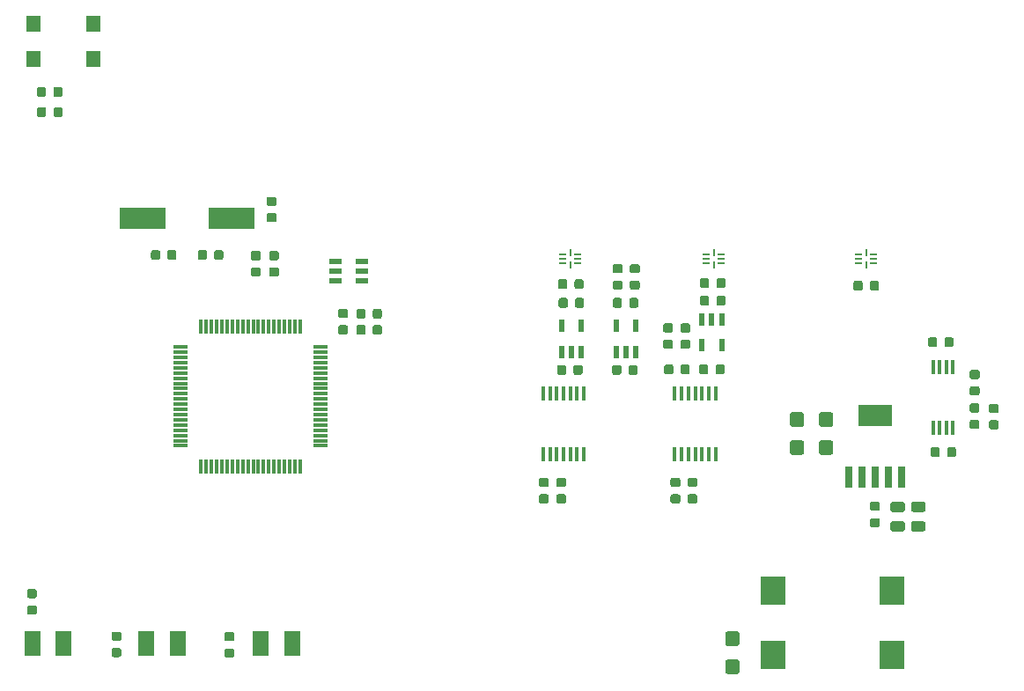
<source format=gbr>
G04 #@! TF.GenerationSoftware,KiCad,Pcbnew,5.1.4-e60b266~84~ubuntu18.04.1*
G04 #@! TF.CreationDate,2019-11-16T12:15:05+03:00*
G04 #@! TF.ProjectId,EV2400-EVM-Interface-Board,45563234-3030-42d4-9556-4d2d496e7465,v1.0*
G04 #@! TF.SameCoordinates,Original*
G04 #@! TF.FileFunction,Paste,Top*
G04 #@! TF.FilePolarity,Positive*
%FSLAX46Y46*%
G04 Gerber Fmt 4.6, Leading zero omitted, Abs format (unit mm)*
G04 Created by KiCad (PCBNEW 5.1.4-e60b266~84~ubuntu18.04.1) date 2019-11-16 12:15:05*
%MOMM*%
%LPD*%
G04 APERTURE LIST*
%ADD10R,1.270000X0.558800*%
%ADD11R,0.600000X1.200000*%
%ADD12R,0.355600X1.473200*%
%ADD13R,2.400000X2.800000*%
%ADD14R,0.450000X1.450000*%
%ADD15R,3.200000X2.000000*%
%ADD16R,0.650000X2.000000*%
%ADD17R,0.300000X1.475000*%
%ADD18R,1.475000X0.300000*%
%ADD19R,1.400000X1.500000*%
%ADD20R,4.500000X2.000000*%
%ADD21R,0.750000X0.200000*%
%ADD22R,0.200000X0.750000*%
%ADD23C,0.100000*%
%ADD24C,0.875000*%
%ADD25R,1.500000X2.400000*%
%ADD26C,1.350000*%
%ADD27C,0.975000*%
G04 APERTURE END LIST*
D10*
X130654600Y-87839800D03*
X130654600Y-86900000D03*
X130654600Y-85960200D03*
X133245400Y-85960200D03*
X133245400Y-86900000D03*
X133245400Y-87839800D03*
D11*
X157660000Y-92150000D03*
X159560000Y-92150000D03*
X159560000Y-94650000D03*
X158610000Y-94650000D03*
X157660000Y-94650000D03*
X152400000Y-92150000D03*
X154300000Y-92150000D03*
X154300000Y-94650000D03*
X153350000Y-94650000D03*
X152400000Y-94650000D03*
X167800000Y-94050000D03*
X165900000Y-94050000D03*
X165900000Y-91550000D03*
X166850000Y-91550000D03*
X167800000Y-91550000D03*
D12*
X190045200Y-101951000D03*
X189410200Y-101951000D03*
X188749800Y-101951000D03*
X188114800Y-101951000D03*
X188114800Y-96109000D03*
X188749800Y-96109000D03*
X189410200Y-96109000D03*
X190045200Y-96109000D03*
D13*
X172760000Y-123850000D03*
X184160000Y-123850000D03*
X172760000Y-117650000D03*
X184160000Y-117650000D03*
D14*
X150650000Y-98675000D03*
X151300000Y-98675000D03*
X151950000Y-98675000D03*
X152600000Y-98675000D03*
X153250000Y-98675000D03*
X153900000Y-98675000D03*
X154550000Y-98675000D03*
X154550000Y-104525000D03*
X153900000Y-104525000D03*
X153250000Y-104525000D03*
X152600000Y-104525000D03*
X151950000Y-104525000D03*
X151300000Y-104525000D03*
X150650000Y-104525000D03*
X163300000Y-98675000D03*
X163950000Y-98675000D03*
X164600000Y-98675000D03*
X165250000Y-98675000D03*
X165900000Y-98675000D03*
X166550000Y-98675000D03*
X167200000Y-98675000D03*
X167200000Y-104525000D03*
X166550000Y-104525000D03*
X165900000Y-104525000D03*
X165250000Y-104525000D03*
X164600000Y-104525000D03*
X163950000Y-104525000D03*
X163300000Y-104525000D03*
D15*
X182600000Y-100750000D03*
D16*
X185140000Y-106750000D03*
X183870000Y-106750000D03*
X182600000Y-106750000D03*
X181330000Y-106750000D03*
X180060000Y-106750000D03*
D17*
X117750000Y-92212000D03*
X118250000Y-92212000D03*
X118750000Y-92212000D03*
X119250000Y-92212000D03*
X119750000Y-92212000D03*
X120250000Y-92212000D03*
X120750000Y-92212000D03*
X121250000Y-92212000D03*
X121750000Y-92212000D03*
X122250000Y-92212000D03*
X122750000Y-92212000D03*
X123250000Y-92212000D03*
X123750000Y-92212000D03*
X124250000Y-92212000D03*
X124750000Y-92212000D03*
X125250000Y-92212000D03*
X125750000Y-92212000D03*
X126250000Y-92212000D03*
X126750000Y-92212000D03*
X127250000Y-92212000D03*
D18*
X129238000Y-94200000D03*
X129238000Y-94700000D03*
X129238000Y-95200000D03*
X129238000Y-95700000D03*
X129238000Y-96200000D03*
X129238000Y-96700000D03*
X129238000Y-97200000D03*
X129238000Y-97700000D03*
X129238000Y-98200000D03*
X129238000Y-98700000D03*
X129238000Y-99200000D03*
X129238000Y-99700000D03*
X129238000Y-100200000D03*
X129238000Y-100700000D03*
X129238000Y-101200000D03*
X129238000Y-101700000D03*
X129238000Y-102200000D03*
X129238000Y-102700000D03*
X129238000Y-103200000D03*
X129238000Y-103700000D03*
D17*
X127250000Y-105688000D03*
X126750000Y-105688000D03*
X126250000Y-105688000D03*
X125750000Y-105688000D03*
X125250000Y-105688000D03*
X124750000Y-105688000D03*
X124250000Y-105688000D03*
X123750000Y-105688000D03*
X123250000Y-105688000D03*
X122750000Y-105688000D03*
X122250000Y-105688000D03*
X121750000Y-105688000D03*
X121250000Y-105688000D03*
X120750000Y-105688000D03*
X120250000Y-105688000D03*
X119750000Y-105688000D03*
X119250000Y-105688000D03*
X118750000Y-105688000D03*
X118250000Y-105688000D03*
X117750000Y-105688000D03*
D18*
X115762000Y-103700000D03*
X115762000Y-103200000D03*
X115762000Y-102700000D03*
X115762000Y-102200000D03*
X115762000Y-101700000D03*
X115762000Y-101200000D03*
X115762000Y-100700000D03*
X115762000Y-100200000D03*
X115762000Y-99700000D03*
X115762000Y-99200000D03*
X115762000Y-98700000D03*
X115762000Y-98200000D03*
X115762000Y-97700000D03*
X115762000Y-97200000D03*
X115762000Y-96700000D03*
X115762000Y-96200000D03*
X115762000Y-95700000D03*
X115762000Y-95200000D03*
X115762000Y-94700000D03*
X115762000Y-94200000D03*
D19*
X107420000Y-63110000D03*
X101620000Y-63110000D03*
X107420000Y-66510000D03*
X101620000Y-66510000D03*
D20*
X120660000Y-81800000D03*
X112160000Y-81800000D03*
D21*
X182380000Y-85300000D03*
X182380000Y-85700000D03*
X182380000Y-86100000D03*
D22*
X181680000Y-86300000D03*
D21*
X180980000Y-86100000D03*
X180980000Y-85700000D03*
X180980000Y-85300000D03*
D22*
X181680000Y-85100000D03*
D21*
X167730000Y-85300000D03*
X167730000Y-85700000D03*
X167730000Y-86100000D03*
D22*
X167030000Y-86300000D03*
D21*
X166330000Y-86100000D03*
X166330000Y-85700000D03*
X166330000Y-85300000D03*
D22*
X167030000Y-85100000D03*
D21*
X153940000Y-85300000D03*
X153940000Y-85700000D03*
X153940000Y-86100000D03*
D22*
X153240000Y-86300000D03*
D21*
X152540000Y-86100000D03*
X152540000Y-85700000D03*
X152540000Y-85300000D03*
D22*
X153240000Y-85100000D03*
D23*
G36*
X194257691Y-99666053D02*
G01*
X194278926Y-99669203D01*
X194299750Y-99674419D01*
X194319962Y-99681651D01*
X194339368Y-99690830D01*
X194357781Y-99701866D01*
X194375024Y-99714654D01*
X194390930Y-99729070D01*
X194405346Y-99744976D01*
X194418134Y-99762219D01*
X194429170Y-99780632D01*
X194438349Y-99800038D01*
X194445581Y-99820250D01*
X194450797Y-99841074D01*
X194453947Y-99862309D01*
X194455000Y-99883750D01*
X194455000Y-100321250D01*
X194453947Y-100342691D01*
X194450797Y-100363926D01*
X194445581Y-100384750D01*
X194438349Y-100404962D01*
X194429170Y-100424368D01*
X194418134Y-100442781D01*
X194405346Y-100460024D01*
X194390930Y-100475930D01*
X194375024Y-100490346D01*
X194357781Y-100503134D01*
X194339368Y-100514170D01*
X194319962Y-100523349D01*
X194299750Y-100530581D01*
X194278926Y-100535797D01*
X194257691Y-100538947D01*
X194236250Y-100540000D01*
X193723750Y-100540000D01*
X193702309Y-100538947D01*
X193681074Y-100535797D01*
X193660250Y-100530581D01*
X193640038Y-100523349D01*
X193620632Y-100514170D01*
X193602219Y-100503134D01*
X193584976Y-100490346D01*
X193569070Y-100475930D01*
X193554654Y-100460024D01*
X193541866Y-100442781D01*
X193530830Y-100424368D01*
X193521651Y-100404962D01*
X193514419Y-100384750D01*
X193509203Y-100363926D01*
X193506053Y-100342691D01*
X193505000Y-100321250D01*
X193505000Y-99883750D01*
X193506053Y-99862309D01*
X193509203Y-99841074D01*
X193514419Y-99820250D01*
X193521651Y-99800038D01*
X193530830Y-99780632D01*
X193541866Y-99762219D01*
X193554654Y-99744976D01*
X193569070Y-99729070D01*
X193584976Y-99714654D01*
X193602219Y-99701866D01*
X193620632Y-99690830D01*
X193640038Y-99681651D01*
X193660250Y-99674419D01*
X193681074Y-99669203D01*
X193702309Y-99666053D01*
X193723750Y-99665000D01*
X194236250Y-99665000D01*
X194257691Y-99666053D01*
X194257691Y-99666053D01*
G37*
D24*
X193980000Y-100102500D03*
D23*
G36*
X194257691Y-101241053D02*
G01*
X194278926Y-101244203D01*
X194299750Y-101249419D01*
X194319962Y-101256651D01*
X194339368Y-101265830D01*
X194357781Y-101276866D01*
X194375024Y-101289654D01*
X194390930Y-101304070D01*
X194405346Y-101319976D01*
X194418134Y-101337219D01*
X194429170Y-101355632D01*
X194438349Y-101375038D01*
X194445581Y-101395250D01*
X194450797Y-101416074D01*
X194453947Y-101437309D01*
X194455000Y-101458750D01*
X194455000Y-101896250D01*
X194453947Y-101917691D01*
X194450797Y-101938926D01*
X194445581Y-101959750D01*
X194438349Y-101979962D01*
X194429170Y-101999368D01*
X194418134Y-102017781D01*
X194405346Y-102035024D01*
X194390930Y-102050930D01*
X194375024Y-102065346D01*
X194357781Y-102078134D01*
X194339368Y-102089170D01*
X194319962Y-102098349D01*
X194299750Y-102105581D01*
X194278926Y-102110797D01*
X194257691Y-102113947D01*
X194236250Y-102115000D01*
X193723750Y-102115000D01*
X193702309Y-102113947D01*
X193681074Y-102110797D01*
X193660250Y-102105581D01*
X193640038Y-102098349D01*
X193620632Y-102089170D01*
X193602219Y-102078134D01*
X193584976Y-102065346D01*
X193569070Y-102050930D01*
X193554654Y-102035024D01*
X193541866Y-102017781D01*
X193530830Y-101999368D01*
X193521651Y-101979962D01*
X193514419Y-101959750D01*
X193509203Y-101938926D01*
X193506053Y-101917691D01*
X193505000Y-101896250D01*
X193505000Y-101458750D01*
X193506053Y-101437309D01*
X193509203Y-101416074D01*
X193514419Y-101395250D01*
X193521651Y-101375038D01*
X193530830Y-101355632D01*
X193541866Y-101337219D01*
X193554654Y-101319976D01*
X193569070Y-101304070D01*
X193584976Y-101289654D01*
X193602219Y-101276866D01*
X193620632Y-101265830D01*
X193640038Y-101256651D01*
X193660250Y-101249419D01*
X193681074Y-101244203D01*
X193702309Y-101241053D01*
X193723750Y-101240000D01*
X194236250Y-101240000D01*
X194257691Y-101241053D01*
X194257691Y-101241053D01*
G37*
D24*
X193980000Y-101677500D03*
D23*
G36*
X192407691Y-96406053D02*
G01*
X192428926Y-96409203D01*
X192449750Y-96414419D01*
X192469962Y-96421651D01*
X192489368Y-96430830D01*
X192507781Y-96441866D01*
X192525024Y-96454654D01*
X192540930Y-96469070D01*
X192555346Y-96484976D01*
X192568134Y-96502219D01*
X192579170Y-96520632D01*
X192588349Y-96540038D01*
X192595581Y-96560250D01*
X192600797Y-96581074D01*
X192603947Y-96602309D01*
X192605000Y-96623750D01*
X192605000Y-97061250D01*
X192603947Y-97082691D01*
X192600797Y-97103926D01*
X192595581Y-97124750D01*
X192588349Y-97144962D01*
X192579170Y-97164368D01*
X192568134Y-97182781D01*
X192555346Y-97200024D01*
X192540930Y-97215930D01*
X192525024Y-97230346D01*
X192507781Y-97243134D01*
X192489368Y-97254170D01*
X192469962Y-97263349D01*
X192449750Y-97270581D01*
X192428926Y-97275797D01*
X192407691Y-97278947D01*
X192386250Y-97280000D01*
X191873750Y-97280000D01*
X191852309Y-97278947D01*
X191831074Y-97275797D01*
X191810250Y-97270581D01*
X191790038Y-97263349D01*
X191770632Y-97254170D01*
X191752219Y-97243134D01*
X191734976Y-97230346D01*
X191719070Y-97215930D01*
X191704654Y-97200024D01*
X191691866Y-97182781D01*
X191680830Y-97164368D01*
X191671651Y-97144962D01*
X191664419Y-97124750D01*
X191659203Y-97103926D01*
X191656053Y-97082691D01*
X191655000Y-97061250D01*
X191655000Y-96623750D01*
X191656053Y-96602309D01*
X191659203Y-96581074D01*
X191664419Y-96560250D01*
X191671651Y-96540038D01*
X191680830Y-96520632D01*
X191691866Y-96502219D01*
X191704654Y-96484976D01*
X191719070Y-96469070D01*
X191734976Y-96454654D01*
X191752219Y-96441866D01*
X191770632Y-96430830D01*
X191790038Y-96421651D01*
X191810250Y-96414419D01*
X191831074Y-96409203D01*
X191852309Y-96406053D01*
X191873750Y-96405000D01*
X192386250Y-96405000D01*
X192407691Y-96406053D01*
X192407691Y-96406053D01*
G37*
D24*
X192130000Y-96842500D03*
D23*
G36*
X192407691Y-97981053D02*
G01*
X192428926Y-97984203D01*
X192449750Y-97989419D01*
X192469962Y-97996651D01*
X192489368Y-98005830D01*
X192507781Y-98016866D01*
X192525024Y-98029654D01*
X192540930Y-98044070D01*
X192555346Y-98059976D01*
X192568134Y-98077219D01*
X192579170Y-98095632D01*
X192588349Y-98115038D01*
X192595581Y-98135250D01*
X192600797Y-98156074D01*
X192603947Y-98177309D01*
X192605000Y-98198750D01*
X192605000Y-98636250D01*
X192603947Y-98657691D01*
X192600797Y-98678926D01*
X192595581Y-98699750D01*
X192588349Y-98719962D01*
X192579170Y-98739368D01*
X192568134Y-98757781D01*
X192555346Y-98775024D01*
X192540930Y-98790930D01*
X192525024Y-98805346D01*
X192507781Y-98818134D01*
X192489368Y-98829170D01*
X192469962Y-98838349D01*
X192449750Y-98845581D01*
X192428926Y-98850797D01*
X192407691Y-98853947D01*
X192386250Y-98855000D01*
X191873750Y-98855000D01*
X191852309Y-98853947D01*
X191831074Y-98850797D01*
X191810250Y-98845581D01*
X191790038Y-98838349D01*
X191770632Y-98829170D01*
X191752219Y-98818134D01*
X191734976Y-98805346D01*
X191719070Y-98790930D01*
X191704654Y-98775024D01*
X191691866Y-98757781D01*
X191680830Y-98739368D01*
X191671651Y-98719962D01*
X191664419Y-98699750D01*
X191659203Y-98678926D01*
X191656053Y-98657691D01*
X191655000Y-98636250D01*
X191655000Y-98198750D01*
X191656053Y-98177309D01*
X191659203Y-98156074D01*
X191664419Y-98135250D01*
X191671651Y-98115038D01*
X191680830Y-98095632D01*
X191691866Y-98077219D01*
X191704654Y-98059976D01*
X191719070Y-98044070D01*
X191734976Y-98029654D01*
X191752219Y-98016866D01*
X191770632Y-98005830D01*
X191790038Y-97996651D01*
X191810250Y-97989419D01*
X191831074Y-97984203D01*
X191852309Y-97981053D01*
X191873750Y-97980000D01*
X192386250Y-97980000D01*
X192407691Y-97981053D01*
X192407691Y-97981053D01*
G37*
D24*
X192130000Y-98417500D03*
D23*
G36*
X192397691Y-99626053D02*
G01*
X192418926Y-99629203D01*
X192439750Y-99634419D01*
X192459962Y-99641651D01*
X192479368Y-99650830D01*
X192497781Y-99661866D01*
X192515024Y-99674654D01*
X192530930Y-99689070D01*
X192545346Y-99704976D01*
X192558134Y-99722219D01*
X192569170Y-99740632D01*
X192578349Y-99760038D01*
X192585581Y-99780250D01*
X192590797Y-99801074D01*
X192593947Y-99822309D01*
X192595000Y-99843750D01*
X192595000Y-100281250D01*
X192593947Y-100302691D01*
X192590797Y-100323926D01*
X192585581Y-100344750D01*
X192578349Y-100364962D01*
X192569170Y-100384368D01*
X192558134Y-100402781D01*
X192545346Y-100420024D01*
X192530930Y-100435930D01*
X192515024Y-100450346D01*
X192497781Y-100463134D01*
X192479368Y-100474170D01*
X192459962Y-100483349D01*
X192439750Y-100490581D01*
X192418926Y-100495797D01*
X192397691Y-100498947D01*
X192376250Y-100500000D01*
X191863750Y-100500000D01*
X191842309Y-100498947D01*
X191821074Y-100495797D01*
X191800250Y-100490581D01*
X191780038Y-100483349D01*
X191760632Y-100474170D01*
X191742219Y-100463134D01*
X191724976Y-100450346D01*
X191709070Y-100435930D01*
X191694654Y-100420024D01*
X191681866Y-100402781D01*
X191670830Y-100384368D01*
X191661651Y-100364962D01*
X191654419Y-100344750D01*
X191649203Y-100323926D01*
X191646053Y-100302691D01*
X191645000Y-100281250D01*
X191645000Y-99843750D01*
X191646053Y-99822309D01*
X191649203Y-99801074D01*
X191654419Y-99780250D01*
X191661651Y-99760038D01*
X191670830Y-99740632D01*
X191681866Y-99722219D01*
X191694654Y-99704976D01*
X191709070Y-99689070D01*
X191724976Y-99674654D01*
X191742219Y-99661866D01*
X191760632Y-99650830D01*
X191780038Y-99641651D01*
X191800250Y-99634419D01*
X191821074Y-99629203D01*
X191842309Y-99626053D01*
X191863750Y-99625000D01*
X192376250Y-99625000D01*
X192397691Y-99626053D01*
X192397691Y-99626053D01*
G37*
D24*
X192120000Y-100062500D03*
D23*
G36*
X192397691Y-101201053D02*
G01*
X192418926Y-101204203D01*
X192439750Y-101209419D01*
X192459962Y-101216651D01*
X192479368Y-101225830D01*
X192497781Y-101236866D01*
X192515024Y-101249654D01*
X192530930Y-101264070D01*
X192545346Y-101279976D01*
X192558134Y-101297219D01*
X192569170Y-101315632D01*
X192578349Y-101335038D01*
X192585581Y-101355250D01*
X192590797Y-101376074D01*
X192593947Y-101397309D01*
X192595000Y-101418750D01*
X192595000Y-101856250D01*
X192593947Y-101877691D01*
X192590797Y-101898926D01*
X192585581Y-101919750D01*
X192578349Y-101939962D01*
X192569170Y-101959368D01*
X192558134Y-101977781D01*
X192545346Y-101995024D01*
X192530930Y-102010930D01*
X192515024Y-102025346D01*
X192497781Y-102038134D01*
X192479368Y-102049170D01*
X192459962Y-102058349D01*
X192439750Y-102065581D01*
X192418926Y-102070797D01*
X192397691Y-102073947D01*
X192376250Y-102075000D01*
X191863750Y-102075000D01*
X191842309Y-102073947D01*
X191821074Y-102070797D01*
X191800250Y-102065581D01*
X191780038Y-102058349D01*
X191760632Y-102049170D01*
X191742219Y-102038134D01*
X191724976Y-102025346D01*
X191709070Y-102010930D01*
X191694654Y-101995024D01*
X191681866Y-101977781D01*
X191670830Y-101959368D01*
X191661651Y-101939962D01*
X191654419Y-101919750D01*
X191649203Y-101898926D01*
X191646053Y-101877691D01*
X191645000Y-101856250D01*
X191645000Y-101418750D01*
X191646053Y-101397309D01*
X191649203Y-101376074D01*
X191654419Y-101355250D01*
X191661651Y-101335038D01*
X191670830Y-101315632D01*
X191681866Y-101297219D01*
X191694654Y-101279976D01*
X191709070Y-101264070D01*
X191724976Y-101249654D01*
X191742219Y-101236866D01*
X191760632Y-101225830D01*
X191780038Y-101216651D01*
X191800250Y-101209419D01*
X191821074Y-101204203D01*
X191842309Y-101201053D01*
X191863750Y-101200000D01*
X192376250Y-101200000D01*
X192397691Y-101201053D01*
X192397691Y-101201053D01*
G37*
D24*
X192120000Y-101637500D03*
D23*
G36*
X102652691Y-71126053D02*
G01*
X102673926Y-71129203D01*
X102694750Y-71134419D01*
X102714962Y-71141651D01*
X102734368Y-71150830D01*
X102752781Y-71161866D01*
X102770024Y-71174654D01*
X102785930Y-71189070D01*
X102800346Y-71204976D01*
X102813134Y-71222219D01*
X102824170Y-71240632D01*
X102833349Y-71260038D01*
X102840581Y-71280250D01*
X102845797Y-71301074D01*
X102848947Y-71322309D01*
X102850000Y-71343750D01*
X102850000Y-71856250D01*
X102848947Y-71877691D01*
X102845797Y-71898926D01*
X102840581Y-71919750D01*
X102833349Y-71939962D01*
X102824170Y-71959368D01*
X102813134Y-71977781D01*
X102800346Y-71995024D01*
X102785930Y-72010930D01*
X102770024Y-72025346D01*
X102752781Y-72038134D01*
X102734368Y-72049170D01*
X102714962Y-72058349D01*
X102694750Y-72065581D01*
X102673926Y-72070797D01*
X102652691Y-72073947D01*
X102631250Y-72075000D01*
X102193750Y-72075000D01*
X102172309Y-72073947D01*
X102151074Y-72070797D01*
X102130250Y-72065581D01*
X102110038Y-72058349D01*
X102090632Y-72049170D01*
X102072219Y-72038134D01*
X102054976Y-72025346D01*
X102039070Y-72010930D01*
X102024654Y-71995024D01*
X102011866Y-71977781D01*
X102000830Y-71959368D01*
X101991651Y-71939962D01*
X101984419Y-71919750D01*
X101979203Y-71898926D01*
X101976053Y-71877691D01*
X101975000Y-71856250D01*
X101975000Y-71343750D01*
X101976053Y-71322309D01*
X101979203Y-71301074D01*
X101984419Y-71280250D01*
X101991651Y-71260038D01*
X102000830Y-71240632D01*
X102011866Y-71222219D01*
X102024654Y-71204976D01*
X102039070Y-71189070D01*
X102054976Y-71174654D01*
X102072219Y-71161866D01*
X102090632Y-71150830D01*
X102110038Y-71141651D01*
X102130250Y-71134419D01*
X102151074Y-71129203D01*
X102172309Y-71126053D01*
X102193750Y-71125000D01*
X102631250Y-71125000D01*
X102652691Y-71126053D01*
X102652691Y-71126053D01*
G37*
D24*
X102412500Y-71600000D03*
D23*
G36*
X104227691Y-71126053D02*
G01*
X104248926Y-71129203D01*
X104269750Y-71134419D01*
X104289962Y-71141651D01*
X104309368Y-71150830D01*
X104327781Y-71161866D01*
X104345024Y-71174654D01*
X104360930Y-71189070D01*
X104375346Y-71204976D01*
X104388134Y-71222219D01*
X104399170Y-71240632D01*
X104408349Y-71260038D01*
X104415581Y-71280250D01*
X104420797Y-71301074D01*
X104423947Y-71322309D01*
X104425000Y-71343750D01*
X104425000Y-71856250D01*
X104423947Y-71877691D01*
X104420797Y-71898926D01*
X104415581Y-71919750D01*
X104408349Y-71939962D01*
X104399170Y-71959368D01*
X104388134Y-71977781D01*
X104375346Y-71995024D01*
X104360930Y-72010930D01*
X104345024Y-72025346D01*
X104327781Y-72038134D01*
X104309368Y-72049170D01*
X104289962Y-72058349D01*
X104269750Y-72065581D01*
X104248926Y-72070797D01*
X104227691Y-72073947D01*
X104206250Y-72075000D01*
X103768750Y-72075000D01*
X103747309Y-72073947D01*
X103726074Y-72070797D01*
X103705250Y-72065581D01*
X103685038Y-72058349D01*
X103665632Y-72049170D01*
X103647219Y-72038134D01*
X103629976Y-72025346D01*
X103614070Y-72010930D01*
X103599654Y-71995024D01*
X103586866Y-71977781D01*
X103575830Y-71959368D01*
X103566651Y-71939962D01*
X103559419Y-71919750D01*
X103554203Y-71898926D01*
X103551053Y-71877691D01*
X103550000Y-71856250D01*
X103550000Y-71343750D01*
X103551053Y-71322309D01*
X103554203Y-71301074D01*
X103559419Y-71280250D01*
X103566651Y-71260038D01*
X103575830Y-71240632D01*
X103586866Y-71222219D01*
X103599654Y-71204976D01*
X103614070Y-71189070D01*
X103629976Y-71174654D01*
X103647219Y-71161866D01*
X103665632Y-71150830D01*
X103685038Y-71141651D01*
X103705250Y-71134419D01*
X103726074Y-71129203D01*
X103747309Y-71126053D01*
X103768750Y-71125000D01*
X104206250Y-71125000D01*
X104227691Y-71126053D01*
X104227691Y-71126053D01*
G37*
D24*
X103987500Y-71600000D03*
D23*
G36*
X120727691Y-121626053D02*
G01*
X120748926Y-121629203D01*
X120769750Y-121634419D01*
X120789962Y-121641651D01*
X120809368Y-121650830D01*
X120827781Y-121661866D01*
X120845024Y-121674654D01*
X120860930Y-121689070D01*
X120875346Y-121704976D01*
X120888134Y-121722219D01*
X120899170Y-121740632D01*
X120908349Y-121760038D01*
X120915581Y-121780250D01*
X120920797Y-121801074D01*
X120923947Y-121822309D01*
X120925000Y-121843750D01*
X120925000Y-122281250D01*
X120923947Y-122302691D01*
X120920797Y-122323926D01*
X120915581Y-122344750D01*
X120908349Y-122364962D01*
X120899170Y-122384368D01*
X120888134Y-122402781D01*
X120875346Y-122420024D01*
X120860930Y-122435930D01*
X120845024Y-122450346D01*
X120827781Y-122463134D01*
X120809368Y-122474170D01*
X120789962Y-122483349D01*
X120769750Y-122490581D01*
X120748926Y-122495797D01*
X120727691Y-122498947D01*
X120706250Y-122500000D01*
X120193750Y-122500000D01*
X120172309Y-122498947D01*
X120151074Y-122495797D01*
X120130250Y-122490581D01*
X120110038Y-122483349D01*
X120090632Y-122474170D01*
X120072219Y-122463134D01*
X120054976Y-122450346D01*
X120039070Y-122435930D01*
X120024654Y-122420024D01*
X120011866Y-122402781D01*
X120000830Y-122384368D01*
X119991651Y-122364962D01*
X119984419Y-122344750D01*
X119979203Y-122323926D01*
X119976053Y-122302691D01*
X119975000Y-122281250D01*
X119975000Y-121843750D01*
X119976053Y-121822309D01*
X119979203Y-121801074D01*
X119984419Y-121780250D01*
X119991651Y-121760038D01*
X120000830Y-121740632D01*
X120011866Y-121722219D01*
X120024654Y-121704976D01*
X120039070Y-121689070D01*
X120054976Y-121674654D01*
X120072219Y-121661866D01*
X120090632Y-121650830D01*
X120110038Y-121641651D01*
X120130250Y-121634419D01*
X120151074Y-121629203D01*
X120172309Y-121626053D01*
X120193750Y-121625000D01*
X120706250Y-121625000D01*
X120727691Y-121626053D01*
X120727691Y-121626053D01*
G37*
D24*
X120450000Y-122062500D03*
D23*
G36*
X120727691Y-123201053D02*
G01*
X120748926Y-123204203D01*
X120769750Y-123209419D01*
X120789962Y-123216651D01*
X120809368Y-123225830D01*
X120827781Y-123236866D01*
X120845024Y-123249654D01*
X120860930Y-123264070D01*
X120875346Y-123279976D01*
X120888134Y-123297219D01*
X120899170Y-123315632D01*
X120908349Y-123335038D01*
X120915581Y-123355250D01*
X120920797Y-123376074D01*
X120923947Y-123397309D01*
X120925000Y-123418750D01*
X120925000Y-123856250D01*
X120923947Y-123877691D01*
X120920797Y-123898926D01*
X120915581Y-123919750D01*
X120908349Y-123939962D01*
X120899170Y-123959368D01*
X120888134Y-123977781D01*
X120875346Y-123995024D01*
X120860930Y-124010930D01*
X120845024Y-124025346D01*
X120827781Y-124038134D01*
X120809368Y-124049170D01*
X120789962Y-124058349D01*
X120769750Y-124065581D01*
X120748926Y-124070797D01*
X120727691Y-124073947D01*
X120706250Y-124075000D01*
X120193750Y-124075000D01*
X120172309Y-124073947D01*
X120151074Y-124070797D01*
X120130250Y-124065581D01*
X120110038Y-124058349D01*
X120090632Y-124049170D01*
X120072219Y-124038134D01*
X120054976Y-124025346D01*
X120039070Y-124010930D01*
X120024654Y-123995024D01*
X120011866Y-123977781D01*
X120000830Y-123959368D01*
X119991651Y-123939962D01*
X119984419Y-123919750D01*
X119979203Y-123898926D01*
X119976053Y-123877691D01*
X119975000Y-123856250D01*
X119975000Y-123418750D01*
X119976053Y-123397309D01*
X119979203Y-123376074D01*
X119984419Y-123355250D01*
X119991651Y-123335038D01*
X120000830Y-123315632D01*
X120011866Y-123297219D01*
X120024654Y-123279976D01*
X120039070Y-123264070D01*
X120054976Y-123249654D01*
X120072219Y-123236866D01*
X120090632Y-123225830D01*
X120110038Y-123216651D01*
X120130250Y-123209419D01*
X120151074Y-123204203D01*
X120172309Y-123201053D01*
X120193750Y-123200000D01*
X120706250Y-123200000D01*
X120727691Y-123201053D01*
X120727691Y-123201053D01*
G37*
D24*
X120450000Y-123637500D03*
D23*
G36*
X109877691Y-121576053D02*
G01*
X109898926Y-121579203D01*
X109919750Y-121584419D01*
X109939962Y-121591651D01*
X109959368Y-121600830D01*
X109977781Y-121611866D01*
X109995024Y-121624654D01*
X110010930Y-121639070D01*
X110025346Y-121654976D01*
X110038134Y-121672219D01*
X110049170Y-121690632D01*
X110058349Y-121710038D01*
X110065581Y-121730250D01*
X110070797Y-121751074D01*
X110073947Y-121772309D01*
X110075000Y-121793750D01*
X110075000Y-122231250D01*
X110073947Y-122252691D01*
X110070797Y-122273926D01*
X110065581Y-122294750D01*
X110058349Y-122314962D01*
X110049170Y-122334368D01*
X110038134Y-122352781D01*
X110025346Y-122370024D01*
X110010930Y-122385930D01*
X109995024Y-122400346D01*
X109977781Y-122413134D01*
X109959368Y-122424170D01*
X109939962Y-122433349D01*
X109919750Y-122440581D01*
X109898926Y-122445797D01*
X109877691Y-122448947D01*
X109856250Y-122450000D01*
X109343750Y-122450000D01*
X109322309Y-122448947D01*
X109301074Y-122445797D01*
X109280250Y-122440581D01*
X109260038Y-122433349D01*
X109240632Y-122424170D01*
X109222219Y-122413134D01*
X109204976Y-122400346D01*
X109189070Y-122385930D01*
X109174654Y-122370024D01*
X109161866Y-122352781D01*
X109150830Y-122334368D01*
X109141651Y-122314962D01*
X109134419Y-122294750D01*
X109129203Y-122273926D01*
X109126053Y-122252691D01*
X109125000Y-122231250D01*
X109125000Y-121793750D01*
X109126053Y-121772309D01*
X109129203Y-121751074D01*
X109134419Y-121730250D01*
X109141651Y-121710038D01*
X109150830Y-121690632D01*
X109161866Y-121672219D01*
X109174654Y-121654976D01*
X109189070Y-121639070D01*
X109204976Y-121624654D01*
X109222219Y-121611866D01*
X109240632Y-121600830D01*
X109260038Y-121591651D01*
X109280250Y-121584419D01*
X109301074Y-121579203D01*
X109322309Y-121576053D01*
X109343750Y-121575000D01*
X109856250Y-121575000D01*
X109877691Y-121576053D01*
X109877691Y-121576053D01*
G37*
D24*
X109600000Y-122012500D03*
D23*
G36*
X109877691Y-123151053D02*
G01*
X109898926Y-123154203D01*
X109919750Y-123159419D01*
X109939962Y-123166651D01*
X109959368Y-123175830D01*
X109977781Y-123186866D01*
X109995024Y-123199654D01*
X110010930Y-123214070D01*
X110025346Y-123229976D01*
X110038134Y-123247219D01*
X110049170Y-123265632D01*
X110058349Y-123285038D01*
X110065581Y-123305250D01*
X110070797Y-123326074D01*
X110073947Y-123347309D01*
X110075000Y-123368750D01*
X110075000Y-123806250D01*
X110073947Y-123827691D01*
X110070797Y-123848926D01*
X110065581Y-123869750D01*
X110058349Y-123889962D01*
X110049170Y-123909368D01*
X110038134Y-123927781D01*
X110025346Y-123945024D01*
X110010930Y-123960930D01*
X109995024Y-123975346D01*
X109977781Y-123988134D01*
X109959368Y-123999170D01*
X109939962Y-124008349D01*
X109919750Y-124015581D01*
X109898926Y-124020797D01*
X109877691Y-124023947D01*
X109856250Y-124025000D01*
X109343750Y-124025000D01*
X109322309Y-124023947D01*
X109301074Y-124020797D01*
X109280250Y-124015581D01*
X109260038Y-124008349D01*
X109240632Y-123999170D01*
X109222219Y-123988134D01*
X109204976Y-123975346D01*
X109189070Y-123960930D01*
X109174654Y-123945024D01*
X109161866Y-123927781D01*
X109150830Y-123909368D01*
X109141651Y-123889962D01*
X109134419Y-123869750D01*
X109129203Y-123848926D01*
X109126053Y-123827691D01*
X109125000Y-123806250D01*
X109125000Y-123368750D01*
X109126053Y-123347309D01*
X109129203Y-123326074D01*
X109134419Y-123305250D01*
X109141651Y-123285038D01*
X109150830Y-123265632D01*
X109161866Y-123247219D01*
X109174654Y-123229976D01*
X109189070Y-123214070D01*
X109204976Y-123199654D01*
X109222219Y-123186866D01*
X109240632Y-123175830D01*
X109260038Y-123166651D01*
X109280250Y-123159419D01*
X109301074Y-123154203D01*
X109322309Y-123151053D01*
X109343750Y-123150000D01*
X109856250Y-123150000D01*
X109877691Y-123151053D01*
X109877691Y-123151053D01*
G37*
D24*
X109600000Y-123587500D03*
D23*
G36*
X101757691Y-119061053D02*
G01*
X101778926Y-119064203D01*
X101799750Y-119069419D01*
X101819962Y-119076651D01*
X101839368Y-119085830D01*
X101857781Y-119096866D01*
X101875024Y-119109654D01*
X101890930Y-119124070D01*
X101905346Y-119139976D01*
X101918134Y-119157219D01*
X101929170Y-119175632D01*
X101938349Y-119195038D01*
X101945581Y-119215250D01*
X101950797Y-119236074D01*
X101953947Y-119257309D01*
X101955000Y-119278750D01*
X101955000Y-119716250D01*
X101953947Y-119737691D01*
X101950797Y-119758926D01*
X101945581Y-119779750D01*
X101938349Y-119799962D01*
X101929170Y-119819368D01*
X101918134Y-119837781D01*
X101905346Y-119855024D01*
X101890930Y-119870930D01*
X101875024Y-119885346D01*
X101857781Y-119898134D01*
X101839368Y-119909170D01*
X101819962Y-119918349D01*
X101799750Y-119925581D01*
X101778926Y-119930797D01*
X101757691Y-119933947D01*
X101736250Y-119935000D01*
X101223750Y-119935000D01*
X101202309Y-119933947D01*
X101181074Y-119930797D01*
X101160250Y-119925581D01*
X101140038Y-119918349D01*
X101120632Y-119909170D01*
X101102219Y-119898134D01*
X101084976Y-119885346D01*
X101069070Y-119870930D01*
X101054654Y-119855024D01*
X101041866Y-119837781D01*
X101030830Y-119819368D01*
X101021651Y-119799962D01*
X101014419Y-119779750D01*
X101009203Y-119758926D01*
X101006053Y-119737691D01*
X101005000Y-119716250D01*
X101005000Y-119278750D01*
X101006053Y-119257309D01*
X101009203Y-119236074D01*
X101014419Y-119215250D01*
X101021651Y-119195038D01*
X101030830Y-119175632D01*
X101041866Y-119157219D01*
X101054654Y-119139976D01*
X101069070Y-119124070D01*
X101084976Y-119109654D01*
X101102219Y-119096866D01*
X101120632Y-119085830D01*
X101140038Y-119076651D01*
X101160250Y-119069419D01*
X101181074Y-119064203D01*
X101202309Y-119061053D01*
X101223750Y-119060000D01*
X101736250Y-119060000D01*
X101757691Y-119061053D01*
X101757691Y-119061053D01*
G37*
D24*
X101480000Y-119497500D03*
D23*
G36*
X101757691Y-117486053D02*
G01*
X101778926Y-117489203D01*
X101799750Y-117494419D01*
X101819962Y-117501651D01*
X101839368Y-117510830D01*
X101857781Y-117521866D01*
X101875024Y-117534654D01*
X101890930Y-117549070D01*
X101905346Y-117564976D01*
X101918134Y-117582219D01*
X101929170Y-117600632D01*
X101938349Y-117620038D01*
X101945581Y-117640250D01*
X101950797Y-117661074D01*
X101953947Y-117682309D01*
X101955000Y-117703750D01*
X101955000Y-118141250D01*
X101953947Y-118162691D01*
X101950797Y-118183926D01*
X101945581Y-118204750D01*
X101938349Y-118224962D01*
X101929170Y-118244368D01*
X101918134Y-118262781D01*
X101905346Y-118280024D01*
X101890930Y-118295930D01*
X101875024Y-118310346D01*
X101857781Y-118323134D01*
X101839368Y-118334170D01*
X101819962Y-118343349D01*
X101799750Y-118350581D01*
X101778926Y-118355797D01*
X101757691Y-118358947D01*
X101736250Y-118360000D01*
X101223750Y-118360000D01*
X101202309Y-118358947D01*
X101181074Y-118355797D01*
X101160250Y-118350581D01*
X101140038Y-118343349D01*
X101120632Y-118334170D01*
X101102219Y-118323134D01*
X101084976Y-118310346D01*
X101069070Y-118295930D01*
X101054654Y-118280024D01*
X101041866Y-118262781D01*
X101030830Y-118244368D01*
X101021651Y-118224962D01*
X101014419Y-118204750D01*
X101009203Y-118183926D01*
X101006053Y-118162691D01*
X101005000Y-118141250D01*
X101005000Y-117703750D01*
X101006053Y-117682309D01*
X101009203Y-117661074D01*
X101014419Y-117640250D01*
X101021651Y-117620038D01*
X101030830Y-117600632D01*
X101041866Y-117582219D01*
X101054654Y-117564976D01*
X101069070Y-117549070D01*
X101084976Y-117534654D01*
X101102219Y-117521866D01*
X101120632Y-117510830D01*
X101140038Y-117501651D01*
X101160250Y-117494419D01*
X101181074Y-117489203D01*
X101202309Y-117486053D01*
X101223750Y-117485000D01*
X101736250Y-117485000D01*
X101757691Y-117486053D01*
X101757691Y-117486053D01*
G37*
D24*
X101480000Y-117922500D03*
D23*
G36*
X159727691Y-86226053D02*
G01*
X159748926Y-86229203D01*
X159769750Y-86234419D01*
X159789962Y-86241651D01*
X159809368Y-86250830D01*
X159827781Y-86261866D01*
X159845024Y-86274654D01*
X159860930Y-86289070D01*
X159875346Y-86304976D01*
X159888134Y-86322219D01*
X159899170Y-86340632D01*
X159908349Y-86360038D01*
X159915581Y-86380250D01*
X159920797Y-86401074D01*
X159923947Y-86422309D01*
X159925000Y-86443750D01*
X159925000Y-86881250D01*
X159923947Y-86902691D01*
X159920797Y-86923926D01*
X159915581Y-86944750D01*
X159908349Y-86964962D01*
X159899170Y-86984368D01*
X159888134Y-87002781D01*
X159875346Y-87020024D01*
X159860930Y-87035930D01*
X159845024Y-87050346D01*
X159827781Y-87063134D01*
X159809368Y-87074170D01*
X159789962Y-87083349D01*
X159769750Y-87090581D01*
X159748926Y-87095797D01*
X159727691Y-87098947D01*
X159706250Y-87100000D01*
X159193750Y-87100000D01*
X159172309Y-87098947D01*
X159151074Y-87095797D01*
X159130250Y-87090581D01*
X159110038Y-87083349D01*
X159090632Y-87074170D01*
X159072219Y-87063134D01*
X159054976Y-87050346D01*
X159039070Y-87035930D01*
X159024654Y-87020024D01*
X159011866Y-87002781D01*
X159000830Y-86984368D01*
X158991651Y-86964962D01*
X158984419Y-86944750D01*
X158979203Y-86923926D01*
X158976053Y-86902691D01*
X158975000Y-86881250D01*
X158975000Y-86443750D01*
X158976053Y-86422309D01*
X158979203Y-86401074D01*
X158984419Y-86380250D01*
X158991651Y-86360038D01*
X159000830Y-86340632D01*
X159011866Y-86322219D01*
X159024654Y-86304976D01*
X159039070Y-86289070D01*
X159054976Y-86274654D01*
X159072219Y-86261866D01*
X159090632Y-86250830D01*
X159110038Y-86241651D01*
X159130250Y-86234419D01*
X159151074Y-86229203D01*
X159172309Y-86226053D01*
X159193750Y-86225000D01*
X159706250Y-86225000D01*
X159727691Y-86226053D01*
X159727691Y-86226053D01*
G37*
D24*
X159450000Y-86662500D03*
D23*
G36*
X159727691Y-87801053D02*
G01*
X159748926Y-87804203D01*
X159769750Y-87809419D01*
X159789962Y-87816651D01*
X159809368Y-87825830D01*
X159827781Y-87836866D01*
X159845024Y-87849654D01*
X159860930Y-87864070D01*
X159875346Y-87879976D01*
X159888134Y-87897219D01*
X159899170Y-87915632D01*
X159908349Y-87935038D01*
X159915581Y-87955250D01*
X159920797Y-87976074D01*
X159923947Y-87997309D01*
X159925000Y-88018750D01*
X159925000Y-88456250D01*
X159923947Y-88477691D01*
X159920797Y-88498926D01*
X159915581Y-88519750D01*
X159908349Y-88539962D01*
X159899170Y-88559368D01*
X159888134Y-88577781D01*
X159875346Y-88595024D01*
X159860930Y-88610930D01*
X159845024Y-88625346D01*
X159827781Y-88638134D01*
X159809368Y-88649170D01*
X159789962Y-88658349D01*
X159769750Y-88665581D01*
X159748926Y-88670797D01*
X159727691Y-88673947D01*
X159706250Y-88675000D01*
X159193750Y-88675000D01*
X159172309Y-88673947D01*
X159151074Y-88670797D01*
X159130250Y-88665581D01*
X159110038Y-88658349D01*
X159090632Y-88649170D01*
X159072219Y-88638134D01*
X159054976Y-88625346D01*
X159039070Y-88610930D01*
X159024654Y-88595024D01*
X159011866Y-88577781D01*
X159000830Y-88559368D01*
X158991651Y-88539962D01*
X158984419Y-88519750D01*
X158979203Y-88498926D01*
X158976053Y-88477691D01*
X158975000Y-88456250D01*
X158975000Y-88018750D01*
X158976053Y-87997309D01*
X158979203Y-87976074D01*
X158984419Y-87955250D01*
X158991651Y-87935038D01*
X159000830Y-87915632D01*
X159011866Y-87897219D01*
X159024654Y-87879976D01*
X159039070Y-87864070D01*
X159054976Y-87849654D01*
X159072219Y-87836866D01*
X159090632Y-87825830D01*
X159110038Y-87816651D01*
X159130250Y-87809419D01*
X159151074Y-87804203D01*
X159172309Y-87801053D01*
X159193750Y-87800000D01*
X159706250Y-87800000D01*
X159727691Y-87801053D01*
X159727691Y-87801053D01*
G37*
D24*
X159450000Y-88237500D03*
D23*
G36*
X152637691Y-108361053D02*
G01*
X152658926Y-108364203D01*
X152679750Y-108369419D01*
X152699962Y-108376651D01*
X152719368Y-108385830D01*
X152737781Y-108396866D01*
X152755024Y-108409654D01*
X152770930Y-108424070D01*
X152785346Y-108439976D01*
X152798134Y-108457219D01*
X152809170Y-108475632D01*
X152818349Y-108495038D01*
X152825581Y-108515250D01*
X152830797Y-108536074D01*
X152833947Y-108557309D01*
X152835000Y-108578750D01*
X152835000Y-109016250D01*
X152833947Y-109037691D01*
X152830797Y-109058926D01*
X152825581Y-109079750D01*
X152818349Y-109099962D01*
X152809170Y-109119368D01*
X152798134Y-109137781D01*
X152785346Y-109155024D01*
X152770930Y-109170930D01*
X152755024Y-109185346D01*
X152737781Y-109198134D01*
X152719368Y-109209170D01*
X152699962Y-109218349D01*
X152679750Y-109225581D01*
X152658926Y-109230797D01*
X152637691Y-109233947D01*
X152616250Y-109235000D01*
X152103750Y-109235000D01*
X152082309Y-109233947D01*
X152061074Y-109230797D01*
X152040250Y-109225581D01*
X152020038Y-109218349D01*
X152000632Y-109209170D01*
X151982219Y-109198134D01*
X151964976Y-109185346D01*
X151949070Y-109170930D01*
X151934654Y-109155024D01*
X151921866Y-109137781D01*
X151910830Y-109119368D01*
X151901651Y-109099962D01*
X151894419Y-109079750D01*
X151889203Y-109058926D01*
X151886053Y-109037691D01*
X151885000Y-109016250D01*
X151885000Y-108578750D01*
X151886053Y-108557309D01*
X151889203Y-108536074D01*
X151894419Y-108515250D01*
X151901651Y-108495038D01*
X151910830Y-108475632D01*
X151921866Y-108457219D01*
X151934654Y-108439976D01*
X151949070Y-108424070D01*
X151964976Y-108409654D01*
X151982219Y-108396866D01*
X152000632Y-108385830D01*
X152020038Y-108376651D01*
X152040250Y-108369419D01*
X152061074Y-108364203D01*
X152082309Y-108361053D01*
X152103750Y-108360000D01*
X152616250Y-108360000D01*
X152637691Y-108361053D01*
X152637691Y-108361053D01*
G37*
D24*
X152360000Y-108797500D03*
D23*
G36*
X152637691Y-106786053D02*
G01*
X152658926Y-106789203D01*
X152679750Y-106794419D01*
X152699962Y-106801651D01*
X152719368Y-106810830D01*
X152737781Y-106821866D01*
X152755024Y-106834654D01*
X152770930Y-106849070D01*
X152785346Y-106864976D01*
X152798134Y-106882219D01*
X152809170Y-106900632D01*
X152818349Y-106920038D01*
X152825581Y-106940250D01*
X152830797Y-106961074D01*
X152833947Y-106982309D01*
X152835000Y-107003750D01*
X152835000Y-107441250D01*
X152833947Y-107462691D01*
X152830797Y-107483926D01*
X152825581Y-107504750D01*
X152818349Y-107524962D01*
X152809170Y-107544368D01*
X152798134Y-107562781D01*
X152785346Y-107580024D01*
X152770930Y-107595930D01*
X152755024Y-107610346D01*
X152737781Y-107623134D01*
X152719368Y-107634170D01*
X152699962Y-107643349D01*
X152679750Y-107650581D01*
X152658926Y-107655797D01*
X152637691Y-107658947D01*
X152616250Y-107660000D01*
X152103750Y-107660000D01*
X152082309Y-107658947D01*
X152061074Y-107655797D01*
X152040250Y-107650581D01*
X152020038Y-107643349D01*
X152000632Y-107634170D01*
X151982219Y-107623134D01*
X151964976Y-107610346D01*
X151949070Y-107595930D01*
X151934654Y-107580024D01*
X151921866Y-107562781D01*
X151910830Y-107544368D01*
X151901651Y-107524962D01*
X151894419Y-107504750D01*
X151889203Y-107483926D01*
X151886053Y-107462691D01*
X151885000Y-107441250D01*
X151885000Y-107003750D01*
X151886053Y-106982309D01*
X151889203Y-106961074D01*
X151894419Y-106940250D01*
X151901651Y-106920038D01*
X151910830Y-106900632D01*
X151921866Y-106882219D01*
X151934654Y-106864976D01*
X151949070Y-106849070D01*
X151964976Y-106834654D01*
X151982219Y-106821866D01*
X152000632Y-106810830D01*
X152020038Y-106801651D01*
X152040250Y-106794419D01*
X152061074Y-106789203D01*
X152082309Y-106786053D01*
X152103750Y-106785000D01*
X152616250Y-106785000D01*
X152637691Y-106786053D01*
X152637691Y-106786053D01*
G37*
D24*
X152360000Y-107222500D03*
D23*
G36*
X150977691Y-108351053D02*
G01*
X150998926Y-108354203D01*
X151019750Y-108359419D01*
X151039962Y-108366651D01*
X151059368Y-108375830D01*
X151077781Y-108386866D01*
X151095024Y-108399654D01*
X151110930Y-108414070D01*
X151125346Y-108429976D01*
X151138134Y-108447219D01*
X151149170Y-108465632D01*
X151158349Y-108485038D01*
X151165581Y-108505250D01*
X151170797Y-108526074D01*
X151173947Y-108547309D01*
X151175000Y-108568750D01*
X151175000Y-109006250D01*
X151173947Y-109027691D01*
X151170797Y-109048926D01*
X151165581Y-109069750D01*
X151158349Y-109089962D01*
X151149170Y-109109368D01*
X151138134Y-109127781D01*
X151125346Y-109145024D01*
X151110930Y-109160930D01*
X151095024Y-109175346D01*
X151077781Y-109188134D01*
X151059368Y-109199170D01*
X151039962Y-109208349D01*
X151019750Y-109215581D01*
X150998926Y-109220797D01*
X150977691Y-109223947D01*
X150956250Y-109225000D01*
X150443750Y-109225000D01*
X150422309Y-109223947D01*
X150401074Y-109220797D01*
X150380250Y-109215581D01*
X150360038Y-109208349D01*
X150340632Y-109199170D01*
X150322219Y-109188134D01*
X150304976Y-109175346D01*
X150289070Y-109160930D01*
X150274654Y-109145024D01*
X150261866Y-109127781D01*
X150250830Y-109109368D01*
X150241651Y-109089962D01*
X150234419Y-109069750D01*
X150229203Y-109048926D01*
X150226053Y-109027691D01*
X150225000Y-109006250D01*
X150225000Y-108568750D01*
X150226053Y-108547309D01*
X150229203Y-108526074D01*
X150234419Y-108505250D01*
X150241651Y-108485038D01*
X150250830Y-108465632D01*
X150261866Y-108447219D01*
X150274654Y-108429976D01*
X150289070Y-108414070D01*
X150304976Y-108399654D01*
X150322219Y-108386866D01*
X150340632Y-108375830D01*
X150360038Y-108366651D01*
X150380250Y-108359419D01*
X150401074Y-108354203D01*
X150422309Y-108351053D01*
X150443750Y-108350000D01*
X150956250Y-108350000D01*
X150977691Y-108351053D01*
X150977691Y-108351053D01*
G37*
D24*
X150700000Y-108787500D03*
D23*
G36*
X150977691Y-106776053D02*
G01*
X150998926Y-106779203D01*
X151019750Y-106784419D01*
X151039962Y-106791651D01*
X151059368Y-106800830D01*
X151077781Y-106811866D01*
X151095024Y-106824654D01*
X151110930Y-106839070D01*
X151125346Y-106854976D01*
X151138134Y-106872219D01*
X151149170Y-106890632D01*
X151158349Y-106910038D01*
X151165581Y-106930250D01*
X151170797Y-106951074D01*
X151173947Y-106972309D01*
X151175000Y-106993750D01*
X151175000Y-107431250D01*
X151173947Y-107452691D01*
X151170797Y-107473926D01*
X151165581Y-107494750D01*
X151158349Y-107514962D01*
X151149170Y-107534368D01*
X151138134Y-107552781D01*
X151125346Y-107570024D01*
X151110930Y-107585930D01*
X151095024Y-107600346D01*
X151077781Y-107613134D01*
X151059368Y-107624170D01*
X151039962Y-107633349D01*
X151019750Y-107640581D01*
X150998926Y-107645797D01*
X150977691Y-107648947D01*
X150956250Y-107650000D01*
X150443750Y-107650000D01*
X150422309Y-107648947D01*
X150401074Y-107645797D01*
X150380250Y-107640581D01*
X150360038Y-107633349D01*
X150340632Y-107624170D01*
X150322219Y-107613134D01*
X150304976Y-107600346D01*
X150289070Y-107585930D01*
X150274654Y-107570024D01*
X150261866Y-107552781D01*
X150250830Y-107534368D01*
X150241651Y-107514962D01*
X150234419Y-107494750D01*
X150229203Y-107473926D01*
X150226053Y-107452691D01*
X150225000Y-107431250D01*
X150225000Y-106993750D01*
X150226053Y-106972309D01*
X150229203Y-106951074D01*
X150234419Y-106930250D01*
X150241651Y-106910038D01*
X150250830Y-106890632D01*
X150261866Y-106872219D01*
X150274654Y-106854976D01*
X150289070Y-106839070D01*
X150304976Y-106824654D01*
X150322219Y-106811866D01*
X150340632Y-106800830D01*
X150360038Y-106791651D01*
X150380250Y-106784419D01*
X150401074Y-106779203D01*
X150422309Y-106776053D01*
X150443750Y-106775000D01*
X150956250Y-106775000D01*
X150977691Y-106776053D01*
X150977691Y-106776053D01*
G37*
D24*
X150700000Y-107212500D03*
D23*
G36*
X165267691Y-108361053D02*
G01*
X165288926Y-108364203D01*
X165309750Y-108369419D01*
X165329962Y-108376651D01*
X165349368Y-108385830D01*
X165367781Y-108396866D01*
X165385024Y-108409654D01*
X165400930Y-108424070D01*
X165415346Y-108439976D01*
X165428134Y-108457219D01*
X165439170Y-108475632D01*
X165448349Y-108495038D01*
X165455581Y-108515250D01*
X165460797Y-108536074D01*
X165463947Y-108557309D01*
X165465000Y-108578750D01*
X165465000Y-109016250D01*
X165463947Y-109037691D01*
X165460797Y-109058926D01*
X165455581Y-109079750D01*
X165448349Y-109099962D01*
X165439170Y-109119368D01*
X165428134Y-109137781D01*
X165415346Y-109155024D01*
X165400930Y-109170930D01*
X165385024Y-109185346D01*
X165367781Y-109198134D01*
X165349368Y-109209170D01*
X165329962Y-109218349D01*
X165309750Y-109225581D01*
X165288926Y-109230797D01*
X165267691Y-109233947D01*
X165246250Y-109235000D01*
X164733750Y-109235000D01*
X164712309Y-109233947D01*
X164691074Y-109230797D01*
X164670250Y-109225581D01*
X164650038Y-109218349D01*
X164630632Y-109209170D01*
X164612219Y-109198134D01*
X164594976Y-109185346D01*
X164579070Y-109170930D01*
X164564654Y-109155024D01*
X164551866Y-109137781D01*
X164540830Y-109119368D01*
X164531651Y-109099962D01*
X164524419Y-109079750D01*
X164519203Y-109058926D01*
X164516053Y-109037691D01*
X164515000Y-109016250D01*
X164515000Y-108578750D01*
X164516053Y-108557309D01*
X164519203Y-108536074D01*
X164524419Y-108515250D01*
X164531651Y-108495038D01*
X164540830Y-108475632D01*
X164551866Y-108457219D01*
X164564654Y-108439976D01*
X164579070Y-108424070D01*
X164594976Y-108409654D01*
X164612219Y-108396866D01*
X164630632Y-108385830D01*
X164650038Y-108376651D01*
X164670250Y-108369419D01*
X164691074Y-108364203D01*
X164712309Y-108361053D01*
X164733750Y-108360000D01*
X165246250Y-108360000D01*
X165267691Y-108361053D01*
X165267691Y-108361053D01*
G37*
D24*
X164990000Y-108797500D03*
D23*
G36*
X165267691Y-106786053D02*
G01*
X165288926Y-106789203D01*
X165309750Y-106794419D01*
X165329962Y-106801651D01*
X165349368Y-106810830D01*
X165367781Y-106821866D01*
X165385024Y-106834654D01*
X165400930Y-106849070D01*
X165415346Y-106864976D01*
X165428134Y-106882219D01*
X165439170Y-106900632D01*
X165448349Y-106920038D01*
X165455581Y-106940250D01*
X165460797Y-106961074D01*
X165463947Y-106982309D01*
X165465000Y-107003750D01*
X165465000Y-107441250D01*
X165463947Y-107462691D01*
X165460797Y-107483926D01*
X165455581Y-107504750D01*
X165448349Y-107524962D01*
X165439170Y-107544368D01*
X165428134Y-107562781D01*
X165415346Y-107580024D01*
X165400930Y-107595930D01*
X165385024Y-107610346D01*
X165367781Y-107623134D01*
X165349368Y-107634170D01*
X165329962Y-107643349D01*
X165309750Y-107650581D01*
X165288926Y-107655797D01*
X165267691Y-107658947D01*
X165246250Y-107660000D01*
X164733750Y-107660000D01*
X164712309Y-107658947D01*
X164691074Y-107655797D01*
X164670250Y-107650581D01*
X164650038Y-107643349D01*
X164630632Y-107634170D01*
X164612219Y-107623134D01*
X164594976Y-107610346D01*
X164579070Y-107595930D01*
X164564654Y-107580024D01*
X164551866Y-107562781D01*
X164540830Y-107544368D01*
X164531651Y-107524962D01*
X164524419Y-107504750D01*
X164519203Y-107483926D01*
X164516053Y-107462691D01*
X164515000Y-107441250D01*
X164515000Y-107003750D01*
X164516053Y-106982309D01*
X164519203Y-106961074D01*
X164524419Y-106940250D01*
X164531651Y-106920038D01*
X164540830Y-106900632D01*
X164551866Y-106882219D01*
X164564654Y-106864976D01*
X164579070Y-106849070D01*
X164594976Y-106834654D01*
X164612219Y-106821866D01*
X164630632Y-106810830D01*
X164650038Y-106801651D01*
X164670250Y-106794419D01*
X164691074Y-106789203D01*
X164712309Y-106786053D01*
X164733750Y-106785000D01*
X165246250Y-106785000D01*
X165267691Y-106786053D01*
X165267691Y-106786053D01*
G37*
D24*
X164990000Y-107222500D03*
D23*
G36*
X163627691Y-108361053D02*
G01*
X163648926Y-108364203D01*
X163669750Y-108369419D01*
X163689962Y-108376651D01*
X163709368Y-108385830D01*
X163727781Y-108396866D01*
X163745024Y-108409654D01*
X163760930Y-108424070D01*
X163775346Y-108439976D01*
X163788134Y-108457219D01*
X163799170Y-108475632D01*
X163808349Y-108495038D01*
X163815581Y-108515250D01*
X163820797Y-108536074D01*
X163823947Y-108557309D01*
X163825000Y-108578750D01*
X163825000Y-109016250D01*
X163823947Y-109037691D01*
X163820797Y-109058926D01*
X163815581Y-109079750D01*
X163808349Y-109099962D01*
X163799170Y-109119368D01*
X163788134Y-109137781D01*
X163775346Y-109155024D01*
X163760930Y-109170930D01*
X163745024Y-109185346D01*
X163727781Y-109198134D01*
X163709368Y-109209170D01*
X163689962Y-109218349D01*
X163669750Y-109225581D01*
X163648926Y-109230797D01*
X163627691Y-109233947D01*
X163606250Y-109235000D01*
X163093750Y-109235000D01*
X163072309Y-109233947D01*
X163051074Y-109230797D01*
X163030250Y-109225581D01*
X163010038Y-109218349D01*
X162990632Y-109209170D01*
X162972219Y-109198134D01*
X162954976Y-109185346D01*
X162939070Y-109170930D01*
X162924654Y-109155024D01*
X162911866Y-109137781D01*
X162900830Y-109119368D01*
X162891651Y-109099962D01*
X162884419Y-109079750D01*
X162879203Y-109058926D01*
X162876053Y-109037691D01*
X162875000Y-109016250D01*
X162875000Y-108578750D01*
X162876053Y-108557309D01*
X162879203Y-108536074D01*
X162884419Y-108515250D01*
X162891651Y-108495038D01*
X162900830Y-108475632D01*
X162911866Y-108457219D01*
X162924654Y-108439976D01*
X162939070Y-108424070D01*
X162954976Y-108409654D01*
X162972219Y-108396866D01*
X162990632Y-108385830D01*
X163010038Y-108376651D01*
X163030250Y-108369419D01*
X163051074Y-108364203D01*
X163072309Y-108361053D01*
X163093750Y-108360000D01*
X163606250Y-108360000D01*
X163627691Y-108361053D01*
X163627691Y-108361053D01*
G37*
D24*
X163350000Y-108797500D03*
D23*
G36*
X163627691Y-106786053D02*
G01*
X163648926Y-106789203D01*
X163669750Y-106794419D01*
X163689962Y-106801651D01*
X163709368Y-106810830D01*
X163727781Y-106821866D01*
X163745024Y-106834654D01*
X163760930Y-106849070D01*
X163775346Y-106864976D01*
X163788134Y-106882219D01*
X163799170Y-106900632D01*
X163808349Y-106920038D01*
X163815581Y-106940250D01*
X163820797Y-106961074D01*
X163823947Y-106982309D01*
X163825000Y-107003750D01*
X163825000Y-107441250D01*
X163823947Y-107462691D01*
X163820797Y-107483926D01*
X163815581Y-107504750D01*
X163808349Y-107524962D01*
X163799170Y-107544368D01*
X163788134Y-107562781D01*
X163775346Y-107580024D01*
X163760930Y-107595930D01*
X163745024Y-107610346D01*
X163727781Y-107623134D01*
X163709368Y-107634170D01*
X163689962Y-107643349D01*
X163669750Y-107650581D01*
X163648926Y-107655797D01*
X163627691Y-107658947D01*
X163606250Y-107660000D01*
X163093750Y-107660000D01*
X163072309Y-107658947D01*
X163051074Y-107655797D01*
X163030250Y-107650581D01*
X163010038Y-107643349D01*
X162990632Y-107634170D01*
X162972219Y-107623134D01*
X162954976Y-107610346D01*
X162939070Y-107595930D01*
X162924654Y-107580024D01*
X162911866Y-107562781D01*
X162900830Y-107544368D01*
X162891651Y-107524962D01*
X162884419Y-107504750D01*
X162879203Y-107483926D01*
X162876053Y-107462691D01*
X162875000Y-107441250D01*
X162875000Y-107003750D01*
X162876053Y-106982309D01*
X162879203Y-106961074D01*
X162884419Y-106940250D01*
X162891651Y-106920038D01*
X162900830Y-106900632D01*
X162911866Y-106882219D01*
X162924654Y-106864976D01*
X162939070Y-106849070D01*
X162954976Y-106834654D01*
X162972219Y-106821866D01*
X162990632Y-106810830D01*
X163010038Y-106801651D01*
X163030250Y-106794419D01*
X163051074Y-106789203D01*
X163072309Y-106786053D01*
X163093750Y-106785000D01*
X163606250Y-106785000D01*
X163627691Y-106786053D01*
X163627691Y-106786053D01*
G37*
D24*
X163350000Y-107222500D03*
D23*
G36*
X164577691Y-91926053D02*
G01*
X164598926Y-91929203D01*
X164619750Y-91934419D01*
X164639962Y-91941651D01*
X164659368Y-91950830D01*
X164677781Y-91961866D01*
X164695024Y-91974654D01*
X164710930Y-91989070D01*
X164725346Y-92004976D01*
X164738134Y-92022219D01*
X164749170Y-92040632D01*
X164758349Y-92060038D01*
X164765581Y-92080250D01*
X164770797Y-92101074D01*
X164773947Y-92122309D01*
X164775000Y-92143750D01*
X164775000Y-92581250D01*
X164773947Y-92602691D01*
X164770797Y-92623926D01*
X164765581Y-92644750D01*
X164758349Y-92664962D01*
X164749170Y-92684368D01*
X164738134Y-92702781D01*
X164725346Y-92720024D01*
X164710930Y-92735930D01*
X164695024Y-92750346D01*
X164677781Y-92763134D01*
X164659368Y-92774170D01*
X164639962Y-92783349D01*
X164619750Y-92790581D01*
X164598926Y-92795797D01*
X164577691Y-92798947D01*
X164556250Y-92800000D01*
X164043750Y-92800000D01*
X164022309Y-92798947D01*
X164001074Y-92795797D01*
X163980250Y-92790581D01*
X163960038Y-92783349D01*
X163940632Y-92774170D01*
X163922219Y-92763134D01*
X163904976Y-92750346D01*
X163889070Y-92735930D01*
X163874654Y-92720024D01*
X163861866Y-92702781D01*
X163850830Y-92684368D01*
X163841651Y-92664962D01*
X163834419Y-92644750D01*
X163829203Y-92623926D01*
X163826053Y-92602691D01*
X163825000Y-92581250D01*
X163825000Y-92143750D01*
X163826053Y-92122309D01*
X163829203Y-92101074D01*
X163834419Y-92080250D01*
X163841651Y-92060038D01*
X163850830Y-92040632D01*
X163861866Y-92022219D01*
X163874654Y-92004976D01*
X163889070Y-91989070D01*
X163904976Y-91974654D01*
X163922219Y-91961866D01*
X163940632Y-91950830D01*
X163960038Y-91941651D01*
X163980250Y-91934419D01*
X164001074Y-91929203D01*
X164022309Y-91926053D01*
X164043750Y-91925000D01*
X164556250Y-91925000D01*
X164577691Y-91926053D01*
X164577691Y-91926053D01*
G37*
D24*
X164300000Y-92362500D03*
D23*
G36*
X164577691Y-93501053D02*
G01*
X164598926Y-93504203D01*
X164619750Y-93509419D01*
X164639962Y-93516651D01*
X164659368Y-93525830D01*
X164677781Y-93536866D01*
X164695024Y-93549654D01*
X164710930Y-93564070D01*
X164725346Y-93579976D01*
X164738134Y-93597219D01*
X164749170Y-93615632D01*
X164758349Y-93635038D01*
X164765581Y-93655250D01*
X164770797Y-93676074D01*
X164773947Y-93697309D01*
X164775000Y-93718750D01*
X164775000Y-94156250D01*
X164773947Y-94177691D01*
X164770797Y-94198926D01*
X164765581Y-94219750D01*
X164758349Y-94239962D01*
X164749170Y-94259368D01*
X164738134Y-94277781D01*
X164725346Y-94295024D01*
X164710930Y-94310930D01*
X164695024Y-94325346D01*
X164677781Y-94338134D01*
X164659368Y-94349170D01*
X164639962Y-94358349D01*
X164619750Y-94365581D01*
X164598926Y-94370797D01*
X164577691Y-94373947D01*
X164556250Y-94375000D01*
X164043750Y-94375000D01*
X164022309Y-94373947D01*
X164001074Y-94370797D01*
X163980250Y-94365581D01*
X163960038Y-94358349D01*
X163940632Y-94349170D01*
X163922219Y-94338134D01*
X163904976Y-94325346D01*
X163889070Y-94310930D01*
X163874654Y-94295024D01*
X163861866Y-94277781D01*
X163850830Y-94259368D01*
X163841651Y-94239962D01*
X163834419Y-94219750D01*
X163829203Y-94198926D01*
X163826053Y-94177691D01*
X163825000Y-94156250D01*
X163825000Y-93718750D01*
X163826053Y-93697309D01*
X163829203Y-93676074D01*
X163834419Y-93655250D01*
X163841651Y-93635038D01*
X163850830Y-93615632D01*
X163861866Y-93597219D01*
X163874654Y-93579976D01*
X163889070Y-93564070D01*
X163904976Y-93549654D01*
X163922219Y-93536866D01*
X163940632Y-93525830D01*
X163960038Y-93516651D01*
X163980250Y-93509419D01*
X164001074Y-93504203D01*
X164022309Y-93501053D01*
X164043750Y-93500000D01*
X164556250Y-93500000D01*
X164577691Y-93501053D01*
X164577691Y-93501053D01*
G37*
D24*
X164300000Y-93937500D03*
D23*
G36*
X189897691Y-93266053D02*
G01*
X189918926Y-93269203D01*
X189939750Y-93274419D01*
X189959962Y-93281651D01*
X189979368Y-93290830D01*
X189997781Y-93301866D01*
X190015024Y-93314654D01*
X190030930Y-93329070D01*
X190045346Y-93344976D01*
X190058134Y-93362219D01*
X190069170Y-93380632D01*
X190078349Y-93400038D01*
X190085581Y-93420250D01*
X190090797Y-93441074D01*
X190093947Y-93462309D01*
X190095000Y-93483750D01*
X190095000Y-93996250D01*
X190093947Y-94017691D01*
X190090797Y-94038926D01*
X190085581Y-94059750D01*
X190078349Y-94079962D01*
X190069170Y-94099368D01*
X190058134Y-94117781D01*
X190045346Y-94135024D01*
X190030930Y-94150930D01*
X190015024Y-94165346D01*
X189997781Y-94178134D01*
X189979368Y-94189170D01*
X189959962Y-94198349D01*
X189939750Y-94205581D01*
X189918926Y-94210797D01*
X189897691Y-94213947D01*
X189876250Y-94215000D01*
X189438750Y-94215000D01*
X189417309Y-94213947D01*
X189396074Y-94210797D01*
X189375250Y-94205581D01*
X189355038Y-94198349D01*
X189335632Y-94189170D01*
X189317219Y-94178134D01*
X189299976Y-94165346D01*
X189284070Y-94150930D01*
X189269654Y-94135024D01*
X189256866Y-94117781D01*
X189245830Y-94099368D01*
X189236651Y-94079962D01*
X189229419Y-94059750D01*
X189224203Y-94038926D01*
X189221053Y-94017691D01*
X189220000Y-93996250D01*
X189220000Y-93483750D01*
X189221053Y-93462309D01*
X189224203Y-93441074D01*
X189229419Y-93420250D01*
X189236651Y-93400038D01*
X189245830Y-93380632D01*
X189256866Y-93362219D01*
X189269654Y-93344976D01*
X189284070Y-93329070D01*
X189299976Y-93314654D01*
X189317219Y-93301866D01*
X189335632Y-93290830D01*
X189355038Y-93281651D01*
X189375250Y-93274419D01*
X189396074Y-93269203D01*
X189417309Y-93266053D01*
X189438750Y-93265000D01*
X189876250Y-93265000D01*
X189897691Y-93266053D01*
X189897691Y-93266053D01*
G37*
D24*
X189657500Y-93740000D03*
D23*
G36*
X188322691Y-93266053D02*
G01*
X188343926Y-93269203D01*
X188364750Y-93274419D01*
X188384962Y-93281651D01*
X188404368Y-93290830D01*
X188422781Y-93301866D01*
X188440024Y-93314654D01*
X188455930Y-93329070D01*
X188470346Y-93344976D01*
X188483134Y-93362219D01*
X188494170Y-93380632D01*
X188503349Y-93400038D01*
X188510581Y-93420250D01*
X188515797Y-93441074D01*
X188518947Y-93462309D01*
X188520000Y-93483750D01*
X188520000Y-93996250D01*
X188518947Y-94017691D01*
X188515797Y-94038926D01*
X188510581Y-94059750D01*
X188503349Y-94079962D01*
X188494170Y-94099368D01*
X188483134Y-94117781D01*
X188470346Y-94135024D01*
X188455930Y-94150930D01*
X188440024Y-94165346D01*
X188422781Y-94178134D01*
X188404368Y-94189170D01*
X188384962Y-94198349D01*
X188364750Y-94205581D01*
X188343926Y-94210797D01*
X188322691Y-94213947D01*
X188301250Y-94215000D01*
X187863750Y-94215000D01*
X187842309Y-94213947D01*
X187821074Y-94210797D01*
X187800250Y-94205581D01*
X187780038Y-94198349D01*
X187760632Y-94189170D01*
X187742219Y-94178134D01*
X187724976Y-94165346D01*
X187709070Y-94150930D01*
X187694654Y-94135024D01*
X187681866Y-94117781D01*
X187670830Y-94099368D01*
X187661651Y-94079962D01*
X187654419Y-94059750D01*
X187649203Y-94038926D01*
X187646053Y-94017691D01*
X187645000Y-93996250D01*
X187645000Y-93483750D01*
X187646053Y-93462309D01*
X187649203Y-93441074D01*
X187654419Y-93420250D01*
X187661651Y-93400038D01*
X187670830Y-93380632D01*
X187681866Y-93362219D01*
X187694654Y-93344976D01*
X187709070Y-93329070D01*
X187724976Y-93314654D01*
X187742219Y-93301866D01*
X187760632Y-93290830D01*
X187780038Y-93281651D01*
X187800250Y-93274419D01*
X187821074Y-93269203D01*
X187842309Y-93266053D01*
X187863750Y-93265000D01*
X188301250Y-93265000D01*
X188322691Y-93266053D01*
X188322691Y-93266053D01*
G37*
D24*
X188082500Y-93740000D03*
D23*
G36*
X182727691Y-87826053D02*
G01*
X182748926Y-87829203D01*
X182769750Y-87834419D01*
X182789962Y-87841651D01*
X182809368Y-87850830D01*
X182827781Y-87861866D01*
X182845024Y-87874654D01*
X182860930Y-87889070D01*
X182875346Y-87904976D01*
X182888134Y-87922219D01*
X182899170Y-87940632D01*
X182908349Y-87960038D01*
X182915581Y-87980250D01*
X182920797Y-88001074D01*
X182923947Y-88022309D01*
X182925000Y-88043750D01*
X182925000Y-88556250D01*
X182923947Y-88577691D01*
X182920797Y-88598926D01*
X182915581Y-88619750D01*
X182908349Y-88639962D01*
X182899170Y-88659368D01*
X182888134Y-88677781D01*
X182875346Y-88695024D01*
X182860930Y-88710930D01*
X182845024Y-88725346D01*
X182827781Y-88738134D01*
X182809368Y-88749170D01*
X182789962Y-88758349D01*
X182769750Y-88765581D01*
X182748926Y-88770797D01*
X182727691Y-88773947D01*
X182706250Y-88775000D01*
X182268750Y-88775000D01*
X182247309Y-88773947D01*
X182226074Y-88770797D01*
X182205250Y-88765581D01*
X182185038Y-88758349D01*
X182165632Y-88749170D01*
X182147219Y-88738134D01*
X182129976Y-88725346D01*
X182114070Y-88710930D01*
X182099654Y-88695024D01*
X182086866Y-88677781D01*
X182075830Y-88659368D01*
X182066651Y-88639962D01*
X182059419Y-88619750D01*
X182054203Y-88598926D01*
X182051053Y-88577691D01*
X182050000Y-88556250D01*
X182050000Y-88043750D01*
X182051053Y-88022309D01*
X182054203Y-88001074D01*
X182059419Y-87980250D01*
X182066651Y-87960038D01*
X182075830Y-87940632D01*
X182086866Y-87922219D01*
X182099654Y-87904976D01*
X182114070Y-87889070D01*
X182129976Y-87874654D01*
X182147219Y-87861866D01*
X182165632Y-87850830D01*
X182185038Y-87841651D01*
X182205250Y-87834419D01*
X182226074Y-87829203D01*
X182247309Y-87826053D01*
X182268750Y-87825000D01*
X182706250Y-87825000D01*
X182727691Y-87826053D01*
X182727691Y-87826053D01*
G37*
D24*
X182487500Y-88300000D03*
D23*
G36*
X181152691Y-87826053D02*
G01*
X181173926Y-87829203D01*
X181194750Y-87834419D01*
X181214962Y-87841651D01*
X181234368Y-87850830D01*
X181252781Y-87861866D01*
X181270024Y-87874654D01*
X181285930Y-87889070D01*
X181300346Y-87904976D01*
X181313134Y-87922219D01*
X181324170Y-87940632D01*
X181333349Y-87960038D01*
X181340581Y-87980250D01*
X181345797Y-88001074D01*
X181348947Y-88022309D01*
X181350000Y-88043750D01*
X181350000Y-88556250D01*
X181348947Y-88577691D01*
X181345797Y-88598926D01*
X181340581Y-88619750D01*
X181333349Y-88639962D01*
X181324170Y-88659368D01*
X181313134Y-88677781D01*
X181300346Y-88695024D01*
X181285930Y-88710930D01*
X181270024Y-88725346D01*
X181252781Y-88738134D01*
X181234368Y-88749170D01*
X181214962Y-88758349D01*
X181194750Y-88765581D01*
X181173926Y-88770797D01*
X181152691Y-88773947D01*
X181131250Y-88775000D01*
X180693750Y-88775000D01*
X180672309Y-88773947D01*
X180651074Y-88770797D01*
X180630250Y-88765581D01*
X180610038Y-88758349D01*
X180590632Y-88749170D01*
X180572219Y-88738134D01*
X180554976Y-88725346D01*
X180539070Y-88710930D01*
X180524654Y-88695024D01*
X180511866Y-88677781D01*
X180500830Y-88659368D01*
X180491651Y-88639962D01*
X180484419Y-88619750D01*
X180479203Y-88598926D01*
X180476053Y-88577691D01*
X180475000Y-88556250D01*
X180475000Y-88043750D01*
X180476053Y-88022309D01*
X180479203Y-88001074D01*
X180484419Y-87980250D01*
X180491651Y-87960038D01*
X180500830Y-87940632D01*
X180511866Y-87922219D01*
X180524654Y-87904976D01*
X180539070Y-87889070D01*
X180554976Y-87874654D01*
X180572219Y-87861866D01*
X180590632Y-87850830D01*
X180610038Y-87841651D01*
X180630250Y-87834419D01*
X180651074Y-87829203D01*
X180672309Y-87826053D01*
X180693750Y-87825000D01*
X181131250Y-87825000D01*
X181152691Y-87826053D01*
X181152691Y-87826053D01*
G37*
D24*
X180912500Y-88300000D03*
D23*
G36*
X167977691Y-87576053D02*
G01*
X167998926Y-87579203D01*
X168019750Y-87584419D01*
X168039962Y-87591651D01*
X168059368Y-87600830D01*
X168077781Y-87611866D01*
X168095024Y-87624654D01*
X168110930Y-87639070D01*
X168125346Y-87654976D01*
X168138134Y-87672219D01*
X168149170Y-87690632D01*
X168158349Y-87710038D01*
X168165581Y-87730250D01*
X168170797Y-87751074D01*
X168173947Y-87772309D01*
X168175000Y-87793750D01*
X168175000Y-88306250D01*
X168173947Y-88327691D01*
X168170797Y-88348926D01*
X168165581Y-88369750D01*
X168158349Y-88389962D01*
X168149170Y-88409368D01*
X168138134Y-88427781D01*
X168125346Y-88445024D01*
X168110930Y-88460930D01*
X168095024Y-88475346D01*
X168077781Y-88488134D01*
X168059368Y-88499170D01*
X168039962Y-88508349D01*
X168019750Y-88515581D01*
X167998926Y-88520797D01*
X167977691Y-88523947D01*
X167956250Y-88525000D01*
X167518750Y-88525000D01*
X167497309Y-88523947D01*
X167476074Y-88520797D01*
X167455250Y-88515581D01*
X167435038Y-88508349D01*
X167415632Y-88499170D01*
X167397219Y-88488134D01*
X167379976Y-88475346D01*
X167364070Y-88460930D01*
X167349654Y-88445024D01*
X167336866Y-88427781D01*
X167325830Y-88409368D01*
X167316651Y-88389962D01*
X167309419Y-88369750D01*
X167304203Y-88348926D01*
X167301053Y-88327691D01*
X167300000Y-88306250D01*
X167300000Y-87793750D01*
X167301053Y-87772309D01*
X167304203Y-87751074D01*
X167309419Y-87730250D01*
X167316651Y-87710038D01*
X167325830Y-87690632D01*
X167336866Y-87672219D01*
X167349654Y-87654976D01*
X167364070Y-87639070D01*
X167379976Y-87624654D01*
X167397219Y-87611866D01*
X167415632Y-87600830D01*
X167435038Y-87591651D01*
X167455250Y-87584419D01*
X167476074Y-87579203D01*
X167497309Y-87576053D01*
X167518750Y-87575000D01*
X167956250Y-87575000D01*
X167977691Y-87576053D01*
X167977691Y-87576053D01*
G37*
D24*
X167737500Y-88050000D03*
D23*
G36*
X166402691Y-87576053D02*
G01*
X166423926Y-87579203D01*
X166444750Y-87584419D01*
X166464962Y-87591651D01*
X166484368Y-87600830D01*
X166502781Y-87611866D01*
X166520024Y-87624654D01*
X166535930Y-87639070D01*
X166550346Y-87654976D01*
X166563134Y-87672219D01*
X166574170Y-87690632D01*
X166583349Y-87710038D01*
X166590581Y-87730250D01*
X166595797Y-87751074D01*
X166598947Y-87772309D01*
X166600000Y-87793750D01*
X166600000Y-88306250D01*
X166598947Y-88327691D01*
X166595797Y-88348926D01*
X166590581Y-88369750D01*
X166583349Y-88389962D01*
X166574170Y-88409368D01*
X166563134Y-88427781D01*
X166550346Y-88445024D01*
X166535930Y-88460930D01*
X166520024Y-88475346D01*
X166502781Y-88488134D01*
X166484368Y-88499170D01*
X166464962Y-88508349D01*
X166444750Y-88515581D01*
X166423926Y-88520797D01*
X166402691Y-88523947D01*
X166381250Y-88525000D01*
X165943750Y-88525000D01*
X165922309Y-88523947D01*
X165901074Y-88520797D01*
X165880250Y-88515581D01*
X165860038Y-88508349D01*
X165840632Y-88499170D01*
X165822219Y-88488134D01*
X165804976Y-88475346D01*
X165789070Y-88460930D01*
X165774654Y-88445024D01*
X165761866Y-88427781D01*
X165750830Y-88409368D01*
X165741651Y-88389962D01*
X165734419Y-88369750D01*
X165729203Y-88348926D01*
X165726053Y-88327691D01*
X165725000Y-88306250D01*
X165725000Y-87793750D01*
X165726053Y-87772309D01*
X165729203Y-87751074D01*
X165734419Y-87730250D01*
X165741651Y-87710038D01*
X165750830Y-87690632D01*
X165761866Y-87672219D01*
X165774654Y-87654976D01*
X165789070Y-87639070D01*
X165804976Y-87624654D01*
X165822219Y-87611866D01*
X165840632Y-87600830D01*
X165860038Y-87591651D01*
X165880250Y-87584419D01*
X165901074Y-87579203D01*
X165922309Y-87576053D01*
X165943750Y-87575000D01*
X166381250Y-87575000D01*
X166402691Y-87576053D01*
X166402691Y-87576053D01*
G37*
D24*
X166162500Y-88050000D03*
D23*
G36*
X154327691Y-87676053D02*
G01*
X154348926Y-87679203D01*
X154369750Y-87684419D01*
X154389962Y-87691651D01*
X154409368Y-87700830D01*
X154427781Y-87711866D01*
X154445024Y-87724654D01*
X154460930Y-87739070D01*
X154475346Y-87754976D01*
X154488134Y-87772219D01*
X154499170Y-87790632D01*
X154508349Y-87810038D01*
X154515581Y-87830250D01*
X154520797Y-87851074D01*
X154523947Y-87872309D01*
X154525000Y-87893750D01*
X154525000Y-88406250D01*
X154523947Y-88427691D01*
X154520797Y-88448926D01*
X154515581Y-88469750D01*
X154508349Y-88489962D01*
X154499170Y-88509368D01*
X154488134Y-88527781D01*
X154475346Y-88545024D01*
X154460930Y-88560930D01*
X154445024Y-88575346D01*
X154427781Y-88588134D01*
X154409368Y-88599170D01*
X154389962Y-88608349D01*
X154369750Y-88615581D01*
X154348926Y-88620797D01*
X154327691Y-88623947D01*
X154306250Y-88625000D01*
X153868750Y-88625000D01*
X153847309Y-88623947D01*
X153826074Y-88620797D01*
X153805250Y-88615581D01*
X153785038Y-88608349D01*
X153765632Y-88599170D01*
X153747219Y-88588134D01*
X153729976Y-88575346D01*
X153714070Y-88560930D01*
X153699654Y-88545024D01*
X153686866Y-88527781D01*
X153675830Y-88509368D01*
X153666651Y-88489962D01*
X153659419Y-88469750D01*
X153654203Y-88448926D01*
X153651053Y-88427691D01*
X153650000Y-88406250D01*
X153650000Y-87893750D01*
X153651053Y-87872309D01*
X153654203Y-87851074D01*
X153659419Y-87830250D01*
X153666651Y-87810038D01*
X153675830Y-87790632D01*
X153686866Y-87772219D01*
X153699654Y-87754976D01*
X153714070Y-87739070D01*
X153729976Y-87724654D01*
X153747219Y-87711866D01*
X153765632Y-87700830D01*
X153785038Y-87691651D01*
X153805250Y-87684419D01*
X153826074Y-87679203D01*
X153847309Y-87676053D01*
X153868750Y-87675000D01*
X154306250Y-87675000D01*
X154327691Y-87676053D01*
X154327691Y-87676053D01*
G37*
D24*
X154087500Y-88150000D03*
D23*
G36*
X152752691Y-87676053D02*
G01*
X152773926Y-87679203D01*
X152794750Y-87684419D01*
X152814962Y-87691651D01*
X152834368Y-87700830D01*
X152852781Y-87711866D01*
X152870024Y-87724654D01*
X152885930Y-87739070D01*
X152900346Y-87754976D01*
X152913134Y-87772219D01*
X152924170Y-87790632D01*
X152933349Y-87810038D01*
X152940581Y-87830250D01*
X152945797Y-87851074D01*
X152948947Y-87872309D01*
X152950000Y-87893750D01*
X152950000Y-88406250D01*
X152948947Y-88427691D01*
X152945797Y-88448926D01*
X152940581Y-88469750D01*
X152933349Y-88489962D01*
X152924170Y-88509368D01*
X152913134Y-88527781D01*
X152900346Y-88545024D01*
X152885930Y-88560930D01*
X152870024Y-88575346D01*
X152852781Y-88588134D01*
X152834368Y-88599170D01*
X152814962Y-88608349D01*
X152794750Y-88615581D01*
X152773926Y-88620797D01*
X152752691Y-88623947D01*
X152731250Y-88625000D01*
X152293750Y-88625000D01*
X152272309Y-88623947D01*
X152251074Y-88620797D01*
X152230250Y-88615581D01*
X152210038Y-88608349D01*
X152190632Y-88599170D01*
X152172219Y-88588134D01*
X152154976Y-88575346D01*
X152139070Y-88560930D01*
X152124654Y-88545024D01*
X152111866Y-88527781D01*
X152100830Y-88509368D01*
X152091651Y-88489962D01*
X152084419Y-88469750D01*
X152079203Y-88448926D01*
X152076053Y-88427691D01*
X152075000Y-88406250D01*
X152075000Y-87893750D01*
X152076053Y-87872309D01*
X152079203Y-87851074D01*
X152084419Y-87830250D01*
X152091651Y-87810038D01*
X152100830Y-87790632D01*
X152111866Y-87772219D01*
X152124654Y-87754976D01*
X152139070Y-87739070D01*
X152154976Y-87724654D01*
X152172219Y-87711866D01*
X152190632Y-87700830D01*
X152210038Y-87691651D01*
X152230250Y-87684419D01*
X152251074Y-87679203D01*
X152272309Y-87676053D01*
X152293750Y-87675000D01*
X152731250Y-87675000D01*
X152752691Y-87676053D01*
X152752691Y-87676053D01*
G37*
D24*
X152512500Y-88150000D03*
D23*
G36*
X131677691Y-92101053D02*
G01*
X131698926Y-92104203D01*
X131719750Y-92109419D01*
X131739962Y-92116651D01*
X131759368Y-92125830D01*
X131777781Y-92136866D01*
X131795024Y-92149654D01*
X131810930Y-92164070D01*
X131825346Y-92179976D01*
X131838134Y-92197219D01*
X131849170Y-92215632D01*
X131858349Y-92235038D01*
X131865581Y-92255250D01*
X131870797Y-92276074D01*
X131873947Y-92297309D01*
X131875000Y-92318750D01*
X131875000Y-92756250D01*
X131873947Y-92777691D01*
X131870797Y-92798926D01*
X131865581Y-92819750D01*
X131858349Y-92839962D01*
X131849170Y-92859368D01*
X131838134Y-92877781D01*
X131825346Y-92895024D01*
X131810930Y-92910930D01*
X131795024Y-92925346D01*
X131777781Y-92938134D01*
X131759368Y-92949170D01*
X131739962Y-92958349D01*
X131719750Y-92965581D01*
X131698926Y-92970797D01*
X131677691Y-92973947D01*
X131656250Y-92975000D01*
X131143750Y-92975000D01*
X131122309Y-92973947D01*
X131101074Y-92970797D01*
X131080250Y-92965581D01*
X131060038Y-92958349D01*
X131040632Y-92949170D01*
X131022219Y-92938134D01*
X131004976Y-92925346D01*
X130989070Y-92910930D01*
X130974654Y-92895024D01*
X130961866Y-92877781D01*
X130950830Y-92859368D01*
X130941651Y-92839962D01*
X130934419Y-92819750D01*
X130929203Y-92798926D01*
X130926053Y-92777691D01*
X130925000Y-92756250D01*
X130925000Y-92318750D01*
X130926053Y-92297309D01*
X130929203Y-92276074D01*
X130934419Y-92255250D01*
X130941651Y-92235038D01*
X130950830Y-92215632D01*
X130961866Y-92197219D01*
X130974654Y-92179976D01*
X130989070Y-92164070D01*
X131004976Y-92149654D01*
X131022219Y-92136866D01*
X131040632Y-92125830D01*
X131060038Y-92116651D01*
X131080250Y-92109419D01*
X131101074Y-92104203D01*
X131122309Y-92101053D01*
X131143750Y-92100000D01*
X131656250Y-92100000D01*
X131677691Y-92101053D01*
X131677691Y-92101053D01*
G37*
D24*
X131400000Y-92537500D03*
D23*
G36*
X131677691Y-90526053D02*
G01*
X131698926Y-90529203D01*
X131719750Y-90534419D01*
X131739962Y-90541651D01*
X131759368Y-90550830D01*
X131777781Y-90561866D01*
X131795024Y-90574654D01*
X131810930Y-90589070D01*
X131825346Y-90604976D01*
X131838134Y-90622219D01*
X131849170Y-90640632D01*
X131858349Y-90660038D01*
X131865581Y-90680250D01*
X131870797Y-90701074D01*
X131873947Y-90722309D01*
X131875000Y-90743750D01*
X131875000Y-91181250D01*
X131873947Y-91202691D01*
X131870797Y-91223926D01*
X131865581Y-91244750D01*
X131858349Y-91264962D01*
X131849170Y-91284368D01*
X131838134Y-91302781D01*
X131825346Y-91320024D01*
X131810930Y-91335930D01*
X131795024Y-91350346D01*
X131777781Y-91363134D01*
X131759368Y-91374170D01*
X131739962Y-91383349D01*
X131719750Y-91390581D01*
X131698926Y-91395797D01*
X131677691Y-91398947D01*
X131656250Y-91400000D01*
X131143750Y-91400000D01*
X131122309Y-91398947D01*
X131101074Y-91395797D01*
X131080250Y-91390581D01*
X131060038Y-91383349D01*
X131040632Y-91374170D01*
X131022219Y-91363134D01*
X131004976Y-91350346D01*
X130989070Y-91335930D01*
X130974654Y-91320024D01*
X130961866Y-91302781D01*
X130950830Y-91284368D01*
X130941651Y-91264962D01*
X130934419Y-91244750D01*
X130929203Y-91223926D01*
X130926053Y-91202691D01*
X130925000Y-91181250D01*
X130925000Y-90743750D01*
X130926053Y-90722309D01*
X130929203Y-90701074D01*
X130934419Y-90680250D01*
X130941651Y-90660038D01*
X130950830Y-90640632D01*
X130961866Y-90622219D01*
X130974654Y-90604976D01*
X130989070Y-90589070D01*
X131004976Y-90574654D01*
X131022219Y-90561866D01*
X131040632Y-90550830D01*
X131060038Y-90541651D01*
X131080250Y-90534419D01*
X131101074Y-90529203D01*
X131122309Y-90526053D01*
X131143750Y-90525000D01*
X131656250Y-90525000D01*
X131677691Y-90526053D01*
X131677691Y-90526053D01*
G37*
D24*
X131400000Y-90962500D03*
D23*
G36*
X134927691Y-92076053D02*
G01*
X134948926Y-92079203D01*
X134969750Y-92084419D01*
X134989962Y-92091651D01*
X135009368Y-92100830D01*
X135027781Y-92111866D01*
X135045024Y-92124654D01*
X135060930Y-92139070D01*
X135075346Y-92154976D01*
X135088134Y-92172219D01*
X135099170Y-92190632D01*
X135108349Y-92210038D01*
X135115581Y-92230250D01*
X135120797Y-92251074D01*
X135123947Y-92272309D01*
X135125000Y-92293750D01*
X135125000Y-92806250D01*
X135123947Y-92827691D01*
X135120797Y-92848926D01*
X135115581Y-92869750D01*
X135108349Y-92889962D01*
X135099170Y-92909368D01*
X135088134Y-92927781D01*
X135075346Y-92945024D01*
X135060930Y-92960930D01*
X135045024Y-92975346D01*
X135027781Y-92988134D01*
X135009368Y-92999170D01*
X134989962Y-93008349D01*
X134969750Y-93015581D01*
X134948926Y-93020797D01*
X134927691Y-93023947D01*
X134906250Y-93025000D01*
X134468750Y-93025000D01*
X134447309Y-93023947D01*
X134426074Y-93020797D01*
X134405250Y-93015581D01*
X134385038Y-93008349D01*
X134365632Y-92999170D01*
X134347219Y-92988134D01*
X134329976Y-92975346D01*
X134314070Y-92960930D01*
X134299654Y-92945024D01*
X134286866Y-92927781D01*
X134275830Y-92909368D01*
X134266651Y-92889962D01*
X134259419Y-92869750D01*
X134254203Y-92848926D01*
X134251053Y-92827691D01*
X134250000Y-92806250D01*
X134250000Y-92293750D01*
X134251053Y-92272309D01*
X134254203Y-92251074D01*
X134259419Y-92230250D01*
X134266651Y-92210038D01*
X134275830Y-92190632D01*
X134286866Y-92172219D01*
X134299654Y-92154976D01*
X134314070Y-92139070D01*
X134329976Y-92124654D01*
X134347219Y-92111866D01*
X134365632Y-92100830D01*
X134385038Y-92091651D01*
X134405250Y-92084419D01*
X134426074Y-92079203D01*
X134447309Y-92076053D01*
X134468750Y-92075000D01*
X134906250Y-92075000D01*
X134927691Y-92076053D01*
X134927691Y-92076053D01*
G37*
D24*
X134687500Y-92550000D03*
D23*
G36*
X133352691Y-92076053D02*
G01*
X133373926Y-92079203D01*
X133394750Y-92084419D01*
X133414962Y-92091651D01*
X133434368Y-92100830D01*
X133452781Y-92111866D01*
X133470024Y-92124654D01*
X133485930Y-92139070D01*
X133500346Y-92154976D01*
X133513134Y-92172219D01*
X133524170Y-92190632D01*
X133533349Y-92210038D01*
X133540581Y-92230250D01*
X133545797Y-92251074D01*
X133548947Y-92272309D01*
X133550000Y-92293750D01*
X133550000Y-92806250D01*
X133548947Y-92827691D01*
X133545797Y-92848926D01*
X133540581Y-92869750D01*
X133533349Y-92889962D01*
X133524170Y-92909368D01*
X133513134Y-92927781D01*
X133500346Y-92945024D01*
X133485930Y-92960930D01*
X133470024Y-92975346D01*
X133452781Y-92988134D01*
X133434368Y-92999170D01*
X133414962Y-93008349D01*
X133394750Y-93015581D01*
X133373926Y-93020797D01*
X133352691Y-93023947D01*
X133331250Y-93025000D01*
X132893750Y-93025000D01*
X132872309Y-93023947D01*
X132851074Y-93020797D01*
X132830250Y-93015581D01*
X132810038Y-93008349D01*
X132790632Y-92999170D01*
X132772219Y-92988134D01*
X132754976Y-92975346D01*
X132739070Y-92960930D01*
X132724654Y-92945024D01*
X132711866Y-92927781D01*
X132700830Y-92909368D01*
X132691651Y-92889962D01*
X132684419Y-92869750D01*
X132679203Y-92848926D01*
X132676053Y-92827691D01*
X132675000Y-92806250D01*
X132675000Y-92293750D01*
X132676053Y-92272309D01*
X132679203Y-92251074D01*
X132684419Y-92230250D01*
X132691651Y-92210038D01*
X132700830Y-92190632D01*
X132711866Y-92172219D01*
X132724654Y-92154976D01*
X132739070Y-92139070D01*
X132754976Y-92124654D01*
X132772219Y-92111866D01*
X132790632Y-92100830D01*
X132810038Y-92091651D01*
X132830250Y-92084419D01*
X132851074Y-92079203D01*
X132872309Y-92076053D01*
X132893750Y-92075000D01*
X133331250Y-92075000D01*
X133352691Y-92076053D01*
X133352691Y-92076053D01*
G37*
D24*
X133112500Y-92550000D03*
D23*
G36*
X134927691Y-90526053D02*
G01*
X134948926Y-90529203D01*
X134969750Y-90534419D01*
X134989962Y-90541651D01*
X135009368Y-90550830D01*
X135027781Y-90561866D01*
X135045024Y-90574654D01*
X135060930Y-90589070D01*
X135075346Y-90604976D01*
X135088134Y-90622219D01*
X135099170Y-90640632D01*
X135108349Y-90660038D01*
X135115581Y-90680250D01*
X135120797Y-90701074D01*
X135123947Y-90722309D01*
X135125000Y-90743750D01*
X135125000Y-91256250D01*
X135123947Y-91277691D01*
X135120797Y-91298926D01*
X135115581Y-91319750D01*
X135108349Y-91339962D01*
X135099170Y-91359368D01*
X135088134Y-91377781D01*
X135075346Y-91395024D01*
X135060930Y-91410930D01*
X135045024Y-91425346D01*
X135027781Y-91438134D01*
X135009368Y-91449170D01*
X134989962Y-91458349D01*
X134969750Y-91465581D01*
X134948926Y-91470797D01*
X134927691Y-91473947D01*
X134906250Y-91475000D01*
X134468750Y-91475000D01*
X134447309Y-91473947D01*
X134426074Y-91470797D01*
X134405250Y-91465581D01*
X134385038Y-91458349D01*
X134365632Y-91449170D01*
X134347219Y-91438134D01*
X134329976Y-91425346D01*
X134314070Y-91410930D01*
X134299654Y-91395024D01*
X134286866Y-91377781D01*
X134275830Y-91359368D01*
X134266651Y-91339962D01*
X134259419Y-91319750D01*
X134254203Y-91298926D01*
X134251053Y-91277691D01*
X134250000Y-91256250D01*
X134250000Y-90743750D01*
X134251053Y-90722309D01*
X134254203Y-90701074D01*
X134259419Y-90680250D01*
X134266651Y-90660038D01*
X134275830Y-90640632D01*
X134286866Y-90622219D01*
X134299654Y-90604976D01*
X134314070Y-90589070D01*
X134329976Y-90574654D01*
X134347219Y-90561866D01*
X134365632Y-90550830D01*
X134385038Y-90541651D01*
X134405250Y-90534419D01*
X134426074Y-90529203D01*
X134447309Y-90526053D01*
X134468750Y-90525000D01*
X134906250Y-90525000D01*
X134927691Y-90526053D01*
X134927691Y-90526053D01*
G37*
D24*
X134687500Y-91000000D03*
D23*
G36*
X133352691Y-90526053D02*
G01*
X133373926Y-90529203D01*
X133394750Y-90534419D01*
X133414962Y-90541651D01*
X133434368Y-90550830D01*
X133452781Y-90561866D01*
X133470024Y-90574654D01*
X133485930Y-90589070D01*
X133500346Y-90604976D01*
X133513134Y-90622219D01*
X133524170Y-90640632D01*
X133533349Y-90660038D01*
X133540581Y-90680250D01*
X133545797Y-90701074D01*
X133548947Y-90722309D01*
X133550000Y-90743750D01*
X133550000Y-91256250D01*
X133548947Y-91277691D01*
X133545797Y-91298926D01*
X133540581Y-91319750D01*
X133533349Y-91339962D01*
X133524170Y-91359368D01*
X133513134Y-91377781D01*
X133500346Y-91395024D01*
X133485930Y-91410930D01*
X133470024Y-91425346D01*
X133452781Y-91438134D01*
X133434368Y-91449170D01*
X133414962Y-91458349D01*
X133394750Y-91465581D01*
X133373926Y-91470797D01*
X133352691Y-91473947D01*
X133331250Y-91475000D01*
X132893750Y-91475000D01*
X132872309Y-91473947D01*
X132851074Y-91470797D01*
X132830250Y-91465581D01*
X132810038Y-91458349D01*
X132790632Y-91449170D01*
X132772219Y-91438134D01*
X132754976Y-91425346D01*
X132739070Y-91410930D01*
X132724654Y-91395024D01*
X132711866Y-91377781D01*
X132700830Y-91359368D01*
X132691651Y-91339962D01*
X132684419Y-91319750D01*
X132679203Y-91298926D01*
X132676053Y-91277691D01*
X132675000Y-91256250D01*
X132675000Y-90743750D01*
X132676053Y-90722309D01*
X132679203Y-90701074D01*
X132684419Y-90680250D01*
X132691651Y-90660038D01*
X132700830Y-90640632D01*
X132711866Y-90622219D01*
X132724654Y-90604976D01*
X132739070Y-90589070D01*
X132754976Y-90574654D01*
X132772219Y-90561866D01*
X132790632Y-90550830D01*
X132810038Y-90541651D01*
X132830250Y-90534419D01*
X132851074Y-90529203D01*
X132872309Y-90526053D01*
X132893750Y-90525000D01*
X133331250Y-90525000D01*
X133352691Y-90526053D01*
X133352691Y-90526053D01*
G37*
D24*
X133112500Y-91000000D03*
D23*
G36*
X124797691Y-79746053D02*
G01*
X124818926Y-79749203D01*
X124839750Y-79754419D01*
X124859962Y-79761651D01*
X124879368Y-79770830D01*
X124897781Y-79781866D01*
X124915024Y-79794654D01*
X124930930Y-79809070D01*
X124945346Y-79824976D01*
X124958134Y-79842219D01*
X124969170Y-79860632D01*
X124978349Y-79880038D01*
X124985581Y-79900250D01*
X124990797Y-79921074D01*
X124993947Y-79942309D01*
X124995000Y-79963750D01*
X124995000Y-80401250D01*
X124993947Y-80422691D01*
X124990797Y-80443926D01*
X124985581Y-80464750D01*
X124978349Y-80484962D01*
X124969170Y-80504368D01*
X124958134Y-80522781D01*
X124945346Y-80540024D01*
X124930930Y-80555930D01*
X124915024Y-80570346D01*
X124897781Y-80583134D01*
X124879368Y-80594170D01*
X124859962Y-80603349D01*
X124839750Y-80610581D01*
X124818926Y-80615797D01*
X124797691Y-80618947D01*
X124776250Y-80620000D01*
X124263750Y-80620000D01*
X124242309Y-80618947D01*
X124221074Y-80615797D01*
X124200250Y-80610581D01*
X124180038Y-80603349D01*
X124160632Y-80594170D01*
X124142219Y-80583134D01*
X124124976Y-80570346D01*
X124109070Y-80555930D01*
X124094654Y-80540024D01*
X124081866Y-80522781D01*
X124070830Y-80504368D01*
X124061651Y-80484962D01*
X124054419Y-80464750D01*
X124049203Y-80443926D01*
X124046053Y-80422691D01*
X124045000Y-80401250D01*
X124045000Y-79963750D01*
X124046053Y-79942309D01*
X124049203Y-79921074D01*
X124054419Y-79900250D01*
X124061651Y-79880038D01*
X124070830Y-79860632D01*
X124081866Y-79842219D01*
X124094654Y-79824976D01*
X124109070Y-79809070D01*
X124124976Y-79794654D01*
X124142219Y-79781866D01*
X124160632Y-79770830D01*
X124180038Y-79761651D01*
X124200250Y-79754419D01*
X124221074Y-79749203D01*
X124242309Y-79746053D01*
X124263750Y-79745000D01*
X124776250Y-79745000D01*
X124797691Y-79746053D01*
X124797691Y-79746053D01*
G37*
D24*
X124520000Y-80182500D03*
D23*
G36*
X124797691Y-81321053D02*
G01*
X124818926Y-81324203D01*
X124839750Y-81329419D01*
X124859962Y-81336651D01*
X124879368Y-81345830D01*
X124897781Y-81356866D01*
X124915024Y-81369654D01*
X124930930Y-81384070D01*
X124945346Y-81399976D01*
X124958134Y-81417219D01*
X124969170Y-81435632D01*
X124978349Y-81455038D01*
X124985581Y-81475250D01*
X124990797Y-81496074D01*
X124993947Y-81517309D01*
X124995000Y-81538750D01*
X124995000Y-81976250D01*
X124993947Y-81997691D01*
X124990797Y-82018926D01*
X124985581Y-82039750D01*
X124978349Y-82059962D01*
X124969170Y-82079368D01*
X124958134Y-82097781D01*
X124945346Y-82115024D01*
X124930930Y-82130930D01*
X124915024Y-82145346D01*
X124897781Y-82158134D01*
X124879368Y-82169170D01*
X124859962Y-82178349D01*
X124839750Y-82185581D01*
X124818926Y-82190797D01*
X124797691Y-82193947D01*
X124776250Y-82195000D01*
X124263750Y-82195000D01*
X124242309Y-82193947D01*
X124221074Y-82190797D01*
X124200250Y-82185581D01*
X124180038Y-82178349D01*
X124160632Y-82169170D01*
X124142219Y-82158134D01*
X124124976Y-82145346D01*
X124109070Y-82130930D01*
X124094654Y-82115024D01*
X124081866Y-82097781D01*
X124070830Y-82079368D01*
X124061651Y-82059962D01*
X124054419Y-82039750D01*
X124049203Y-82018926D01*
X124046053Y-81997691D01*
X124045000Y-81976250D01*
X124045000Y-81538750D01*
X124046053Y-81517309D01*
X124049203Y-81496074D01*
X124054419Y-81475250D01*
X124061651Y-81455038D01*
X124070830Y-81435632D01*
X124081866Y-81417219D01*
X124094654Y-81399976D01*
X124109070Y-81384070D01*
X124124976Y-81369654D01*
X124142219Y-81356866D01*
X124160632Y-81345830D01*
X124180038Y-81336651D01*
X124200250Y-81329419D01*
X124221074Y-81324203D01*
X124242309Y-81321053D01*
X124263750Y-81320000D01*
X124776250Y-81320000D01*
X124797691Y-81321053D01*
X124797691Y-81321053D01*
G37*
D24*
X124520000Y-81757500D03*
D25*
X123500000Y-122700000D03*
X126500000Y-122700000D03*
X112500000Y-122700000D03*
X115500000Y-122700000D03*
X101500000Y-122700000D03*
X104500000Y-122700000D03*
D23*
G36*
X113602691Y-84876053D02*
G01*
X113623926Y-84879203D01*
X113644750Y-84884419D01*
X113664962Y-84891651D01*
X113684368Y-84900830D01*
X113702781Y-84911866D01*
X113720024Y-84924654D01*
X113735930Y-84939070D01*
X113750346Y-84954976D01*
X113763134Y-84972219D01*
X113774170Y-84990632D01*
X113783349Y-85010038D01*
X113790581Y-85030250D01*
X113795797Y-85051074D01*
X113798947Y-85072309D01*
X113800000Y-85093750D01*
X113800000Y-85606250D01*
X113798947Y-85627691D01*
X113795797Y-85648926D01*
X113790581Y-85669750D01*
X113783349Y-85689962D01*
X113774170Y-85709368D01*
X113763134Y-85727781D01*
X113750346Y-85745024D01*
X113735930Y-85760930D01*
X113720024Y-85775346D01*
X113702781Y-85788134D01*
X113684368Y-85799170D01*
X113664962Y-85808349D01*
X113644750Y-85815581D01*
X113623926Y-85820797D01*
X113602691Y-85823947D01*
X113581250Y-85825000D01*
X113143750Y-85825000D01*
X113122309Y-85823947D01*
X113101074Y-85820797D01*
X113080250Y-85815581D01*
X113060038Y-85808349D01*
X113040632Y-85799170D01*
X113022219Y-85788134D01*
X113004976Y-85775346D01*
X112989070Y-85760930D01*
X112974654Y-85745024D01*
X112961866Y-85727781D01*
X112950830Y-85709368D01*
X112941651Y-85689962D01*
X112934419Y-85669750D01*
X112929203Y-85648926D01*
X112926053Y-85627691D01*
X112925000Y-85606250D01*
X112925000Y-85093750D01*
X112926053Y-85072309D01*
X112929203Y-85051074D01*
X112934419Y-85030250D01*
X112941651Y-85010038D01*
X112950830Y-84990632D01*
X112961866Y-84972219D01*
X112974654Y-84954976D01*
X112989070Y-84939070D01*
X113004976Y-84924654D01*
X113022219Y-84911866D01*
X113040632Y-84900830D01*
X113060038Y-84891651D01*
X113080250Y-84884419D01*
X113101074Y-84879203D01*
X113122309Y-84876053D01*
X113143750Y-84875000D01*
X113581250Y-84875000D01*
X113602691Y-84876053D01*
X113602691Y-84876053D01*
G37*
D24*
X113362500Y-85350000D03*
D23*
G36*
X115177691Y-84876053D02*
G01*
X115198926Y-84879203D01*
X115219750Y-84884419D01*
X115239962Y-84891651D01*
X115259368Y-84900830D01*
X115277781Y-84911866D01*
X115295024Y-84924654D01*
X115310930Y-84939070D01*
X115325346Y-84954976D01*
X115338134Y-84972219D01*
X115349170Y-84990632D01*
X115358349Y-85010038D01*
X115365581Y-85030250D01*
X115370797Y-85051074D01*
X115373947Y-85072309D01*
X115375000Y-85093750D01*
X115375000Y-85606250D01*
X115373947Y-85627691D01*
X115370797Y-85648926D01*
X115365581Y-85669750D01*
X115358349Y-85689962D01*
X115349170Y-85709368D01*
X115338134Y-85727781D01*
X115325346Y-85745024D01*
X115310930Y-85760930D01*
X115295024Y-85775346D01*
X115277781Y-85788134D01*
X115259368Y-85799170D01*
X115239962Y-85808349D01*
X115219750Y-85815581D01*
X115198926Y-85820797D01*
X115177691Y-85823947D01*
X115156250Y-85825000D01*
X114718750Y-85825000D01*
X114697309Y-85823947D01*
X114676074Y-85820797D01*
X114655250Y-85815581D01*
X114635038Y-85808349D01*
X114615632Y-85799170D01*
X114597219Y-85788134D01*
X114579976Y-85775346D01*
X114564070Y-85760930D01*
X114549654Y-85745024D01*
X114536866Y-85727781D01*
X114525830Y-85709368D01*
X114516651Y-85689962D01*
X114509419Y-85669750D01*
X114504203Y-85648926D01*
X114501053Y-85627691D01*
X114500000Y-85606250D01*
X114500000Y-85093750D01*
X114501053Y-85072309D01*
X114504203Y-85051074D01*
X114509419Y-85030250D01*
X114516651Y-85010038D01*
X114525830Y-84990632D01*
X114536866Y-84972219D01*
X114549654Y-84954976D01*
X114564070Y-84939070D01*
X114579976Y-84924654D01*
X114597219Y-84911866D01*
X114615632Y-84900830D01*
X114635038Y-84891651D01*
X114655250Y-84884419D01*
X114676074Y-84879203D01*
X114697309Y-84876053D01*
X114718750Y-84875000D01*
X115156250Y-84875000D01*
X115177691Y-84876053D01*
X115177691Y-84876053D01*
G37*
D24*
X114937500Y-85350000D03*
D23*
G36*
X119677691Y-84876053D02*
G01*
X119698926Y-84879203D01*
X119719750Y-84884419D01*
X119739962Y-84891651D01*
X119759368Y-84900830D01*
X119777781Y-84911866D01*
X119795024Y-84924654D01*
X119810930Y-84939070D01*
X119825346Y-84954976D01*
X119838134Y-84972219D01*
X119849170Y-84990632D01*
X119858349Y-85010038D01*
X119865581Y-85030250D01*
X119870797Y-85051074D01*
X119873947Y-85072309D01*
X119875000Y-85093750D01*
X119875000Y-85606250D01*
X119873947Y-85627691D01*
X119870797Y-85648926D01*
X119865581Y-85669750D01*
X119858349Y-85689962D01*
X119849170Y-85709368D01*
X119838134Y-85727781D01*
X119825346Y-85745024D01*
X119810930Y-85760930D01*
X119795024Y-85775346D01*
X119777781Y-85788134D01*
X119759368Y-85799170D01*
X119739962Y-85808349D01*
X119719750Y-85815581D01*
X119698926Y-85820797D01*
X119677691Y-85823947D01*
X119656250Y-85825000D01*
X119218750Y-85825000D01*
X119197309Y-85823947D01*
X119176074Y-85820797D01*
X119155250Y-85815581D01*
X119135038Y-85808349D01*
X119115632Y-85799170D01*
X119097219Y-85788134D01*
X119079976Y-85775346D01*
X119064070Y-85760930D01*
X119049654Y-85745024D01*
X119036866Y-85727781D01*
X119025830Y-85709368D01*
X119016651Y-85689962D01*
X119009419Y-85669750D01*
X119004203Y-85648926D01*
X119001053Y-85627691D01*
X119000000Y-85606250D01*
X119000000Y-85093750D01*
X119001053Y-85072309D01*
X119004203Y-85051074D01*
X119009419Y-85030250D01*
X119016651Y-85010038D01*
X119025830Y-84990632D01*
X119036866Y-84972219D01*
X119049654Y-84954976D01*
X119064070Y-84939070D01*
X119079976Y-84924654D01*
X119097219Y-84911866D01*
X119115632Y-84900830D01*
X119135038Y-84891651D01*
X119155250Y-84884419D01*
X119176074Y-84879203D01*
X119197309Y-84876053D01*
X119218750Y-84875000D01*
X119656250Y-84875000D01*
X119677691Y-84876053D01*
X119677691Y-84876053D01*
G37*
D24*
X119437500Y-85350000D03*
D23*
G36*
X118102691Y-84876053D02*
G01*
X118123926Y-84879203D01*
X118144750Y-84884419D01*
X118164962Y-84891651D01*
X118184368Y-84900830D01*
X118202781Y-84911866D01*
X118220024Y-84924654D01*
X118235930Y-84939070D01*
X118250346Y-84954976D01*
X118263134Y-84972219D01*
X118274170Y-84990632D01*
X118283349Y-85010038D01*
X118290581Y-85030250D01*
X118295797Y-85051074D01*
X118298947Y-85072309D01*
X118300000Y-85093750D01*
X118300000Y-85606250D01*
X118298947Y-85627691D01*
X118295797Y-85648926D01*
X118290581Y-85669750D01*
X118283349Y-85689962D01*
X118274170Y-85709368D01*
X118263134Y-85727781D01*
X118250346Y-85745024D01*
X118235930Y-85760930D01*
X118220024Y-85775346D01*
X118202781Y-85788134D01*
X118184368Y-85799170D01*
X118164962Y-85808349D01*
X118144750Y-85815581D01*
X118123926Y-85820797D01*
X118102691Y-85823947D01*
X118081250Y-85825000D01*
X117643750Y-85825000D01*
X117622309Y-85823947D01*
X117601074Y-85820797D01*
X117580250Y-85815581D01*
X117560038Y-85808349D01*
X117540632Y-85799170D01*
X117522219Y-85788134D01*
X117504976Y-85775346D01*
X117489070Y-85760930D01*
X117474654Y-85745024D01*
X117461866Y-85727781D01*
X117450830Y-85709368D01*
X117441651Y-85689962D01*
X117434419Y-85669750D01*
X117429203Y-85648926D01*
X117426053Y-85627691D01*
X117425000Y-85606250D01*
X117425000Y-85093750D01*
X117426053Y-85072309D01*
X117429203Y-85051074D01*
X117434419Y-85030250D01*
X117441651Y-85010038D01*
X117450830Y-84990632D01*
X117461866Y-84972219D01*
X117474654Y-84954976D01*
X117489070Y-84939070D01*
X117504976Y-84924654D01*
X117522219Y-84911866D01*
X117540632Y-84900830D01*
X117560038Y-84891651D01*
X117580250Y-84884419D01*
X117601074Y-84879203D01*
X117622309Y-84876053D01*
X117643750Y-84875000D01*
X118081250Y-84875000D01*
X118102691Y-84876053D01*
X118102691Y-84876053D01*
G37*
D24*
X117862500Y-85350000D03*
D23*
G36*
X123277691Y-86551053D02*
G01*
X123298926Y-86554203D01*
X123319750Y-86559419D01*
X123339962Y-86566651D01*
X123359368Y-86575830D01*
X123377781Y-86586866D01*
X123395024Y-86599654D01*
X123410930Y-86614070D01*
X123425346Y-86629976D01*
X123438134Y-86647219D01*
X123449170Y-86665632D01*
X123458349Y-86685038D01*
X123465581Y-86705250D01*
X123470797Y-86726074D01*
X123473947Y-86747309D01*
X123475000Y-86768750D01*
X123475000Y-87206250D01*
X123473947Y-87227691D01*
X123470797Y-87248926D01*
X123465581Y-87269750D01*
X123458349Y-87289962D01*
X123449170Y-87309368D01*
X123438134Y-87327781D01*
X123425346Y-87345024D01*
X123410930Y-87360930D01*
X123395024Y-87375346D01*
X123377781Y-87388134D01*
X123359368Y-87399170D01*
X123339962Y-87408349D01*
X123319750Y-87415581D01*
X123298926Y-87420797D01*
X123277691Y-87423947D01*
X123256250Y-87425000D01*
X122743750Y-87425000D01*
X122722309Y-87423947D01*
X122701074Y-87420797D01*
X122680250Y-87415581D01*
X122660038Y-87408349D01*
X122640632Y-87399170D01*
X122622219Y-87388134D01*
X122604976Y-87375346D01*
X122589070Y-87360930D01*
X122574654Y-87345024D01*
X122561866Y-87327781D01*
X122550830Y-87309368D01*
X122541651Y-87289962D01*
X122534419Y-87269750D01*
X122529203Y-87248926D01*
X122526053Y-87227691D01*
X122525000Y-87206250D01*
X122525000Y-86768750D01*
X122526053Y-86747309D01*
X122529203Y-86726074D01*
X122534419Y-86705250D01*
X122541651Y-86685038D01*
X122550830Y-86665632D01*
X122561866Y-86647219D01*
X122574654Y-86629976D01*
X122589070Y-86614070D01*
X122604976Y-86599654D01*
X122622219Y-86586866D01*
X122640632Y-86575830D01*
X122660038Y-86566651D01*
X122680250Y-86559419D01*
X122701074Y-86554203D01*
X122722309Y-86551053D01*
X122743750Y-86550000D01*
X123256250Y-86550000D01*
X123277691Y-86551053D01*
X123277691Y-86551053D01*
G37*
D24*
X123000000Y-86987500D03*
D23*
G36*
X123277691Y-84976053D02*
G01*
X123298926Y-84979203D01*
X123319750Y-84984419D01*
X123339962Y-84991651D01*
X123359368Y-85000830D01*
X123377781Y-85011866D01*
X123395024Y-85024654D01*
X123410930Y-85039070D01*
X123425346Y-85054976D01*
X123438134Y-85072219D01*
X123449170Y-85090632D01*
X123458349Y-85110038D01*
X123465581Y-85130250D01*
X123470797Y-85151074D01*
X123473947Y-85172309D01*
X123475000Y-85193750D01*
X123475000Y-85631250D01*
X123473947Y-85652691D01*
X123470797Y-85673926D01*
X123465581Y-85694750D01*
X123458349Y-85714962D01*
X123449170Y-85734368D01*
X123438134Y-85752781D01*
X123425346Y-85770024D01*
X123410930Y-85785930D01*
X123395024Y-85800346D01*
X123377781Y-85813134D01*
X123359368Y-85824170D01*
X123339962Y-85833349D01*
X123319750Y-85840581D01*
X123298926Y-85845797D01*
X123277691Y-85848947D01*
X123256250Y-85850000D01*
X122743750Y-85850000D01*
X122722309Y-85848947D01*
X122701074Y-85845797D01*
X122680250Y-85840581D01*
X122660038Y-85833349D01*
X122640632Y-85824170D01*
X122622219Y-85813134D01*
X122604976Y-85800346D01*
X122589070Y-85785930D01*
X122574654Y-85770024D01*
X122561866Y-85752781D01*
X122550830Y-85734368D01*
X122541651Y-85714962D01*
X122534419Y-85694750D01*
X122529203Y-85673926D01*
X122526053Y-85652691D01*
X122525000Y-85631250D01*
X122525000Y-85193750D01*
X122526053Y-85172309D01*
X122529203Y-85151074D01*
X122534419Y-85130250D01*
X122541651Y-85110038D01*
X122550830Y-85090632D01*
X122561866Y-85072219D01*
X122574654Y-85054976D01*
X122589070Y-85039070D01*
X122604976Y-85024654D01*
X122622219Y-85011866D01*
X122640632Y-85000830D01*
X122660038Y-84991651D01*
X122680250Y-84984419D01*
X122701074Y-84979203D01*
X122722309Y-84976053D01*
X122743750Y-84975000D01*
X123256250Y-84975000D01*
X123277691Y-84976053D01*
X123277691Y-84976053D01*
G37*
D24*
X123000000Y-85412500D03*
D23*
G36*
X125027691Y-86551053D02*
G01*
X125048926Y-86554203D01*
X125069750Y-86559419D01*
X125089962Y-86566651D01*
X125109368Y-86575830D01*
X125127781Y-86586866D01*
X125145024Y-86599654D01*
X125160930Y-86614070D01*
X125175346Y-86629976D01*
X125188134Y-86647219D01*
X125199170Y-86665632D01*
X125208349Y-86685038D01*
X125215581Y-86705250D01*
X125220797Y-86726074D01*
X125223947Y-86747309D01*
X125225000Y-86768750D01*
X125225000Y-87206250D01*
X125223947Y-87227691D01*
X125220797Y-87248926D01*
X125215581Y-87269750D01*
X125208349Y-87289962D01*
X125199170Y-87309368D01*
X125188134Y-87327781D01*
X125175346Y-87345024D01*
X125160930Y-87360930D01*
X125145024Y-87375346D01*
X125127781Y-87388134D01*
X125109368Y-87399170D01*
X125089962Y-87408349D01*
X125069750Y-87415581D01*
X125048926Y-87420797D01*
X125027691Y-87423947D01*
X125006250Y-87425000D01*
X124493750Y-87425000D01*
X124472309Y-87423947D01*
X124451074Y-87420797D01*
X124430250Y-87415581D01*
X124410038Y-87408349D01*
X124390632Y-87399170D01*
X124372219Y-87388134D01*
X124354976Y-87375346D01*
X124339070Y-87360930D01*
X124324654Y-87345024D01*
X124311866Y-87327781D01*
X124300830Y-87309368D01*
X124291651Y-87289962D01*
X124284419Y-87269750D01*
X124279203Y-87248926D01*
X124276053Y-87227691D01*
X124275000Y-87206250D01*
X124275000Y-86768750D01*
X124276053Y-86747309D01*
X124279203Y-86726074D01*
X124284419Y-86705250D01*
X124291651Y-86685038D01*
X124300830Y-86665632D01*
X124311866Y-86647219D01*
X124324654Y-86629976D01*
X124339070Y-86614070D01*
X124354976Y-86599654D01*
X124372219Y-86586866D01*
X124390632Y-86575830D01*
X124410038Y-86566651D01*
X124430250Y-86559419D01*
X124451074Y-86554203D01*
X124472309Y-86551053D01*
X124493750Y-86550000D01*
X125006250Y-86550000D01*
X125027691Y-86551053D01*
X125027691Y-86551053D01*
G37*
D24*
X124750000Y-86987500D03*
D23*
G36*
X125027691Y-84976053D02*
G01*
X125048926Y-84979203D01*
X125069750Y-84984419D01*
X125089962Y-84991651D01*
X125109368Y-85000830D01*
X125127781Y-85011866D01*
X125145024Y-85024654D01*
X125160930Y-85039070D01*
X125175346Y-85054976D01*
X125188134Y-85072219D01*
X125199170Y-85090632D01*
X125208349Y-85110038D01*
X125215581Y-85130250D01*
X125220797Y-85151074D01*
X125223947Y-85172309D01*
X125225000Y-85193750D01*
X125225000Y-85631250D01*
X125223947Y-85652691D01*
X125220797Y-85673926D01*
X125215581Y-85694750D01*
X125208349Y-85714962D01*
X125199170Y-85734368D01*
X125188134Y-85752781D01*
X125175346Y-85770024D01*
X125160930Y-85785930D01*
X125145024Y-85800346D01*
X125127781Y-85813134D01*
X125109368Y-85824170D01*
X125089962Y-85833349D01*
X125069750Y-85840581D01*
X125048926Y-85845797D01*
X125027691Y-85848947D01*
X125006250Y-85850000D01*
X124493750Y-85850000D01*
X124472309Y-85848947D01*
X124451074Y-85845797D01*
X124430250Y-85840581D01*
X124410038Y-85833349D01*
X124390632Y-85824170D01*
X124372219Y-85813134D01*
X124354976Y-85800346D01*
X124339070Y-85785930D01*
X124324654Y-85770024D01*
X124311866Y-85752781D01*
X124300830Y-85734368D01*
X124291651Y-85714962D01*
X124284419Y-85694750D01*
X124279203Y-85673926D01*
X124276053Y-85652691D01*
X124275000Y-85631250D01*
X124275000Y-85193750D01*
X124276053Y-85172309D01*
X124279203Y-85151074D01*
X124284419Y-85130250D01*
X124291651Y-85110038D01*
X124300830Y-85090632D01*
X124311866Y-85072219D01*
X124324654Y-85054976D01*
X124339070Y-85039070D01*
X124354976Y-85024654D01*
X124372219Y-85011866D01*
X124390632Y-85000830D01*
X124410038Y-84991651D01*
X124430250Y-84984419D01*
X124451074Y-84979203D01*
X124472309Y-84976053D01*
X124493750Y-84975000D01*
X125006250Y-84975000D01*
X125027691Y-84976053D01*
X125027691Y-84976053D01*
G37*
D24*
X124750000Y-85412500D03*
D23*
G36*
X102632691Y-69186053D02*
G01*
X102653926Y-69189203D01*
X102674750Y-69194419D01*
X102694962Y-69201651D01*
X102714368Y-69210830D01*
X102732781Y-69221866D01*
X102750024Y-69234654D01*
X102765930Y-69249070D01*
X102780346Y-69264976D01*
X102793134Y-69282219D01*
X102804170Y-69300632D01*
X102813349Y-69320038D01*
X102820581Y-69340250D01*
X102825797Y-69361074D01*
X102828947Y-69382309D01*
X102830000Y-69403750D01*
X102830000Y-69916250D01*
X102828947Y-69937691D01*
X102825797Y-69958926D01*
X102820581Y-69979750D01*
X102813349Y-69999962D01*
X102804170Y-70019368D01*
X102793134Y-70037781D01*
X102780346Y-70055024D01*
X102765930Y-70070930D01*
X102750024Y-70085346D01*
X102732781Y-70098134D01*
X102714368Y-70109170D01*
X102694962Y-70118349D01*
X102674750Y-70125581D01*
X102653926Y-70130797D01*
X102632691Y-70133947D01*
X102611250Y-70135000D01*
X102173750Y-70135000D01*
X102152309Y-70133947D01*
X102131074Y-70130797D01*
X102110250Y-70125581D01*
X102090038Y-70118349D01*
X102070632Y-70109170D01*
X102052219Y-70098134D01*
X102034976Y-70085346D01*
X102019070Y-70070930D01*
X102004654Y-70055024D01*
X101991866Y-70037781D01*
X101980830Y-70019368D01*
X101971651Y-69999962D01*
X101964419Y-69979750D01*
X101959203Y-69958926D01*
X101956053Y-69937691D01*
X101955000Y-69916250D01*
X101955000Y-69403750D01*
X101956053Y-69382309D01*
X101959203Y-69361074D01*
X101964419Y-69340250D01*
X101971651Y-69320038D01*
X101980830Y-69300632D01*
X101991866Y-69282219D01*
X102004654Y-69264976D01*
X102019070Y-69249070D01*
X102034976Y-69234654D01*
X102052219Y-69221866D01*
X102070632Y-69210830D01*
X102090038Y-69201651D01*
X102110250Y-69194419D01*
X102131074Y-69189203D01*
X102152309Y-69186053D01*
X102173750Y-69185000D01*
X102611250Y-69185000D01*
X102632691Y-69186053D01*
X102632691Y-69186053D01*
G37*
D24*
X102392500Y-69660000D03*
D23*
G36*
X104207691Y-69186053D02*
G01*
X104228926Y-69189203D01*
X104249750Y-69194419D01*
X104269962Y-69201651D01*
X104289368Y-69210830D01*
X104307781Y-69221866D01*
X104325024Y-69234654D01*
X104340930Y-69249070D01*
X104355346Y-69264976D01*
X104368134Y-69282219D01*
X104379170Y-69300632D01*
X104388349Y-69320038D01*
X104395581Y-69340250D01*
X104400797Y-69361074D01*
X104403947Y-69382309D01*
X104405000Y-69403750D01*
X104405000Y-69916250D01*
X104403947Y-69937691D01*
X104400797Y-69958926D01*
X104395581Y-69979750D01*
X104388349Y-69999962D01*
X104379170Y-70019368D01*
X104368134Y-70037781D01*
X104355346Y-70055024D01*
X104340930Y-70070930D01*
X104325024Y-70085346D01*
X104307781Y-70098134D01*
X104289368Y-70109170D01*
X104269962Y-70118349D01*
X104249750Y-70125581D01*
X104228926Y-70130797D01*
X104207691Y-70133947D01*
X104186250Y-70135000D01*
X103748750Y-70135000D01*
X103727309Y-70133947D01*
X103706074Y-70130797D01*
X103685250Y-70125581D01*
X103665038Y-70118349D01*
X103645632Y-70109170D01*
X103627219Y-70098134D01*
X103609976Y-70085346D01*
X103594070Y-70070930D01*
X103579654Y-70055024D01*
X103566866Y-70037781D01*
X103555830Y-70019368D01*
X103546651Y-69999962D01*
X103539419Y-69979750D01*
X103534203Y-69958926D01*
X103531053Y-69937691D01*
X103530000Y-69916250D01*
X103530000Y-69403750D01*
X103531053Y-69382309D01*
X103534203Y-69361074D01*
X103539419Y-69340250D01*
X103546651Y-69320038D01*
X103555830Y-69300632D01*
X103566866Y-69282219D01*
X103579654Y-69264976D01*
X103594070Y-69249070D01*
X103609976Y-69234654D01*
X103627219Y-69221866D01*
X103645632Y-69210830D01*
X103665038Y-69201651D01*
X103685250Y-69194419D01*
X103706074Y-69189203D01*
X103727309Y-69186053D01*
X103748750Y-69185000D01*
X104186250Y-69185000D01*
X104207691Y-69186053D01*
X104207691Y-69186053D01*
G37*
D24*
X103967500Y-69660000D03*
D23*
G36*
X154227691Y-95926053D02*
G01*
X154248926Y-95929203D01*
X154269750Y-95934419D01*
X154289962Y-95941651D01*
X154309368Y-95950830D01*
X154327781Y-95961866D01*
X154345024Y-95974654D01*
X154360930Y-95989070D01*
X154375346Y-96004976D01*
X154388134Y-96022219D01*
X154399170Y-96040632D01*
X154408349Y-96060038D01*
X154415581Y-96080250D01*
X154420797Y-96101074D01*
X154423947Y-96122309D01*
X154425000Y-96143750D01*
X154425000Y-96656250D01*
X154423947Y-96677691D01*
X154420797Y-96698926D01*
X154415581Y-96719750D01*
X154408349Y-96739962D01*
X154399170Y-96759368D01*
X154388134Y-96777781D01*
X154375346Y-96795024D01*
X154360930Y-96810930D01*
X154345024Y-96825346D01*
X154327781Y-96838134D01*
X154309368Y-96849170D01*
X154289962Y-96858349D01*
X154269750Y-96865581D01*
X154248926Y-96870797D01*
X154227691Y-96873947D01*
X154206250Y-96875000D01*
X153768750Y-96875000D01*
X153747309Y-96873947D01*
X153726074Y-96870797D01*
X153705250Y-96865581D01*
X153685038Y-96858349D01*
X153665632Y-96849170D01*
X153647219Y-96838134D01*
X153629976Y-96825346D01*
X153614070Y-96810930D01*
X153599654Y-96795024D01*
X153586866Y-96777781D01*
X153575830Y-96759368D01*
X153566651Y-96739962D01*
X153559419Y-96719750D01*
X153554203Y-96698926D01*
X153551053Y-96677691D01*
X153550000Y-96656250D01*
X153550000Y-96143750D01*
X153551053Y-96122309D01*
X153554203Y-96101074D01*
X153559419Y-96080250D01*
X153566651Y-96060038D01*
X153575830Y-96040632D01*
X153586866Y-96022219D01*
X153599654Y-96004976D01*
X153614070Y-95989070D01*
X153629976Y-95974654D01*
X153647219Y-95961866D01*
X153665632Y-95950830D01*
X153685038Y-95941651D01*
X153705250Y-95934419D01*
X153726074Y-95929203D01*
X153747309Y-95926053D01*
X153768750Y-95925000D01*
X154206250Y-95925000D01*
X154227691Y-95926053D01*
X154227691Y-95926053D01*
G37*
D24*
X153987500Y-96400000D03*
D23*
G36*
X152652691Y-95926053D02*
G01*
X152673926Y-95929203D01*
X152694750Y-95934419D01*
X152714962Y-95941651D01*
X152734368Y-95950830D01*
X152752781Y-95961866D01*
X152770024Y-95974654D01*
X152785930Y-95989070D01*
X152800346Y-96004976D01*
X152813134Y-96022219D01*
X152824170Y-96040632D01*
X152833349Y-96060038D01*
X152840581Y-96080250D01*
X152845797Y-96101074D01*
X152848947Y-96122309D01*
X152850000Y-96143750D01*
X152850000Y-96656250D01*
X152848947Y-96677691D01*
X152845797Y-96698926D01*
X152840581Y-96719750D01*
X152833349Y-96739962D01*
X152824170Y-96759368D01*
X152813134Y-96777781D01*
X152800346Y-96795024D01*
X152785930Y-96810930D01*
X152770024Y-96825346D01*
X152752781Y-96838134D01*
X152734368Y-96849170D01*
X152714962Y-96858349D01*
X152694750Y-96865581D01*
X152673926Y-96870797D01*
X152652691Y-96873947D01*
X152631250Y-96875000D01*
X152193750Y-96875000D01*
X152172309Y-96873947D01*
X152151074Y-96870797D01*
X152130250Y-96865581D01*
X152110038Y-96858349D01*
X152090632Y-96849170D01*
X152072219Y-96838134D01*
X152054976Y-96825346D01*
X152039070Y-96810930D01*
X152024654Y-96795024D01*
X152011866Y-96777781D01*
X152000830Y-96759368D01*
X151991651Y-96739962D01*
X151984419Y-96719750D01*
X151979203Y-96698926D01*
X151976053Y-96677691D01*
X151975000Y-96656250D01*
X151975000Y-96143750D01*
X151976053Y-96122309D01*
X151979203Y-96101074D01*
X151984419Y-96080250D01*
X151991651Y-96060038D01*
X152000830Y-96040632D01*
X152011866Y-96022219D01*
X152024654Y-96004976D01*
X152039070Y-95989070D01*
X152054976Y-95974654D01*
X152072219Y-95961866D01*
X152090632Y-95950830D01*
X152110038Y-95941651D01*
X152130250Y-95934419D01*
X152151074Y-95929203D01*
X152172309Y-95926053D01*
X152193750Y-95925000D01*
X152631250Y-95925000D01*
X152652691Y-95926053D01*
X152652691Y-95926053D01*
G37*
D24*
X152412500Y-96400000D03*
D23*
G36*
X154377691Y-89476053D02*
G01*
X154398926Y-89479203D01*
X154419750Y-89484419D01*
X154439962Y-89491651D01*
X154459368Y-89500830D01*
X154477781Y-89511866D01*
X154495024Y-89524654D01*
X154510930Y-89539070D01*
X154525346Y-89554976D01*
X154538134Y-89572219D01*
X154549170Y-89590632D01*
X154558349Y-89610038D01*
X154565581Y-89630250D01*
X154570797Y-89651074D01*
X154573947Y-89672309D01*
X154575000Y-89693750D01*
X154575000Y-90206250D01*
X154573947Y-90227691D01*
X154570797Y-90248926D01*
X154565581Y-90269750D01*
X154558349Y-90289962D01*
X154549170Y-90309368D01*
X154538134Y-90327781D01*
X154525346Y-90345024D01*
X154510930Y-90360930D01*
X154495024Y-90375346D01*
X154477781Y-90388134D01*
X154459368Y-90399170D01*
X154439962Y-90408349D01*
X154419750Y-90415581D01*
X154398926Y-90420797D01*
X154377691Y-90423947D01*
X154356250Y-90425000D01*
X153918750Y-90425000D01*
X153897309Y-90423947D01*
X153876074Y-90420797D01*
X153855250Y-90415581D01*
X153835038Y-90408349D01*
X153815632Y-90399170D01*
X153797219Y-90388134D01*
X153779976Y-90375346D01*
X153764070Y-90360930D01*
X153749654Y-90345024D01*
X153736866Y-90327781D01*
X153725830Y-90309368D01*
X153716651Y-90289962D01*
X153709419Y-90269750D01*
X153704203Y-90248926D01*
X153701053Y-90227691D01*
X153700000Y-90206250D01*
X153700000Y-89693750D01*
X153701053Y-89672309D01*
X153704203Y-89651074D01*
X153709419Y-89630250D01*
X153716651Y-89610038D01*
X153725830Y-89590632D01*
X153736866Y-89572219D01*
X153749654Y-89554976D01*
X153764070Y-89539070D01*
X153779976Y-89524654D01*
X153797219Y-89511866D01*
X153815632Y-89500830D01*
X153835038Y-89491651D01*
X153855250Y-89484419D01*
X153876074Y-89479203D01*
X153897309Y-89476053D01*
X153918750Y-89475000D01*
X154356250Y-89475000D01*
X154377691Y-89476053D01*
X154377691Y-89476053D01*
G37*
D24*
X154137500Y-89950000D03*
D23*
G36*
X152802691Y-89476053D02*
G01*
X152823926Y-89479203D01*
X152844750Y-89484419D01*
X152864962Y-89491651D01*
X152884368Y-89500830D01*
X152902781Y-89511866D01*
X152920024Y-89524654D01*
X152935930Y-89539070D01*
X152950346Y-89554976D01*
X152963134Y-89572219D01*
X152974170Y-89590632D01*
X152983349Y-89610038D01*
X152990581Y-89630250D01*
X152995797Y-89651074D01*
X152998947Y-89672309D01*
X153000000Y-89693750D01*
X153000000Y-90206250D01*
X152998947Y-90227691D01*
X152995797Y-90248926D01*
X152990581Y-90269750D01*
X152983349Y-90289962D01*
X152974170Y-90309368D01*
X152963134Y-90327781D01*
X152950346Y-90345024D01*
X152935930Y-90360930D01*
X152920024Y-90375346D01*
X152902781Y-90388134D01*
X152884368Y-90399170D01*
X152864962Y-90408349D01*
X152844750Y-90415581D01*
X152823926Y-90420797D01*
X152802691Y-90423947D01*
X152781250Y-90425000D01*
X152343750Y-90425000D01*
X152322309Y-90423947D01*
X152301074Y-90420797D01*
X152280250Y-90415581D01*
X152260038Y-90408349D01*
X152240632Y-90399170D01*
X152222219Y-90388134D01*
X152204976Y-90375346D01*
X152189070Y-90360930D01*
X152174654Y-90345024D01*
X152161866Y-90327781D01*
X152150830Y-90309368D01*
X152141651Y-90289962D01*
X152134419Y-90269750D01*
X152129203Y-90248926D01*
X152126053Y-90227691D01*
X152125000Y-90206250D01*
X152125000Y-89693750D01*
X152126053Y-89672309D01*
X152129203Y-89651074D01*
X152134419Y-89630250D01*
X152141651Y-89610038D01*
X152150830Y-89590632D01*
X152161866Y-89572219D01*
X152174654Y-89554976D01*
X152189070Y-89539070D01*
X152204976Y-89524654D01*
X152222219Y-89511866D01*
X152240632Y-89500830D01*
X152260038Y-89491651D01*
X152280250Y-89484419D01*
X152301074Y-89479203D01*
X152322309Y-89476053D01*
X152343750Y-89475000D01*
X152781250Y-89475000D01*
X152802691Y-89476053D01*
X152802691Y-89476053D01*
G37*
D24*
X152562500Y-89950000D03*
D23*
G36*
X158077691Y-86226053D02*
G01*
X158098926Y-86229203D01*
X158119750Y-86234419D01*
X158139962Y-86241651D01*
X158159368Y-86250830D01*
X158177781Y-86261866D01*
X158195024Y-86274654D01*
X158210930Y-86289070D01*
X158225346Y-86304976D01*
X158238134Y-86322219D01*
X158249170Y-86340632D01*
X158258349Y-86360038D01*
X158265581Y-86380250D01*
X158270797Y-86401074D01*
X158273947Y-86422309D01*
X158275000Y-86443750D01*
X158275000Y-86881250D01*
X158273947Y-86902691D01*
X158270797Y-86923926D01*
X158265581Y-86944750D01*
X158258349Y-86964962D01*
X158249170Y-86984368D01*
X158238134Y-87002781D01*
X158225346Y-87020024D01*
X158210930Y-87035930D01*
X158195024Y-87050346D01*
X158177781Y-87063134D01*
X158159368Y-87074170D01*
X158139962Y-87083349D01*
X158119750Y-87090581D01*
X158098926Y-87095797D01*
X158077691Y-87098947D01*
X158056250Y-87100000D01*
X157543750Y-87100000D01*
X157522309Y-87098947D01*
X157501074Y-87095797D01*
X157480250Y-87090581D01*
X157460038Y-87083349D01*
X157440632Y-87074170D01*
X157422219Y-87063134D01*
X157404976Y-87050346D01*
X157389070Y-87035930D01*
X157374654Y-87020024D01*
X157361866Y-87002781D01*
X157350830Y-86984368D01*
X157341651Y-86964962D01*
X157334419Y-86944750D01*
X157329203Y-86923926D01*
X157326053Y-86902691D01*
X157325000Y-86881250D01*
X157325000Y-86443750D01*
X157326053Y-86422309D01*
X157329203Y-86401074D01*
X157334419Y-86380250D01*
X157341651Y-86360038D01*
X157350830Y-86340632D01*
X157361866Y-86322219D01*
X157374654Y-86304976D01*
X157389070Y-86289070D01*
X157404976Y-86274654D01*
X157422219Y-86261866D01*
X157440632Y-86250830D01*
X157460038Y-86241651D01*
X157480250Y-86234419D01*
X157501074Y-86229203D01*
X157522309Y-86226053D01*
X157543750Y-86225000D01*
X158056250Y-86225000D01*
X158077691Y-86226053D01*
X158077691Y-86226053D01*
G37*
D24*
X157800000Y-86662500D03*
D23*
G36*
X158077691Y-87801053D02*
G01*
X158098926Y-87804203D01*
X158119750Y-87809419D01*
X158139962Y-87816651D01*
X158159368Y-87825830D01*
X158177781Y-87836866D01*
X158195024Y-87849654D01*
X158210930Y-87864070D01*
X158225346Y-87879976D01*
X158238134Y-87897219D01*
X158249170Y-87915632D01*
X158258349Y-87935038D01*
X158265581Y-87955250D01*
X158270797Y-87976074D01*
X158273947Y-87997309D01*
X158275000Y-88018750D01*
X158275000Y-88456250D01*
X158273947Y-88477691D01*
X158270797Y-88498926D01*
X158265581Y-88519750D01*
X158258349Y-88539962D01*
X158249170Y-88559368D01*
X158238134Y-88577781D01*
X158225346Y-88595024D01*
X158210930Y-88610930D01*
X158195024Y-88625346D01*
X158177781Y-88638134D01*
X158159368Y-88649170D01*
X158139962Y-88658349D01*
X158119750Y-88665581D01*
X158098926Y-88670797D01*
X158077691Y-88673947D01*
X158056250Y-88675000D01*
X157543750Y-88675000D01*
X157522309Y-88673947D01*
X157501074Y-88670797D01*
X157480250Y-88665581D01*
X157460038Y-88658349D01*
X157440632Y-88649170D01*
X157422219Y-88638134D01*
X157404976Y-88625346D01*
X157389070Y-88610930D01*
X157374654Y-88595024D01*
X157361866Y-88577781D01*
X157350830Y-88559368D01*
X157341651Y-88539962D01*
X157334419Y-88519750D01*
X157329203Y-88498926D01*
X157326053Y-88477691D01*
X157325000Y-88456250D01*
X157325000Y-88018750D01*
X157326053Y-87997309D01*
X157329203Y-87976074D01*
X157334419Y-87955250D01*
X157341651Y-87935038D01*
X157350830Y-87915632D01*
X157361866Y-87897219D01*
X157374654Y-87879976D01*
X157389070Y-87864070D01*
X157404976Y-87849654D01*
X157422219Y-87836866D01*
X157440632Y-87825830D01*
X157460038Y-87816651D01*
X157480250Y-87809419D01*
X157501074Y-87804203D01*
X157522309Y-87801053D01*
X157543750Y-87800000D01*
X158056250Y-87800000D01*
X158077691Y-87801053D01*
X158077691Y-87801053D01*
G37*
D24*
X157800000Y-88237500D03*
D23*
G36*
X159597691Y-89476053D02*
G01*
X159618926Y-89479203D01*
X159639750Y-89484419D01*
X159659962Y-89491651D01*
X159679368Y-89500830D01*
X159697781Y-89511866D01*
X159715024Y-89524654D01*
X159730930Y-89539070D01*
X159745346Y-89554976D01*
X159758134Y-89572219D01*
X159769170Y-89590632D01*
X159778349Y-89610038D01*
X159785581Y-89630250D01*
X159790797Y-89651074D01*
X159793947Y-89672309D01*
X159795000Y-89693750D01*
X159795000Y-90206250D01*
X159793947Y-90227691D01*
X159790797Y-90248926D01*
X159785581Y-90269750D01*
X159778349Y-90289962D01*
X159769170Y-90309368D01*
X159758134Y-90327781D01*
X159745346Y-90345024D01*
X159730930Y-90360930D01*
X159715024Y-90375346D01*
X159697781Y-90388134D01*
X159679368Y-90399170D01*
X159659962Y-90408349D01*
X159639750Y-90415581D01*
X159618926Y-90420797D01*
X159597691Y-90423947D01*
X159576250Y-90425000D01*
X159138750Y-90425000D01*
X159117309Y-90423947D01*
X159096074Y-90420797D01*
X159075250Y-90415581D01*
X159055038Y-90408349D01*
X159035632Y-90399170D01*
X159017219Y-90388134D01*
X158999976Y-90375346D01*
X158984070Y-90360930D01*
X158969654Y-90345024D01*
X158956866Y-90327781D01*
X158945830Y-90309368D01*
X158936651Y-90289962D01*
X158929419Y-90269750D01*
X158924203Y-90248926D01*
X158921053Y-90227691D01*
X158920000Y-90206250D01*
X158920000Y-89693750D01*
X158921053Y-89672309D01*
X158924203Y-89651074D01*
X158929419Y-89630250D01*
X158936651Y-89610038D01*
X158945830Y-89590632D01*
X158956866Y-89572219D01*
X158969654Y-89554976D01*
X158984070Y-89539070D01*
X158999976Y-89524654D01*
X159017219Y-89511866D01*
X159035632Y-89500830D01*
X159055038Y-89491651D01*
X159075250Y-89484419D01*
X159096074Y-89479203D01*
X159117309Y-89476053D01*
X159138750Y-89475000D01*
X159576250Y-89475000D01*
X159597691Y-89476053D01*
X159597691Y-89476053D01*
G37*
D24*
X159357500Y-89950000D03*
D23*
G36*
X158022691Y-89476053D02*
G01*
X158043926Y-89479203D01*
X158064750Y-89484419D01*
X158084962Y-89491651D01*
X158104368Y-89500830D01*
X158122781Y-89511866D01*
X158140024Y-89524654D01*
X158155930Y-89539070D01*
X158170346Y-89554976D01*
X158183134Y-89572219D01*
X158194170Y-89590632D01*
X158203349Y-89610038D01*
X158210581Y-89630250D01*
X158215797Y-89651074D01*
X158218947Y-89672309D01*
X158220000Y-89693750D01*
X158220000Y-90206250D01*
X158218947Y-90227691D01*
X158215797Y-90248926D01*
X158210581Y-90269750D01*
X158203349Y-90289962D01*
X158194170Y-90309368D01*
X158183134Y-90327781D01*
X158170346Y-90345024D01*
X158155930Y-90360930D01*
X158140024Y-90375346D01*
X158122781Y-90388134D01*
X158104368Y-90399170D01*
X158084962Y-90408349D01*
X158064750Y-90415581D01*
X158043926Y-90420797D01*
X158022691Y-90423947D01*
X158001250Y-90425000D01*
X157563750Y-90425000D01*
X157542309Y-90423947D01*
X157521074Y-90420797D01*
X157500250Y-90415581D01*
X157480038Y-90408349D01*
X157460632Y-90399170D01*
X157442219Y-90388134D01*
X157424976Y-90375346D01*
X157409070Y-90360930D01*
X157394654Y-90345024D01*
X157381866Y-90327781D01*
X157370830Y-90309368D01*
X157361651Y-90289962D01*
X157354419Y-90269750D01*
X157349203Y-90248926D01*
X157346053Y-90227691D01*
X157345000Y-90206250D01*
X157345000Y-89693750D01*
X157346053Y-89672309D01*
X157349203Y-89651074D01*
X157354419Y-89630250D01*
X157361651Y-89610038D01*
X157370830Y-89590632D01*
X157381866Y-89572219D01*
X157394654Y-89554976D01*
X157409070Y-89539070D01*
X157424976Y-89524654D01*
X157442219Y-89511866D01*
X157460632Y-89500830D01*
X157480038Y-89491651D01*
X157500250Y-89484419D01*
X157521074Y-89479203D01*
X157542309Y-89476053D01*
X157563750Y-89475000D01*
X158001250Y-89475000D01*
X158022691Y-89476053D01*
X158022691Y-89476053D01*
G37*
D24*
X157782500Y-89950000D03*
D23*
G36*
X159527691Y-95926053D02*
G01*
X159548926Y-95929203D01*
X159569750Y-95934419D01*
X159589962Y-95941651D01*
X159609368Y-95950830D01*
X159627781Y-95961866D01*
X159645024Y-95974654D01*
X159660930Y-95989070D01*
X159675346Y-96004976D01*
X159688134Y-96022219D01*
X159699170Y-96040632D01*
X159708349Y-96060038D01*
X159715581Y-96080250D01*
X159720797Y-96101074D01*
X159723947Y-96122309D01*
X159725000Y-96143750D01*
X159725000Y-96656250D01*
X159723947Y-96677691D01*
X159720797Y-96698926D01*
X159715581Y-96719750D01*
X159708349Y-96739962D01*
X159699170Y-96759368D01*
X159688134Y-96777781D01*
X159675346Y-96795024D01*
X159660930Y-96810930D01*
X159645024Y-96825346D01*
X159627781Y-96838134D01*
X159609368Y-96849170D01*
X159589962Y-96858349D01*
X159569750Y-96865581D01*
X159548926Y-96870797D01*
X159527691Y-96873947D01*
X159506250Y-96875000D01*
X159068750Y-96875000D01*
X159047309Y-96873947D01*
X159026074Y-96870797D01*
X159005250Y-96865581D01*
X158985038Y-96858349D01*
X158965632Y-96849170D01*
X158947219Y-96838134D01*
X158929976Y-96825346D01*
X158914070Y-96810930D01*
X158899654Y-96795024D01*
X158886866Y-96777781D01*
X158875830Y-96759368D01*
X158866651Y-96739962D01*
X158859419Y-96719750D01*
X158854203Y-96698926D01*
X158851053Y-96677691D01*
X158850000Y-96656250D01*
X158850000Y-96143750D01*
X158851053Y-96122309D01*
X158854203Y-96101074D01*
X158859419Y-96080250D01*
X158866651Y-96060038D01*
X158875830Y-96040632D01*
X158886866Y-96022219D01*
X158899654Y-96004976D01*
X158914070Y-95989070D01*
X158929976Y-95974654D01*
X158947219Y-95961866D01*
X158965632Y-95950830D01*
X158985038Y-95941651D01*
X159005250Y-95934419D01*
X159026074Y-95929203D01*
X159047309Y-95926053D01*
X159068750Y-95925000D01*
X159506250Y-95925000D01*
X159527691Y-95926053D01*
X159527691Y-95926053D01*
G37*
D24*
X159287500Y-96400000D03*
D23*
G36*
X157952691Y-95926053D02*
G01*
X157973926Y-95929203D01*
X157994750Y-95934419D01*
X158014962Y-95941651D01*
X158034368Y-95950830D01*
X158052781Y-95961866D01*
X158070024Y-95974654D01*
X158085930Y-95989070D01*
X158100346Y-96004976D01*
X158113134Y-96022219D01*
X158124170Y-96040632D01*
X158133349Y-96060038D01*
X158140581Y-96080250D01*
X158145797Y-96101074D01*
X158148947Y-96122309D01*
X158150000Y-96143750D01*
X158150000Y-96656250D01*
X158148947Y-96677691D01*
X158145797Y-96698926D01*
X158140581Y-96719750D01*
X158133349Y-96739962D01*
X158124170Y-96759368D01*
X158113134Y-96777781D01*
X158100346Y-96795024D01*
X158085930Y-96810930D01*
X158070024Y-96825346D01*
X158052781Y-96838134D01*
X158034368Y-96849170D01*
X158014962Y-96858349D01*
X157994750Y-96865581D01*
X157973926Y-96870797D01*
X157952691Y-96873947D01*
X157931250Y-96875000D01*
X157493750Y-96875000D01*
X157472309Y-96873947D01*
X157451074Y-96870797D01*
X157430250Y-96865581D01*
X157410038Y-96858349D01*
X157390632Y-96849170D01*
X157372219Y-96838134D01*
X157354976Y-96825346D01*
X157339070Y-96810930D01*
X157324654Y-96795024D01*
X157311866Y-96777781D01*
X157300830Y-96759368D01*
X157291651Y-96739962D01*
X157284419Y-96719750D01*
X157279203Y-96698926D01*
X157276053Y-96677691D01*
X157275000Y-96656250D01*
X157275000Y-96143750D01*
X157276053Y-96122309D01*
X157279203Y-96101074D01*
X157284419Y-96080250D01*
X157291651Y-96060038D01*
X157300830Y-96040632D01*
X157311866Y-96022219D01*
X157324654Y-96004976D01*
X157339070Y-95989070D01*
X157354976Y-95974654D01*
X157372219Y-95961866D01*
X157390632Y-95950830D01*
X157410038Y-95941651D01*
X157430250Y-95934419D01*
X157451074Y-95929203D01*
X157472309Y-95926053D01*
X157493750Y-95925000D01*
X157931250Y-95925000D01*
X157952691Y-95926053D01*
X157952691Y-95926053D01*
G37*
D24*
X157712500Y-96400000D03*
D23*
G36*
X166302691Y-95876053D02*
G01*
X166323926Y-95879203D01*
X166344750Y-95884419D01*
X166364962Y-95891651D01*
X166384368Y-95900830D01*
X166402781Y-95911866D01*
X166420024Y-95924654D01*
X166435930Y-95939070D01*
X166450346Y-95954976D01*
X166463134Y-95972219D01*
X166474170Y-95990632D01*
X166483349Y-96010038D01*
X166490581Y-96030250D01*
X166495797Y-96051074D01*
X166498947Y-96072309D01*
X166500000Y-96093750D01*
X166500000Y-96606250D01*
X166498947Y-96627691D01*
X166495797Y-96648926D01*
X166490581Y-96669750D01*
X166483349Y-96689962D01*
X166474170Y-96709368D01*
X166463134Y-96727781D01*
X166450346Y-96745024D01*
X166435930Y-96760930D01*
X166420024Y-96775346D01*
X166402781Y-96788134D01*
X166384368Y-96799170D01*
X166364962Y-96808349D01*
X166344750Y-96815581D01*
X166323926Y-96820797D01*
X166302691Y-96823947D01*
X166281250Y-96825000D01*
X165843750Y-96825000D01*
X165822309Y-96823947D01*
X165801074Y-96820797D01*
X165780250Y-96815581D01*
X165760038Y-96808349D01*
X165740632Y-96799170D01*
X165722219Y-96788134D01*
X165704976Y-96775346D01*
X165689070Y-96760930D01*
X165674654Y-96745024D01*
X165661866Y-96727781D01*
X165650830Y-96709368D01*
X165641651Y-96689962D01*
X165634419Y-96669750D01*
X165629203Y-96648926D01*
X165626053Y-96627691D01*
X165625000Y-96606250D01*
X165625000Y-96093750D01*
X165626053Y-96072309D01*
X165629203Y-96051074D01*
X165634419Y-96030250D01*
X165641651Y-96010038D01*
X165650830Y-95990632D01*
X165661866Y-95972219D01*
X165674654Y-95954976D01*
X165689070Y-95939070D01*
X165704976Y-95924654D01*
X165722219Y-95911866D01*
X165740632Y-95900830D01*
X165760038Y-95891651D01*
X165780250Y-95884419D01*
X165801074Y-95879203D01*
X165822309Y-95876053D01*
X165843750Y-95875000D01*
X166281250Y-95875000D01*
X166302691Y-95876053D01*
X166302691Y-95876053D01*
G37*
D24*
X166062500Y-96350000D03*
D23*
G36*
X167877691Y-95876053D02*
G01*
X167898926Y-95879203D01*
X167919750Y-95884419D01*
X167939962Y-95891651D01*
X167959368Y-95900830D01*
X167977781Y-95911866D01*
X167995024Y-95924654D01*
X168010930Y-95939070D01*
X168025346Y-95954976D01*
X168038134Y-95972219D01*
X168049170Y-95990632D01*
X168058349Y-96010038D01*
X168065581Y-96030250D01*
X168070797Y-96051074D01*
X168073947Y-96072309D01*
X168075000Y-96093750D01*
X168075000Y-96606250D01*
X168073947Y-96627691D01*
X168070797Y-96648926D01*
X168065581Y-96669750D01*
X168058349Y-96689962D01*
X168049170Y-96709368D01*
X168038134Y-96727781D01*
X168025346Y-96745024D01*
X168010930Y-96760930D01*
X167995024Y-96775346D01*
X167977781Y-96788134D01*
X167959368Y-96799170D01*
X167939962Y-96808349D01*
X167919750Y-96815581D01*
X167898926Y-96820797D01*
X167877691Y-96823947D01*
X167856250Y-96825000D01*
X167418750Y-96825000D01*
X167397309Y-96823947D01*
X167376074Y-96820797D01*
X167355250Y-96815581D01*
X167335038Y-96808349D01*
X167315632Y-96799170D01*
X167297219Y-96788134D01*
X167279976Y-96775346D01*
X167264070Y-96760930D01*
X167249654Y-96745024D01*
X167236866Y-96727781D01*
X167225830Y-96709368D01*
X167216651Y-96689962D01*
X167209419Y-96669750D01*
X167204203Y-96648926D01*
X167201053Y-96627691D01*
X167200000Y-96606250D01*
X167200000Y-96093750D01*
X167201053Y-96072309D01*
X167204203Y-96051074D01*
X167209419Y-96030250D01*
X167216651Y-96010038D01*
X167225830Y-95990632D01*
X167236866Y-95972219D01*
X167249654Y-95954976D01*
X167264070Y-95939070D01*
X167279976Y-95924654D01*
X167297219Y-95911866D01*
X167315632Y-95900830D01*
X167335038Y-95891651D01*
X167355250Y-95884419D01*
X167376074Y-95879203D01*
X167397309Y-95876053D01*
X167418750Y-95875000D01*
X167856250Y-95875000D01*
X167877691Y-95876053D01*
X167877691Y-95876053D01*
G37*
D24*
X167637500Y-96350000D03*
D23*
G36*
X166402691Y-89276053D02*
G01*
X166423926Y-89279203D01*
X166444750Y-89284419D01*
X166464962Y-89291651D01*
X166484368Y-89300830D01*
X166502781Y-89311866D01*
X166520024Y-89324654D01*
X166535930Y-89339070D01*
X166550346Y-89354976D01*
X166563134Y-89372219D01*
X166574170Y-89390632D01*
X166583349Y-89410038D01*
X166590581Y-89430250D01*
X166595797Y-89451074D01*
X166598947Y-89472309D01*
X166600000Y-89493750D01*
X166600000Y-90006250D01*
X166598947Y-90027691D01*
X166595797Y-90048926D01*
X166590581Y-90069750D01*
X166583349Y-90089962D01*
X166574170Y-90109368D01*
X166563134Y-90127781D01*
X166550346Y-90145024D01*
X166535930Y-90160930D01*
X166520024Y-90175346D01*
X166502781Y-90188134D01*
X166484368Y-90199170D01*
X166464962Y-90208349D01*
X166444750Y-90215581D01*
X166423926Y-90220797D01*
X166402691Y-90223947D01*
X166381250Y-90225000D01*
X165943750Y-90225000D01*
X165922309Y-90223947D01*
X165901074Y-90220797D01*
X165880250Y-90215581D01*
X165860038Y-90208349D01*
X165840632Y-90199170D01*
X165822219Y-90188134D01*
X165804976Y-90175346D01*
X165789070Y-90160930D01*
X165774654Y-90145024D01*
X165761866Y-90127781D01*
X165750830Y-90109368D01*
X165741651Y-90089962D01*
X165734419Y-90069750D01*
X165729203Y-90048926D01*
X165726053Y-90027691D01*
X165725000Y-90006250D01*
X165725000Y-89493750D01*
X165726053Y-89472309D01*
X165729203Y-89451074D01*
X165734419Y-89430250D01*
X165741651Y-89410038D01*
X165750830Y-89390632D01*
X165761866Y-89372219D01*
X165774654Y-89354976D01*
X165789070Y-89339070D01*
X165804976Y-89324654D01*
X165822219Y-89311866D01*
X165840632Y-89300830D01*
X165860038Y-89291651D01*
X165880250Y-89284419D01*
X165901074Y-89279203D01*
X165922309Y-89276053D01*
X165943750Y-89275000D01*
X166381250Y-89275000D01*
X166402691Y-89276053D01*
X166402691Y-89276053D01*
G37*
D24*
X166162500Y-89750000D03*
D23*
G36*
X167977691Y-89276053D02*
G01*
X167998926Y-89279203D01*
X168019750Y-89284419D01*
X168039962Y-89291651D01*
X168059368Y-89300830D01*
X168077781Y-89311866D01*
X168095024Y-89324654D01*
X168110930Y-89339070D01*
X168125346Y-89354976D01*
X168138134Y-89372219D01*
X168149170Y-89390632D01*
X168158349Y-89410038D01*
X168165581Y-89430250D01*
X168170797Y-89451074D01*
X168173947Y-89472309D01*
X168175000Y-89493750D01*
X168175000Y-90006250D01*
X168173947Y-90027691D01*
X168170797Y-90048926D01*
X168165581Y-90069750D01*
X168158349Y-90089962D01*
X168149170Y-90109368D01*
X168138134Y-90127781D01*
X168125346Y-90145024D01*
X168110930Y-90160930D01*
X168095024Y-90175346D01*
X168077781Y-90188134D01*
X168059368Y-90199170D01*
X168039962Y-90208349D01*
X168019750Y-90215581D01*
X167998926Y-90220797D01*
X167977691Y-90223947D01*
X167956250Y-90225000D01*
X167518750Y-90225000D01*
X167497309Y-90223947D01*
X167476074Y-90220797D01*
X167455250Y-90215581D01*
X167435038Y-90208349D01*
X167415632Y-90199170D01*
X167397219Y-90188134D01*
X167379976Y-90175346D01*
X167364070Y-90160930D01*
X167349654Y-90145024D01*
X167336866Y-90127781D01*
X167325830Y-90109368D01*
X167316651Y-90089962D01*
X167309419Y-90069750D01*
X167304203Y-90048926D01*
X167301053Y-90027691D01*
X167300000Y-90006250D01*
X167300000Y-89493750D01*
X167301053Y-89472309D01*
X167304203Y-89451074D01*
X167309419Y-89430250D01*
X167316651Y-89410038D01*
X167325830Y-89390632D01*
X167336866Y-89372219D01*
X167349654Y-89354976D01*
X167364070Y-89339070D01*
X167379976Y-89324654D01*
X167397219Y-89311866D01*
X167415632Y-89300830D01*
X167435038Y-89291651D01*
X167455250Y-89284419D01*
X167476074Y-89279203D01*
X167497309Y-89276053D01*
X167518750Y-89275000D01*
X167956250Y-89275000D01*
X167977691Y-89276053D01*
X167977691Y-89276053D01*
G37*
D24*
X167737500Y-89750000D03*
D23*
G36*
X162927691Y-91926053D02*
G01*
X162948926Y-91929203D01*
X162969750Y-91934419D01*
X162989962Y-91941651D01*
X163009368Y-91950830D01*
X163027781Y-91961866D01*
X163045024Y-91974654D01*
X163060930Y-91989070D01*
X163075346Y-92004976D01*
X163088134Y-92022219D01*
X163099170Y-92040632D01*
X163108349Y-92060038D01*
X163115581Y-92080250D01*
X163120797Y-92101074D01*
X163123947Y-92122309D01*
X163125000Y-92143750D01*
X163125000Y-92581250D01*
X163123947Y-92602691D01*
X163120797Y-92623926D01*
X163115581Y-92644750D01*
X163108349Y-92664962D01*
X163099170Y-92684368D01*
X163088134Y-92702781D01*
X163075346Y-92720024D01*
X163060930Y-92735930D01*
X163045024Y-92750346D01*
X163027781Y-92763134D01*
X163009368Y-92774170D01*
X162989962Y-92783349D01*
X162969750Y-92790581D01*
X162948926Y-92795797D01*
X162927691Y-92798947D01*
X162906250Y-92800000D01*
X162393750Y-92800000D01*
X162372309Y-92798947D01*
X162351074Y-92795797D01*
X162330250Y-92790581D01*
X162310038Y-92783349D01*
X162290632Y-92774170D01*
X162272219Y-92763134D01*
X162254976Y-92750346D01*
X162239070Y-92735930D01*
X162224654Y-92720024D01*
X162211866Y-92702781D01*
X162200830Y-92684368D01*
X162191651Y-92664962D01*
X162184419Y-92644750D01*
X162179203Y-92623926D01*
X162176053Y-92602691D01*
X162175000Y-92581250D01*
X162175000Y-92143750D01*
X162176053Y-92122309D01*
X162179203Y-92101074D01*
X162184419Y-92080250D01*
X162191651Y-92060038D01*
X162200830Y-92040632D01*
X162211866Y-92022219D01*
X162224654Y-92004976D01*
X162239070Y-91989070D01*
X162254976Y-91974654D01*
X162272219Y-91961866D01*
X162290632Y-91950830D01*
X162310038Y-91941651D01*
X162330250Y-91934419D01*
X162351074Y-91929203D01*
X162372309Y-91926053D01*
X162393750Y-91925000D01*
X162906250Y-91925000D01*
X162927691Y-91926053D01*
X162927691Y-91926053D01*
G37*
D24*
X162650000Y-92362500D03*
D23*
G36*
X162927691Y-93501053D02*
G01*
X162948926Y-93504203D01*
X162969750Y-93509419D01*
X162989962Y-93516651D01*
X163009368Y-93525830D01*
X163027781Y-93536866D01*
X163045024Y-93549654D01*
X163060930Y-93564070D01*
X163075346Y-93579976D01*
X163088134Y-93597219D01*
X163099170Y-93615632D01*
X163108349Y-93635038D01*
X163115581Y-93655250D01*
X163120797Y-93676074D01*
X163123947Y-93697309D01*
X163125000Y-93718750D01*
X163125000Y-94156250D01*
X163123947Y-94177691D01*
X163120797Y-94198926D01*
X163115581Y-94219750D01*
X163108349Y-94239962D01*
X163099170Y-94259368D01*
X163088134Y-94277781D01*
X163075346Y-94295024D01*
X163060930Y-94310930D01*
X163045024Y-94325346D01*
X163027781Y-94338134D01*
X163009368Y-94349170D01*
X162989962Y-94358349D01*
X162969750Y-94365581D01*
X162948926Y-94370797D01*
X162927691Y-94373947D01*
X162906250Y-94375000D01*
X162393750Y-94375000D01*
X162372309Y-94373947D01*
X162351074Y-94370797D01*
X162330250Y-94365581D01*
X162310038Y-94358349D01*
X162290632Y-94349170D01*
X162272219Y-94338134D01*
X162254976Y-94325346D01*
X162239070Y-94310930D01*
X162224654Y-94295024D01*
X162211866Y-94277781D01*
X162200830Y-94259368D01*
X162191651Y-94239962D01*
X162184419Y-94219750D01*
X162179203Y-94198926D01*
X162176053Y-94177691D01*
X162175000Y-94156250D01*
X162175000Y-93718750D01*
X162176053Y-93697309D01*
X162179203Y-93676074D01*
X162184419Y-93655250D01*
X162191651Y-93635038D01*
X162200830Y-93615632D01*
X162211866Y-93597219D01*
X162224654Y-93579976D01*
X162239070Y-93564070D01*
X162254976Y-93549654D01*
X162272219Y-93536866D01*
X162290632Y-93525830D01*
X162310038Y-93516651D01*
X162330250Y-93509419D01*
X162351074Y-93504203D01*
X162372309Y-93501053D01*
X162393750Y-93500000D01*
X162906250Y-93500000D01*
X162927691Y-93501053D01*
X162927691Y-93501053D01*
G37*
D24*
X162650000Y-93937500D03*
D23*
G36*
X164527691Y-95876053D02*
G01*
X164548926Y-95879203D01*
X164569750Y-95884419D01*
X164589962Y-95891651D01*
X164609368Y-95900830D01*
X164627781Y-95911866D01*
X164645024Y-95924654D01*
X164660930Y-95939070D01*
X164675346Y-95954976D01*
X164688134Y-95972219D01*
X164699170Y-95990632D01*
X164708349Y-96010038D01*
X164715581Y-96030250D01*
X164720797Y-96051074D01*
X164723947Y-96072309D01*
X164725000Y-96093750D01*
X164725000Y-96606250D01*
X164723947Y-96627691D01*
X164720797Y-96648926D01*
X164715581Y-96669750D01*
X164708349Y-96689962D01*
X164699170Y-96709368D01*
X164688134Y-96727781D01*
X164675346Y-96745024D01*
X164660930Y-96760930D01*
X164645024Y-96775346D01*
X164627781Y-96788134D01*
X164609368Y-96799170D01*
X164589962Y-96808349D01*
X164569750Y-96815581D01*
X164548926Y-96820797D01*
X164527691Y-96823947D01*
X164506250Y-96825000D01*
X164068750Y-96825000D01*
X164047309Y-96823947D01*
X164026074Y-96820797D01*
X164005250Y-96815581D01*
X163985038Y-96808349D01*
X163965632Y-96799170D01*
X163947219Y-96788134D01*
X163929976Y-96775346D01*
X163914070Y-96760930D01*
X163899654Y-96745024D01*
X163886866Y-96727781D01*
X163875830Y-96709368D01*
X163866651Y-96689962D01*
X163859419Y-96669750D01*
X163854203Y-96648926D01*
X163851053Y-96627691D01*
X163850000Y-96606250D01*
X163850000Y-96093750D01*
X163851053Y-96072309D01*
X163854203Y-96051074D01*
X163859419Y-96030250D01*
X163866651Y-96010038D01*
X163875830Y-95990632D01*
X163886866Y-95972219D01*
X163899654Y-95954976D01*
X163914070Y-95939070D01*
X163929976Y-95924654D01*
X163947219Y-95911866D01*
X163965632Y-95900830D01*
X163985038Y-95891651D01*
X164005250Y-95884419D01*
X164026074Y-95879203D01*
X164047309Y-95876053D01*
X164068750Y-95875000D01*
X164506250Y-95875000D01*
X164527691Y-95876053D01*
X164527691Y-95876053D01*
G37*
D24*
X164287500Y-96350000D03*
D23*
G36*
X162952691Y-95876053D02*
G01*
X162973926Y-95879203D01*
X162994750Y-95884419D01*
X163014962Y-95891651D01*
X163034368Y-95900830D01*
X163052781Y-95911866D01*
X163070024Y-95924654D01*
X163085930Y-95939070D01*
X163100346Y-95954976D01*
X163113134Y-95972219D01*
X163124170Y-95990632D01*
X163133349Y-96010038D01*
X163140581Y-96030250D01*
X163145797Y-96051074D01*
X163148947Y-96072309D01*
X163150000Y-96093750D01*
X163150000Y-96606250D01*
X163148947Y-96627691D01*
X163145797Y-96648926D01*
X163140581Y-96669750D01*
X163133349Y-96689962D01*
X163124170Y-96709368D01*
X163113134Y-96727781D01*
X163100346Y-96745024D01*
X163085930Y-96760930D01*
X163070024Y-96775346D01*
X163052781Y-96788134D01*
X163034368Y-96799170D01*
X163014962Y-96808349D01*
X162994750Y-96815581D01*
X162973926Y-96820797D01*
X162952691Y-96823947D01*
X162931250Y-96825000D01*
X162493750Y-96825000D01*
X162472309Y-96823947D01*
X162451074Y-96820797D01*
X162430250Y-96815581D01*
X162410038Y-96808349D01*
X162390632Y-96799170D01*
X162372219Y-96788134D01*
X162354976Y-96775346D01*
X162339070Y-96760930D01*
X162324654Y-96745024D01*
X162311866Y-96727781D01*
X162300830Y-96709368D01*
X162291651Y-96689962D01*
X162284419Y-96669750D01*
X162279203Y-96648926D01*
X162276053Y-96627691D01*
X162275000Y-96606250D01*
X162275000Y-96093750D01*
X162276053Y-96072309D01*
X162279203Y-96051074D01*
X162284419Y-96030250D01*
X162291651Y-96010038D01*
X162300830Y-95990632D01*
X162311866Y-95972219D01*
X162324654Y-95954976D01*
X162339070Y-95939070D01*
X162354976Y-95924654D01*
X162372219Y-95911866D01*
X162390632Y-95900830D01*
X162410038Y-95891651D01*
X162430250Y-95884419D01*
X162451074Y-95879203D01*
X162472309Y-95876053D01*
X162493750Y-95875000D01*
X162931250Y-95875000D01*
X162952691Y-95876053D01*
X162952691Y-95876053D01*
G37*
D24*
X162712500Y-96350000D03*
D23*
G36*
X175489505Y-103171204D02*
G01*
X175513773Y-103174804D01*
X175537572Y-103180765D01*
X175560671Y-103189030D01*
X175582850Y-103199520D01*
X175603893Y-103212132D01*
X175623599Y-103226747D01*
X175641777Y-103243223D01*
X175658253Y-103261401D01*
X175672868Y-103281107D01*
X175685480Y-103302150D01*
X175695970Y-103324329D01*
X175704235Y-103347428D01*
X175710196Y-103371227D01*
X175713796Y-103395495D01*
X175715000Y-103419999D01*
X175715000Y-104320001D01*
X175713796Y-104344505D01*
X175710196Y-104368773D01*
X175704235Y-104392572D01*
X175695970Y-104415671D01*
X175685480Y-104437850D01*
X175672868Y-104458893D01*
X175658253Y-104478599D01*
X175641777Y-104496777D01*
X175623599Y-104513253D01*
X175603893Y-104527868D01*
X175582850Y-104540480D01*
X175560671Y-104550970D01*
X175537572Y-104559235D01*
X175513773Y-104565196D01*
X175489505Y-104568796D01*
X175465001Y-104570000D01*
X174614999Y-104570000D01*
X174590495Y-104568796D01*
X174566227Y-104565196D01*
X174542428Y-104559235D01*
X174519329Y-104550970D01*
X174497150Y-104540480D01*
X174476107Y-104527868D01*
X174456401Y-104513253D01*
X174438223Y-104496777D01*
X174421747Y-104478599D01*
X174407132Y-104458893D01*
X174394520Y-104437850D01*
X174384030Y-104415671D01*
X174375765Y-104392572D01*
X174369804Y-104368773D01*
X174366204Y-104344505D01*
X174365000Y-104320001D01*
X174365000Y-103419999D01*
X174366204Y-103395495D01*
X174369804Y-103371227D01*
X174375765Y-103347428D01*
X174384030Y-103324329D01*
X174394520Y-103302150D01*
X174407132Y-103281107D01*
X174421747Y-103261401D01*
X174438223Y-103243223D01*
X174456401Y-103226747D01*
X174476107Y-103212132D01*
X174497150Y-103199520D01*
X174519329Y-103189030D01*
X174542428Y-103180765D01*
X174566227Y-103174804D01*
X174590495Y-103171204D01*
X174614999Y-103170000D01*
X175465001Y-103170000D01*
X175489505Y-103171204D01*
X175489505Y-103171204D01*
G37*
D26*
X175040000Y-103870000D03*
D23*
G36*
X175489505Y-100471204D02*
G01*
X175513773Y-100474804D01*
X175537572Y-100480765D01*
X175560671Y-100489030D01*
X175582850Y-100499520D01*
X175603893Y-100512132D01*
X175623599Y-100526747D01*
X175641777Y-100543223D01*
X175658253Y-100561401D01*
X175672868Y-100581107D01*
X175685480Y-100602150D01*
X175695970Y-100624329D01*
X175704235Y-100647428D01*
X175710196Y-100671227D01*
X175713796Y-100695495D01*
X175715000Y-100719999D01*
X175715000Y-101620001D01*
X175713796Y-101644505D01*
X175710196Y-101668773D01*
X175704235Y-101692572D01*
X175695970Y-101715671D01*
X175685480Y-101737850D01*
X175672868Y-101758893D01*
X175658253Y-101778599D01*
X175641777Y-101796777D01*
X175623599Y-101813253D01*
X175603893Y-101827868D01*
X175582850Y-101840480D01*
X175560671Y-101850970D01*
X175537572Y-101859235D01*
X175513773Y-101865196D01*
X175489505Y-101868796D01*
X175465001Y-101870000D01*
X174614999Y-101870000D01*
X174590495Y-101868796D01*
X174566227Y-101865196D01*
X174542428Y-101859235D01*
X174519329Y-101850970D01*
X174497150Y-101840480D01*
X174476107Y-101827868D01*
X174456401Y-101813253D01*
X174438223Y-101796777D01*
X174421747Y-101778599D01*
X174407132Y-101758893D01*
X174394520Y-101737850D01*
X174384030Y-101715671D01*
X174375765Y-101692572D01*
X174369804Y-101668773D01*
X174366204Y-101644505D01*
X174365000Y-101620001D01*
X174365000Y-100719999D01*
X174366204Y-100695495D01*
X174369804Y-100671227D01*
X174375765Y-100647428D01*
X174384030Y-100624329D01*
X174394520Y-100602150D01*
X174407132Y-100581107D01*
X174421747Y-100561401D01*
X174438223Y-100543223D01*
X174456401Y-100526747D01*
X174476107Y-100512132D01*
X174497150Y-100499520D01*
X174519329Y-100489030D01*
X174542428Y-100480765D01*
X174566227Y-100474804D01*
X174590495Y-100471204D01*
X174614999Y-100470000D01*
X175465001Y-100470000D01*
X175489505Y-100471204D01*
X175489505Y-100471204D01*
G37*
D26*
X175040000Y-101170000D03*
D23*
G36*
X178299505Y-103171204D02*
G01*
X178323773Y-103174804D01*
X178347572Y-103180765D01*
X178370671Y-103189030D01*
X178392850Y-103199520D01*
X178413893Y-103212132D01*
X178433599Y-103226747D01*
X178451777Y-103243223D01*
X178468253Y-103261401D01*
X178482868Y-103281107D01*
X178495480Y-103302150D01*
X178505970Y-103324329D01*
X178514235Y-103347428D01*
X178520196Y-103371227D01*
X178523796Y-103395495D01*
X178525000Y-103419999D01*
X178525000Y-104320001D01*
X178523796Y-104344505D01*
X178520196Y-104368773D01*
X178514235Y-104392572D01*
X178505970Y-104415671D01*
X178495480Y-104437850D01*
X178482868Y-104458893D01*
X178468253Y-104478599D01*
X178451777Y-104496777D01*
X178433599Y-104513253D01*
X178413893Y-104527868D01*
X178392850Y-104540480D01*
X178370671Y-104550970D01*
X178347572Y-104559235D01*
X178323773Y-104565196D01*
X178299505Y-104568796D01*
X178275001Y-104570000D01*
X177424999Y-104570000D01*
X177400495Y-104568796D01*
X177376227Y-104565196D01*
X177352428Y-104559235D01*
X177329329Y-104550970D01*
X177307150Y-104540480D01*
X177286107Y-104527868D01*
X177266401Y-104513253D01*
X177248223Y-104496777D01*
X177231747Y-104478599D01*
X177217132Y-104458893D01*
X177204520Y-104437850D01*
X177194030Y-104415671D01*
X177185765Y-104392572D01*
X177179804Y-104368773D01*
X177176204Y-104344505D01*
X177175000Y-104320001D01*
X177175000Y-103419999D01*
X177176204Y-103395495D01*
X177179804Y-103371227D01*
X177185765Y-103347428D01*
X177194030Y-103324329D01*
X177204520Y-103302150D01*
X177217132Y-103281107D01*
X177231747Y-103261401D01*
X177248223Y-103243223D01*
X177266401Y-103226747D01*
X177286107Y-103212132D01*
X177307150Y-103199520D01*
X177329329Y-103189030D01*
X177352428Y-103180765D01*
X177376227Y-103174804D01*
X177400495Y-103171204D01*
X177424999Y-103170000D01*
X178275001Y-103170000D01*
X178299505Y-103171204D01*
X178299505Y-103171204D01*
G37*
D26*
X177850000Y-103870000D03*
D23*
G36*
X178299505Y-100471204D02*
G01*
X178323773Y-100474804D01*
X178347572Y-100480765D01*
X178370671Y-100489030D01*
X178392850Y-100499520D01*
X178413893Y-100512132D01*
X178433599Y-100526747D01*
X178451777Y-100543223D01*
X178468253Y-100561401D01*
X178482868Y-100581107D01*
X178495480Y-100602150D01*
X178505970Y-100624329D01*
X178514235Y-100647428D01*
X178520196Y-100671227D01*
X178523796Y-100695495D01*
X178525000Y-100719999D01*
X178525000Y-101620001D01*
X178523796Y-101644505D01*
X178520196Y-101668773D01*
X178514235Y-101692572D01*
X178505970Y-101715671D01*
X178495480Y-101737850D01*
X178482868Y-101758893D01*
X178468253Y-101778599D01*
X178451777Y-101796777D01*
X178433599Y-101813253D01*
X178413893Y-101827868D01*
X178392850Y-101840480D01*
X178370671Y-101850970D01*
X178347572Y-101859235D01*
X178323773Y-101865196D01*
X178299505Y-101868796D01*
X178275001Y-101870000D01*
X177424999Y-101870000D01*
X177400495Y-101868796D01*
X177376227Y-101865196D01*
X177352428Y-101859235D01*
X177329329Y-101850970D01*
X177307150Y-101840480D01*
X177286107Y-101827868D01*
X177266401Y-101813253D01*
X177248223Y-101796777D01*
X177231747Y-101778599D01*
X177217132Y-101758893D01*
X177204520Y-101737850D01*
X177194030Y-101715671D01*
X177185765Y-101692572D01*
X177179804Y-101668773D01*
X177176204Y-101644505D01*
X177175000Y-101620001D01*
X177175000Y-100719999D01*
X177176204Y-100695495D01*
X177179804Y-100671227D01*
X177185765Y-100647428D01*
X177194030Y-100624329D01*
X177204520Y-100602150D01*
X177217132Y-100581107D01*
X177231747Y-100561401D01*
X177248223Y-100543223D01*
X177266401Y-100526747D01*
X177286107Y-100512132D01*
X177307150Y-100499520D01*
X177329329Y-100489030D01*
X177352428Y-100480765D01*
X177376227Y-100474804D01*
X177400495Y-100471204D01*
X177424999Y-100470000D01*
X178275001Y-100470000D01*
X178299505Y-100471204D01*
X178299505Y-100471204D01*
G37*
D26*
X177850000Y-101170000D03*
D23*
G36*
X188572691Y-103846053D02*
G01*
X188593926Y-103849203D01*
X188614750Y-103854419D01*
X188634962Y-103861651D01*
X188654368Y-103870830D01*
X188672781Y-103881866D01*
X188690024Y-103894654D01*
X188705930Y-103909070D01*
X188720346Y-103924976D01*
X188733134Y-103942219D01*
X188744170Y-103960632D01*
X188753349Y-103980038D01*
X188760581Y-104000250D01*
X188765797Y-104021074D01*
X188768947Y-104042309D01*
X188770000Y-104063750D01*
X188770000Y-104576250D01*
X188768947Y-104597691D01*
X188765797Y-104618926D01*
X188760581Y-104639750D01*
X188753349Y-104659962D01*
X188744170Y-104679368D01*
X188733134Y-104697781D01*
X188720346Y-104715024D01*
X188705930Y-104730930D01*
X188690024Y-104745346D01*
X188672781Y-104758134D01*
X188654368Y-104769170D01*
X188634962Y-104778349D01*
X188614750Y-104785581D01*
X188593926Y-104790797D01*
X188572691Y-104793947D01*
X188551250Y-104795000D01*
X188113750Y-104795000D01*
X188092309Y-104793947D01*
X188071074Y-104790797D01*
X188050250Y-104785581D01*
X188030038Y-104778349D01*
X188010632Y-104769170D01*
X187992219Y-104758134D01*
X187974976Y-104745346D01*
X187959070Y-104730930D01*
X187944654Y-104715024D01*
X187931866Y-104697781D01*
X187920830Y-104679368D01*
X187911651Y-104659962D01*
X187904419Y-104639750D01*
X187899203Y-104618926D01*
X187896053Y-104597691D01*
X187895000Y-104576250D01*
X187895000Y-104063750D01*
X187896053Y-104042309D01*
X187899203Y-104021074D01*
X187904419Y-104000250D01*
X187911651Y-103980038D01*
X187920830Y-103960632D01*
X187931866Y-103942219D01*
X187944654Y-103924976D01*
X187959070Y-103909070D01*
X187974976Y-103894654D01*
X187992219Y-103881866D01*
X188010632Y-103870830D01*
X188030038Y-103861651D01*
X188050250Y-103854419D01*
X188071074Y-103849203D01*
X188092309Y-103846053D01*
X188113750Y-103845000D01*
X188551250Y-103845000D01*
X188572691Y-103846053D01*
X188572691Y-103846053D01*
G37*
D24*
X188332500Y-104320000D03*
D23*
G36*
X190147691Y-103846053D02*
G01*
X190168926Y-103849203D01*
X190189750Y-103854419D01*
X190209962Y-103861651D01*
X190229368Y-103870830D01*
X190247781Y-103881866D01*
X190265024Y-103894654D01*
X190280930Y-103909070D01*
X190295346Y-103924976D01*
X190308134Y-103942219D01*
X190319170Y-103960632D01*
X190328349Y-103980038D01*
X190335581Y-104000250D01*
X190340797Y-104021074D01*
X190343947Y-104042309D01*
X190345000Y-104063750D01*
X190345000Y-104576250D01*
X190343947Y-104597691D01*
X190340797Y-104618926D01*
X190335581Y-104639750D01*
X190328349Y-104659962D01*
X190319170Y-104679368D01*
X190308134Y-104697781D01*
X190295346Y-104715024D01*
X190280930Y-104730930D01*
X190265024Y-104745346D01*
X190247781Y-104758134D01*
X190229368Y-104769170D01*
X190209962Y-104778349D01*
X190189750Y-104785581D01*
X190168926Y-104790797D01*
X190147691Y-104793947D01*
X190126250Y-104795000D01*
X189688750Y-104795000D01*
X189667309Y-104793947D01*
X189646074Y-104790797D01*
X189625250Y-104785581D01*
X189605038Y-104778349D01*
X189585632Y-104769170D01*
X189567219Y-104758134D01*
X189549976Y-104745346D01*
X189534070Y-104730930D01*
X189519654Y-104715024D01*
X189506866Y-104697781D01*
X189495830Y-104679368D01*
X189486651Y-104659962D01*
X189479419Y-104639750D01*
X189474203Y-104618926D01*
X189471053Y-104597691D01*
X189470000Y-104576250D01*
X189470000Y-104063750D01*
X189471053Y-104042309D01*
X189474203Y-104021074D01*
X189479419Y-104000250D01*
X189486651Y-103980038D01*
X189495830Y-103960632D01*
X189506866Y-103942219D01*
X189519654Y-103924976D01*
X189534070Y-103909070D01*
X189549976Y-103894654D01*
X189567219Y-103881866D01*
X189585632Y-103870830D01*
X189605038Y-103861651D01*
X189625250Y-103854419D01*
X189646074Y-103849203D01*
X189667309Y-103846053D01*
X189688750Y-103845000D01*
X190126250Y-103845000D01*
X190147691Y-103846053D01*
X190147691Y-103846053D01*
G37*
D24*
X189907500Y-104320000D03*
D23*
G36*
X187190142Y-110961174D02*
G01*
X187213803Y-110964684D01*
X187237007Y-110970496D01*
X187259529Y-110978554D01*
X187281153Y-110988782D01*
X187301670Y-111001079D01*
X187320883Y-111015329D01*
X187338607Y-111031393D01*
X187354671Y-111049117D01*
X187368921Y-111068330D01*
X187381218Y-111088847D01*
X187391446Y-111110471D01*
X187399504Y-111132993D01*
X187405316Y-111156197D01*
X187408826Y-111179858D01*
X187410000Y-111203750D01*
X187410000Y-111691250D01*
X187408826Y-111715142D01*
X187405316Y-111738803D01*
X187399504Y-111762007D01*
X187391446Y-111784529D01*
X187381218Y-111806153D01*
X187368921Y-111826670D01*
X187354671Y-111845883D01*
X187338607Y-111863607D01*
X187320883Y-111879671D01*
X187301670Y-111893921D01*
X187281153Y-111906218D01*
X187259529Y-111916446D01*
X187237007Y-111924504D01*
X187213803Y-111930316D01*
X187190142Y-111933826D01*
X187166250Y-111935000D01*
X186253750Y-111935000D01*
X186229858Y-111933826D01*
X186206197Y-111930316D01*
X186182993Y-111924504D01*
X186160471Y-111916446D01*
X186138847Y-111906218D01*
X186118330Y-111893921D01*
X186099117Y-111879671D01*
X186081393Y-111863607D01*
X186065329Y-111845883D01*
X186051079Y-111826670D01*
X186038782Y-111806153D01*
X186028554Y-111784529D01*
X186020496Y-111762007D01*
X186014684Y-111738803D01*
X186011174Y-111715142D01*
X186010000Y-111691250D01*
X186010000Y-111203750D01*
X186011174Y-111179858D01*
X186014684Y-111156197D01*
X186020496Y-111132993D01*
X186028554Y-111110471D01*
X186038782Y-111088847D01*
X186051079Y-111068330D01*
X186065329Y-111049117D01*
X186081393Y-111031393D01*
X186099117Y-111015329D01*
X186118330Y-111001079D01*
X186138847Y-110988782D01*
X186160471Y-110978554D01*
X186182993Y-110970496D01*
X186206197Y-110964684D01*
X186229858Y-110961174D01*
X186253750Y-110960000D01*
X187166250Y-110960000D01*
X187190142Y-110961174D01*
X187190142Y-110961174D01*
G37*
D27*
X186710000Y-111447500D03*
D23*
G36*
X187190142Y-109086174D02*
G01*
X187213803Y-109089684D01*
X187237007Y-109095496D01*
X187259529Y-109103554D01*
X187281153Y-109113782D01*
X187301670Y-109126079D01*
X187320883Y-109140329D01*
X187338607Y-109156393D01*
X187354671Y-109174117D01*
X187368921Y-109193330D01*
X187381218Y-109213847D01*
X187391446Y-109235471D01*
X187399504Y-109257993D01*
X187405316Y-109281197D01*
X187408826Y-109304858D01*
X187410000Y-109328750D01*
X187410000Y-109816250D01*
X187408826Y-109840142D01*
X187405316Y-109863803D01*
X187399504Y-109887007D01*
X187391446Y-109909529D01*
X187381218Y-109931153D01*
X187368921Y-109951670D01*
X187354671Y-109970883D01*
X187338607Y-109988607D01*
X187320883Y-110004671D01*
X187301670Y-110018921D01*
X187281153Y-110031218D01*
X187259529Y-110041446D01*
X187237007Y-110049504D01*
X187213803Y-110055316D01*
X187190142Y-110058826D01*
X187166250Y-110060000D01*
X186253750Y-110060000D01*
X186229858Y-110058826D01*
X186206197Y-110055316D01*
X186182993Y-110049504D01*
X186160471Y-110041446D01*
X186138847Y-110031218D01*
X186118330Y-110018921D01*
X186099117Y-110004671D01*
X186081393Y-109988607D01*
X186065329Y-109970883D01*
X186051079Y-109951670D01*
X186038782Y-109931153D01*
X186028554Y-109909529D01*
X186020496Y-109887007D01*
X186014684Y-109863803D01*
X186011174Y-109840142D01*
X186010000Y-109816250D01*
X186010000Y-109328750D01*
X186011174Y-109304858D01*
X186014684Y-109281197D01*
X186020496Y-109257993D01*
X186028554Y-109235471D01*
X186038782Y-109213847D01*
X186051079Y-109193330D01*
X186065329Y-109174117D01*
X186081393Y-109156393D01*
X186099117Y-109140329D01*
X186118330Y-109126079D01*
X186138847Y-109113782D01*
X186160471Y-109103554D01*
X186182993Y-109095496D01*
X186206197Y-109089684D01*
X186229858Y-109086174D01*
X186253750Y-109085000D01*
X187166250Y-109085000D01*
X187190142Y-109086174D01*
X187190142Y-109086174D01*
G37*
D27*
X186710000Y-109572500D03*
D23*
G36*
X169269505Y-121551204D02*
G01*
X169293773Y-121554804D01*
X169317572Y-121560765D01*
X169340671Y-121569030D01*
X169362850Y-121579520D01*
X169383893Y-121592132D01*
X169403599Y-121606747D01*
X169421777Y-121623223D01*
X169438253Y-121641401D01*
X169452868Y-121661107D01*
X169465480Y-121682150D01*
X169475970Y-121704329D01*
X169484235Y-121727428D01*
X169490196Y-121751227D01*
X169493796Y-121775495D01*
X169495000Y-121799999D01*
X169495000Y-122700001D01*
X169493796Y-122724505D01*
X169490196Y-122748773D01*
X169484235Y-122772572D01*
X169475970Y-122795671D01*
X169465480Y-122817850D01*
X169452868Y-122838893D01*
X169438253Y-122858599D01*
X169421777Y-122876777D01*
X169403599Y-122893253D01*
X169383893Y-122907868D01*
X169362850Y-122920480D01*
X169340671Y-122930970D01*
X169317572Y-122939235D01*
X169293773Y-122945196D01*
X169269505Y-122948796D01*
X169245001Y-122950000D01*
X168394999Y-122950000D01*
X168370495Y-122948796D01*
X168346227Y-122945196D01*
X168322428Y-122939235D01*
X168299329Y-122930970D01*
X168277150Y-122920480D01*
X168256107Y-122907868D01*
X168236401Y-122893253D01*
X168218223Y-122876777D01*
X168201747Y-122858599D01*
X168187132Y-122838893D01*
X168174520Y-122817850D01*
X168164030Y-122795671D01*
X168155765Y-122772572D01*
X168149804Y-122748773D01*
X168146204Y-122724505D01*
X168145000Y-122700001D01*
X168145000Y-121799999D01*
X168146204Y-121775495D01*
X168149804Y-121751227D01*
X168155765Y-121727428D01*
X168164030Y-121704329D01*
X168174520Y-121682150D01*
X168187132Y-121661107D01*
X168201747Y-121641401D01*
X168218223Y-121623223D01*
X168236401Y-121606747D01*
X168256107Y-121592132D01*
X168277150Y-121579520D01*
X168299329Y-121569030D01*
X168322428Y-121560765D01*
X168346227Y-121554804D01*
X168370495Y-121551204D01*
X168394999Y-121550000D01*
X169245001Y-121550000D01*
X169269505Y-121551204D01*
X169269505Y-121551204D01*
G37*
D26*
X168820000Y-122250000D03*
D23*
G36*
X169269505Y-124251204D02*
G01*
X169293773Y-124254804D01*
X169317572Y-124260765D01*
X169340671Y-124269030D01*
X169362850Y-124279520D01*
X169383893Y-124292132D01*
X169403599Y-124306747D01*
X169421777Y-124323223D01*
X169438253Y-124341401D01*
X169452868Y-124361107D01*
X169465480Y-124382150D01*
X169475970Y-124404329D01*
X169484235Y-124427428D01*
X169490196Y-124451227D01*
X169493796Y-124475495D01*
X169495000Y-124499999D01*
X169495000Y-125400001D01*
X169493796Y-125424505D01*
X169490196Y-125448773D01*
X169484235Y-125472572D01*
X169475970Y-125495671D01*
X169465480Y-125517850D01*
X169452868Y-125538893D01*
X169438253Y-125558599D01*
X169421777Y-125576777D01*
X169403599Y-125593253D01*
X169383893Y-125607868D01*
X169362850Y-125620480D01*
X169340671Y-125630970D01*
X169317572Y-125639235D01*
X169293773Y-125645196D01*
X169269505Y-125648796D01*
X169245001Y-125650000D01*
X168394999Y-125650000D01*
X168370495Y-125648796D01*
X168346227Y-125645196D01*
X168322428Y-125639235D01*
X168299329Y-125630970D01*
X168277150Y-125620480D01*
X168256107Y-125607868D01*
X168236401Y-125593253D01*
X168218223Y-125576777D01*
X168201747Y-125558599D01*
X168187132Y-125538893D01*
X168174520Y-125517850D01*
X168164030Y-125495671D01*
X168155765Y-125472572D01*
X168149804Y-125448773D01*
X168146204Y-125424505D01*
X168145000Y-125400001D01*
X168145000Y-124499999D01*
X168146204Y-124475495D01*
X168149804Y-124451227D01*
X168155765Y-124427428D01*
X168164030Y-124404329D01*
X168174520Y-124382150D01*
X168187132Y-124361107D01*
X168201747Y-124341401D01*
X168218223Y-124323223D01*
X168236401Y-124306747D01*
X168256107Y-124292132D01*
X168277150Y-124279520D01*
X168299329Y-124269030D01*
X168322428Y-124260765D01*
X168346227Y-124254804D01*
X168370495Y-124251204D01*
X168394999Y-124250000D01*
X169245001Y-124250000D01*
X169269505Y-124251204D01*
X169269505Y-124251204D01*
G37*
D26*
X168820000Y-124950000D03*
D23*
G36*
X185200142Y-110961174D02*
G01*
X185223803Y-110964684D01*
X185247007Y-110970496D01*
X185269529Y-110978554D01*
X185291153Y-110988782D01*
X185311670Y-111001079D01*
X185330883Y-111015329D01*
X185348607Y-111031393D01*
X185364671Y-111049117D01*
X185378921Y-111068330D01*
X185391218Y-111088847D01*
X185401446Y-111110471D01*
X185409504Y-111132993D01*
X185415316Y-111156197D01*
X185418826Y-111179858D01*
X185420000Y-111203750D01*
X185420000Y-111691250D01*
X185418826Y-111715142D01*
X185415316Y-111738803D01*
X185409504Y-111762007D01*
X185401446Y-111784529D01*
X185391218Y-111806153D01*
X185378921Y-111826670D01*
X185364671Y-111845883D01*
X185348607Y-111863607D01*
X185330883Y-111879671D01*
X185311670Y-111893921D01*
X185291153Y-111906218D01*
X185269529Y-111916446D01*
X185247007Y-111924504D01*
X185223803Y-111930316D01*
X185200142Y-111933826D01*
X185176250Y-111935000D01*
X184263750Y-111935000D01*
X184239858Y-111933826D01*
X184216197Y-111930316D01*
X184192993Y-111924504D01*
X184170471Y-111916446D01*
X184148847Y-111906218D01*
X184128330Y-111893921D01*
X184109117Y-111879671D01*
X184091393Y-111863607D01*
X184075329Y-111845883D01*
X184061079Y-111826670D01*
X184048782Y-111806153D01*
X184038554Y-111784529D01*
X184030496Y-111762007D01*
X184024684Y-111738803D01*
X184021174Y-111715142D01*
X184020000Y-111691250D01*
X184020000Y-111203750D01*
X184021174Y-111179858D01*
X184024684Y-111156197D01*
X184030496Y-111132993D01*
X184038554Y-111110471D01*
X184048782Y-111088847D01*
X184061079Y-111068330D01*
X184075329Y-111049117D01*
X184091393Y-111031393D01*
X184109117Y-111015329D01*
X184128330Y-111001079D01*
X184148847Y-110988782D01*
X184170471Y-110978554D01*
X184192993Y-110970496D01*
X184216197Y-110964684D01*
X184239858Y-110961174D01*
X184263750Y-110960000D01*
X185176250Y-110960000D01*
X185200142Y-110961174D01*
X185200142Y-110961174D01*
G37*
D27*
X184720000Y-111447500D03*
D23*
G36*
X185200142Y-109086174D02*
G01*
X185223803Y-109089684D01*
X185247007Y-109095496D01*
X185269529Y-109103554D01*
X185291153Y-109113782D01*
X185311670Y-109126079D01*
X185330883Y-109140329D01*
X185348607Y-109156393D01*
X185364671Y-109174117D01*
X185378921Y-109193330D01*
X185391218Y-109213847D01*
X185401446Y-109235471D01*
X185409504Y-109257993D01*
X185415316Y-109281197D01*
X185418826Y-109304858D01*
X185420000Y-109328750D01*
X185420000Y-109816250D01*
X185418826Y-109840142D01*
X185415316Y-109863803D01*
X185409504Y-109887007D01*
X185401446Y-109909529D01*
X185391218Y-109931153D01*
X185378921Y-109951670D01*
X185364671Y-109970883D01*
X185348607Y-109988607D01*
X185330883Y-110004671D01*
X185311670Y-110018921D01*
X185291153Y-110031218D01*
X185269529Y-110041446D01*
X185247007Y-110049504D01*
X185223803Y-110055316D01*
X185200142Y-110058826D01*
X185176250Y-110060000D01*
X184263750Y-110060000D01*
X184239858Y-110058826D01*
X184216197Y-110055316D01*
X184192993Y-110049504D01*
X184170471Y-110041446D01*
X184148847Y-110031218D01*
X184128330Y-110018921D01*
X184109117Y-110004671D01*
X184091393Y-109988607D01*
X184075329Y-109970883D01*
X184061079Y-109951670D01*
X184048782Y-109931153D01*
X184038554Y-109909529D01*
X184030496Y-109887007D01*
X184024684Y-109863803D01*
X184021174Y-109840142D01*
X184020000Y-109816250D01*
X184020000Y-109328750D01*
X184021174Y-109304858D01*
X184024684Y-109281197D01*
X184030496Y-109257993D01*
X184038554Y-109235471D01*
X184048782Y-109213847D01*
X184061079Y-109193330D01*
X184075329Y-109174117D01*
X184091393Y-109156393D01*
X184109117Y-109140329D01*
X184128330Y-109126079D01*
X184148847Y-109113782D01*
X184170471Y-109103554D01*
X184192993Y-109095496D01*
X184216197Y-109089684D01*
X184239858Y-109086174D01*
X184263750Y-109085000D01*
X185176250Y-109085000D01*
X185200142Y-109086174D01*
X185200142Y-109086174D01*
G37*
D27*
X184720000Y-109572500D03*
D23*
G36*
X182817691Y-109076053D02*
G01*
X182838926Y-109079203D01*
X182859750Y-109084419D01*
X182879962Y-109091651D01*
X182899368Y-109100830D01*
X182917781Y-109111866D01*
X182935024Y-109124654D01*
X182950930Y-109139070D01*
X182965346Y-109154976D01*
X182978134Y-109172219D01*
X182989170Y-109190632D01*
X182998349Y-109210038D01*
X183005581Y-109230250D01*
X183010797Y-109251074D01*
X183013947Y-109272309D01*
X183015000Y-109293750D01*
X183015000Y-109731250D01*
X183013947Y-109752691D01*
X183010797Y-109773926D01*
X183005581Y-109794750D01*
X182998349Y-109814962D01*
X182989170Y-109834368D01*
X182978134Y-109852781D01*
X182965346Y-109870024D01*
X182950930Y-109885930D01*
X182935024Y-109900346D01*
X182917781Y-109913134D01*
X182899368Y-109924170D01*
X182879962Y-109933349D01*
X182859750Y-109940581D01*
X182838926Y-109945797D01*
X182817691Y-109948947D01*
X182796250Y-109950000D01*
X182283750Y-109950000D01*
X182262309Y-109948947D01*
X182241074Y-109945797D01*
X182220250Y-109940581D01*
X182200038Y-109933349D01*
X182180632Y-109924170D01*
X182162219Y-109913134D01*
X182144976Y-109900346D01*
X182129070Y-109885930D01*
X182114654Y-109870024D01*
X182101866Y-109852781D01*
X182090830Y-109834368D01*
X182081651Y-109814962D01*
X182074419Y-109794750D01*
X182069203Y-109773926D01*
X182066053Y-109752691D01*
X182065000Y-109731250D01*
X182065000Y-109293750D01*
X182066053Y-109272309D01*
X182069203Y-109251074D01*
X182074419Y-109230250D01*
X182081651Y-109210038D01*
X182090830Y-109190632D01*
X182101866Y-109172219D01*
X182114654Y-109154976D01*
X182129070Y-109139070D01*
X182144976Y-109124654D01*
X182162219Y-109111866D01*
X182180632Y-109100830D01*
X182200038Y-109091651D01*
X182220250Y-109084419D01*
X182241074Y-109079203D01*
X182262309Y-109076053D01*
X182283750Y-109075000D01*
X182796250Y-109075000D01*
X182817691Y-109076053D01*
X182817691Y-109076053D01*
G37*
D24*
X182540000Y-109512500D03*
D23*
G36*
X182817691Y-110651053D02*
G01*
X182838926Y-110654203D01*
X182859750Y-110659419D01*
X182879962Y-110666651D01*
X182899368Y-110675830D01*
X182917781Y-110686866D01*
X182935024Y-110699654D01*
X182950930Y-110714070D01*
X182965346Y-110729976D01*
X182978134Y-110747219D01*
X182989170Y-110765632D01*
X182998349Y-110785038D01*
X183005581Y-110805250D01*
X183010797Y-110826074D01*
X183013947Y-110847309D01*
X183015000Y-110868750D01*
X183015000Y-111306250D01*
X183013947Y-111327691D01*
X183010797Y-111348926D01*
X183005581Y-111369750D01*
X182998349Y-111389962D01*
X182989170Y-111409368D01*
X182978134Y-111427781D01*
X182965346Y-111445024D01*
X182950930Y-111460930D01*
X182935024Y-111475346D01*
X182917781Y-111488134D01*
X182899368Y-111499170D01*
X182879962Y-111508349D01*
X182859750Y-111515581D01*
X182838926Y-111520797D01*
X182817691Y-111523947D01*
X182796250Y-111525000D01*
X182283750Y-111525000D01*
X182262309Y-111523947D01*
X182241074Y-111520797D01*
X182220250Y-111515581D01*
X182200038Y-111508349D01*
X182180632Y-111499170D01*
X182162219Y-111488134D01*
X182144976Y-111475346D01*
X182129070Y-111460930D01*
X182114654Y-111445024D01*
X182101866Y-111427781D01*
X182090830Y-111409368D01*
X182081651Y-111389962D01*
X182074419Y-111369750D01*
X182069203Y-111348926D01*
X182066053Y-111327691D01*
X182065000Y-111306250D01*
X182065000Y-110868750D01*
X182066053Y-110847309D01*
X182069203Y-110826074D01*
X182074419Y-110805250D01*
X182081651Y-110785038D01*
X182090830Y-110765632D01*
X182101866Y-110747219D01*
X182114654Y-110729976D01*
X182129070Y-110714070D01*
X182144976Y-110699654D01*
X182162219Y-110686866D01*
X182180632Y-110675830D01*
X182200038Y-110666651D01*
X182220250Y-110659419D01*
X182241074Y-110654203D01*
X182262309Y-110651053D01*
X182283750Y-110650000D01*
X182796250Y-110650000D01*
X182817691Y-110651053D01*
X182817691Y-110651053D01*
G37*
D24*
X182540000Y-111087500D03*
M02*

</source>
